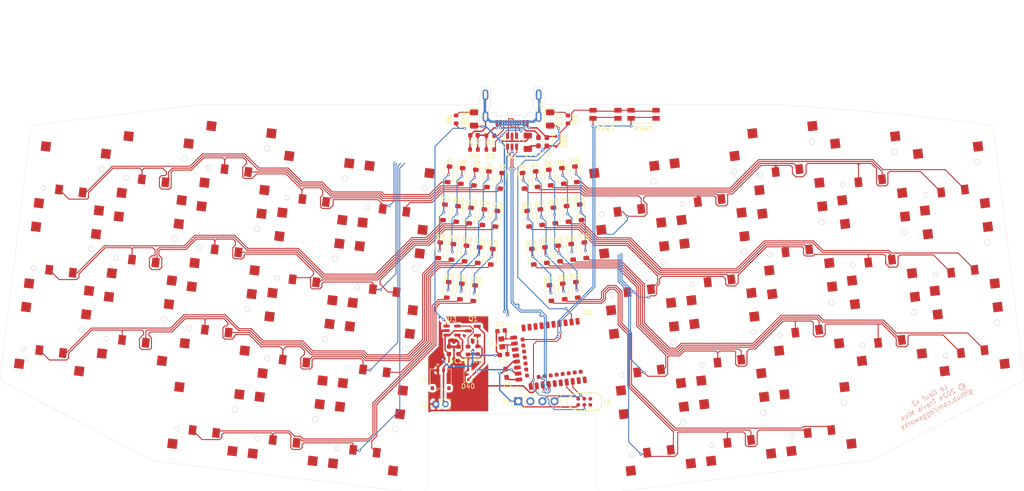
<source format=kicad_pcb>
(kicad_pcb (version 20240108) (generator "pcbnew") (generator_version "8.0")
  (layers (0 "F.Cu" signal) (31 "B.Cu" signal) (34 "B.Paste" user) (35 "F.Paste" user) (36 "B.SilkS" user "B.Silkscreen") (37 "F.SilkS" user "F.Silkscreen") (38 "B.Mask" user) (39 "F.Mask" user) (44 "Edge.Cuts" user))
  (net 0 "")
  (net 1 "Net-(D1-A)")
  (net 2 "C1")
  (net 3 "C2")
  (net 4 "Net-(D2-A)")
  (net 5 "C3")
  (net 6 "Net-(D3-A)")
  (net 7 "Net-(D4-A)")
  (net 8 "C4")
  (net 9 "C5")
  (net 10 "Net-(D5-A)")
  (net 11 "Net-(D6-A)")
  (net 12 "Net-(D7-A)")
  (net 13 "Net-(D8-A)")
  (net 14 "Net-(D9-A)")
  (net 15 "Net-(D10-A)")
  (net 16 "Net-(D11-A)")
  (net 17 "Net-(D12-A)")
  (net 18 "Net-(D13-A)")
  (net 19 "Net-(D14-A)")
  (net 20 "Net-(D15-A)")
  (net 21 "Net-(D16-A)")
  (net 22 "Net-(D17-A)")
  (net 23 "Net-(D18-A)")
  (net 24 "Net-(D19-A)")
  (net 25 "Net-(D20-A)")
  (net 26 "Net-(D21-A)")
  (net 27 "Net-(D22-A)")
  (net 28 "Net-(D23-A)")
  (net 29 "Net-(D24-A)")
  (net 30 "Net-(D25-A)")
  (net 31 "Net-(D26-A)")
  (net 32 "Net-(D27-A)")
  (net 33 "Net-(D28-A)")
  (net 34 "Net-(D29-A)")
  (net 35 "Net-(D30-A)")
  (net 36 "Net-(D31-A)")
  (net 37 "Net-(D32-A)")
  (net 38 "Net-(D33-A)")
  (net 39 "Net-(D34-A)")
  (net 40 "XL1")
  (net 41 "VBUS")
  (net 42 "R1")
  (net 43 "R5")
  (net 44 "R2")
  (net 45 "R6")
  (net 46 "R3")
  (net 47 "R7")
  (net 48 "R4")
  (net 49 "R8")
  (net 50 "GNDPWR")
  (net 51 "GNDS")
  (net 52 "XL2")
  (net 53 "VBAT")
  (net 54 "BLUE_LED")
  (net 55 "Net-(D37-K)")
  (net 56 "Net-(D39-K)")
  (net 57 "VDDH")
  (net 58 "Net-(F1-Pad1)")
  (net 59 "GND")
  (net 60 "SWD")
  (net 61 "Net-(D35-A)")
  (net 62 "Net-(D36-A)")
  (net 63 "RESET")
  (net 65 "SWC")
  (net 66 "VDD")
  (net 68 "Net-(J5-VBUS-PadA4)")
  (net 70 "USBN")
  (net 71 "USBP")
  (net 72 "Net-(J5-CC1)")
  (net 73 "Net-(J5-CC2)")
  (net 74 "DCCH")
  (net 75 "Net-(U3-PROG)")
  (net 76 "Net-(U3-STAT)")
  (net 77 "SOFT_OFF")
  (net 87 "DATA-")
  (net 92 "DATA+")
  (footprint "le-oeuf:D_SOD-123" (layer "F.Cu") (at 123.616998 74.857372 -97)
    (property "Reference" "D21")
    (property "Value" "1N4148W")
  )
  (footprint "Diode_SMD:D_SOD-323" (layer "F.Cu") (at 148.206299 51.993128 -90)
    (property "Reference" "D38")
    (property "Value" "BSD3C051V")
  )
  (footprint "PCM_marbastlib-various:USB_C_Receptacle_HRO_TYPE-C-31-M-14" (layer "F.Cu") (at 138.906299 46.873128 180)
    (property "Reference" "J5")
    (property "Value" "USB-C Conn")
    (fp_line (start 4.545001 2.075821) (end 4.545001 6.435) (stroke (width 0.08)) (layer "Edge.Cuts"))
    (fp_line (start 3.395 0.905) (end 4.545001 0.905) (stroke (width 0.08)) (layer "Edge.Cuts"))
    (fp_line (start 3.195001 0.505) (end 3.195001 0.705) (stroke (width 0.08)) (layer "Edge.Cuts"))
    (fp_line (start -0.004999 0.355) (end 2.088783 0.355) (stroke (width 0.08)) (layer "Edge.Cuts"))
    (fp_line (start -0.004999 0.355) (end -2.098781 0.355) (stroke (width 0.08)) (layer "Edge.Cuts"))
    (fp_line (start -3.204999 0.505) (end -3.204999 0.705) (stroke (width 0.08)) (layer "Edge.Cuts"))
    (fp_line (start -3.404998 0.905) (end -4.554999 0.905) (stroke (width 0.08)) (layer "Edge.Cuts"))
    (fp_line (start -4.554999 2.075821) (end -4.554999 6.435) (stroke (width 0.08)) (layer "Edge.Cuts"))
    (fp_arc (start 4.545001 2.075821) (mid 4.584636 1.956288) (end 4.687858 1.884158) (stroke (width 0.08)) (layer "Edge.Cuts"))
    (fp_arc (start 4.545001 0.904999) (mid 5.039763 1.332815) (end 4.687858 1.884158) (stroke (width 0.08)) (layer "Edge.Cuts"))
    (fp_arc (start 3.395 0.904999) (mid 3.253579 0.846421) (end 3.195001 0.705) (stroke (width 0.08)) (layer "Edge.Cuts"))
    (fp_arc (start 2.261988 0.255) (mid 2.82441 0.022038) (end 3.195001 0.505) (stroke (width 0.08)) (layer "Edge.Cuts"))
    (fp_arc (start 2.261988 0.255) (mid 2.188782 0.328199) (end 2.088783 0.355) (stroke (width 0.08)) (layer "Edge.Cuts"))
    (fp_arc (start -2.098781 0.355) (mid -2.198781 0.328205) (end -2.271986 0.255) (stroke (width 0.08)) (layer "Edge.Cuts"))
    (fp_arc (start -3.204998 0.705) (mid -3.263577 0.846421) (end -3.404998 0.905) (stroke (width 0.08)) (layer "Edge.Cuts"))
    (fp_arc (start -3.204999 0.505) (mid -2.834408 0.022037) (end -2.271986 0.255) (stroke (width 0.08)) (layer "Edge.Cuts"))
    (fp_arc (start -4.697856 1.884158) (mid -4.594642 1.956298) (end -4.554999 2.075821) (stroke (width 0.08)) (layer "Edge.Cuts"))
    (fp_arc (start -4.697856 1.884157) (mid -5.04976 1.332815) (end -4.554999 0.905) (stroke (width 0.08)) (layer "Edge.Cuts"))
  )
  (footprint "le-oeuf:D_SOD-123" (layer "F.Cu") (at 128.152404 83.511326 -97)
    (property "Reference" "D32")
    (property "Value" "1N4148W")
  )
  (footprint "le-oeuf:CPG1316S01D02_mikeholscher" (layer "F.Cu") (at 233.310334 76.646591 7)
    (property "Reference" "SW20" (hide yes))
    (property "Value" "PG1425" (hide yes))
    (fp_circle (center -5.8 2.75) (end -5.3 2.75) (stroke (width 0.1)) (fill none) (layer "Edge.Cuts"))
    (fp_circle (center 5.8 -2.75) (end 6.4 -2.75) (stroke (width 0.1)) (fill none) (layer "Edge.Cuts"))
  )
  (footprint "Diode_SMD:D_SOD-323" (layer "F.Cu") (at 129.656299 100.993128 90)
    (property "Reference" "D40")
    (property "Value" "1N5819")
  )
  (footprint "Resistor_SMD:R_0603_1608Metric" (layer "F.Cu") (at 134.331299 50.770628)
    (property "Reference" "R1")
    (property "Value" "5.1K")
  )
  (footprint "le-oeuf:CPG1316S01D02_mikeholscher" (layer "F.Cu") (at 93.516629 95.516891 -7)
    (property "Reference" "SW24" (hide yes))
    (property "Value" "PG1425" (hide yes))
    (fp_circle (center -5.8 2.75) (end -5.3 2.75) (stroke (width 0.1)) (fill none) (layer "Edge.Cuts"))
    (fp_circle (center 5.8 -2.75) (end 6.4 -2.75) (stroke (width 0.1)) (fill none) (layer "Edge.Cuts"))
  )
  (footprint "LED_SMD:LED_1206_3216Metric" (layer "F.Cu") (at 146.906299 47.270628 -90)
    (property "Reference" "D37")
    (property "Value" "BLUE")
  )
  (footprint "le-oeuf:CPG1316S01D02_mikeholscher" (layer "F.Cu") (at 196.456096 55.480222 7)
    (property "Reference" "SW8" (hide yes))
    (property "Value" "PG1425" (hide yes))
    (fp_circle (center -5.8 2.75) (end -5.3 2.75) (stroke (width 0.1)) (fill none) (layer "Edge.Cuts"))
    (fp_circle (center 5.8 -2.75) (end 6.4 -2.75) (stroke (width 0.1)) (fill none) (layer "Edge.Cuts"))
  )
  (footprint "le-oeuf:CPG1316S01D02_mikeholscher" (layer "F.Cu") (at 215.919104 74.500049 7)
    (property "Reference" "SW19" (hide yes))
    (property "Value" "PG1425" (hide yes))
    (fp_circle (center -5.8 2.75) (end -5.3 2.75) (stroke (width 0.1)) (fill none) (layer "Edge.Cuts"))
    (fp_circle (center 5.8 -2.75) (end 6.4 -2.75) (stroke (width 0.1)) (fill none) (layer "Edge.Cuts"))
  )
  (footprint "le-oeuf:D_SOD-123" (layer "F.Cu") (at 129.131834 75.534509 -97)
    (property "Reference" "D23")
    (property "Value" "1N4148W")
  )
  (footprint "le-oeuf:D_SOD-123" (layer "F.Cu") (at 136.605531 60.258013 -97)
    (property "Reference" "D5")
    (property "Value" "1N4148W")
  )
  (footprint "le-oeuf:CPG1316S01D02_mikeholscher" (layer "F.Cu") (at 235.382112 93.519875 7)
    (property "Reference" "SW30" (hide yes))
    (property "Value" "PG1425" (hide yes))
    (fp_circle (center -5.8 2.75) (end -5.3 2.75) (stroke (width 0.1)) (fill none) (layer "Edge.Cuts"))
    (fp_circle (center 5.8 -2.75) (end 6.4 -2.75) (stroke (width 0.1)) (fill none) (layer "Edge.Cuts"))
  )
  (footprint "Package_TO_SOT_SMD:TSOT-23-6" (layer "F.Cu") (at 138.906299 51.943128 90)
    (property "Reference" "U2")
    (property "Value" "USBLC6-2SC6")
  )
  (footprint "le-oeuf:CPG1316S01D02_mikeholscher" (layer "F.Cu") (at 91.44485 112.390175 -7)
    (property "Reference" "SW32" (hide yes))
    (property "Value" "PG1425" (hide yes))
    (fp_circle (center -5.8 2.75) (end -5.3 2.75) (stroke (width 0.1)) (fill none) (layer "Edge.Cuts"))
    (fp_circle (center 5.8 -2.75) (end 6.4 -2.75) (stroke (width 0.1)) (fill none) (layer "Edge.Cuts"))
  )
  (footprint "Capacitor_SMD:C_0603_1608Metric" (layer "F.Cu") (at 127.656299 95.893128 90)
    (property "Reference" "C2")
    (property "Value" "4.7uF")
  )
  (footprint "le-oeuf:D_SOD-123" (layer "F.Cu") (at 146.022602 75.860891 -83)
    (property "Reference" "D27")
    (property "Value" "1N4148W")
  )
  (footprint "MountingHole:MountingHole_2.2mm_M2" (layer "F.Cu") (at 178.906299 49.020628)
    (property "Reference" "REF**" (hide yes))
    (property "Value" "MountingHole_2.2mm_M2" (hide yes))
  )
  (footprint "Resistor_SMD:R_0603_1608Metric" (layer "F.Cu") (at 131.656299 95.868128 -90)
    (property "Reference" "R7")
    (property "Value" "100K")
  )
  (footprint "MountingHole:MountingHole_2.2mm_M2" (layer "F.Cu") (at 58.906299 107.020628)
    (property "Reference" "REF**" (hide yes))
    (property "Value" "MountingHole_2.2mm_M2" (hide yes))
  )
  (footprint "le-oeuf:CPG1316S01D02_mikeholscher" (layer "F.Cu") (at 112.461693 80.715385 -7)
    (property "Reference" "SW15" (hide yes))
    (property "Value" "PG1425" (hide yes))
    (fp_circle (center -5.8 2.75) (end -5.3 2.75) (stroke (width 0.1)) (fill none) (layer "Edge.Cuts"))
    (fp_circle (center 5.8 -2.75) (end 6.4 -2.75) (stroke (width 0.1)) (fill none) (layer "Edge.Cuts"))
  )
  (footprint "Crystal:Crystal_SMD_MicroCrystal_CM9V-T1A-2Pin_1.6x1.0mm_HandSoldering" (layer "F.Cu") (at 136.731525 94.3068 97)
    (property "Reference" "X1")
    (property "Value" "32.768kHz")
  )
  (footprint "le-oeuf:CPG1316S01D02_mikeholscher" (layer "F.Cu") (at 163.227472 63.8421 7)
    (property "Reference" "SW6" (hide yes))
    (property "Value" "PG1425" (hide yes))
    (fp_circle (center -5.8 2.75) (end -5.3 2.75) (stroke (width 0.1)) (fill none) (layer "Edge.Cuts"))
    (fp_circle (center 5.8 -2.75) (end 6.4 -2.75) (stroke (width 0.1)) (fill none) (layer "Edge.Cuts"))
  )
  (footprint "Package_TO_SOT_SMD:SOT-23" (layer "F.Cu") (at 130.656299 91.793128 180)
    (property "Reference" "Q1")
    (property "Value" "AO3407")
  )
  (footprint "Capacitor_SMD:C_0603_1608Metric" (layer "F.Cu") (at 137.137076 96.787577 7)
    (property "Reference" "C4")
    (property "Value" "12pF")
  )
  (footprint "le-oeuf:D_SOD-123" (layer "F.Cu") (at 152.335997 58.891552 -83)
    (property "Reference" "D10")
    (property "Value" "1N4148W")
  )
  (footprint "Button_Switch_SMD:Panasonic_EVQPUL_EVQPUC" (layer "F.Cu") (at 158.531299 46.293128)
    (property "Reference" "RSW2")
    (property "Value" "SW_PUSH")
  )
  (footprint "le-oeuf:D_SOD-123" (layer "F.Cu") (at 141.306324 60.245826 -83)
    (property "Reference" "D6")
    (property "Value" "1N4148W")
  )
  (footprint "MountingHole:MountingHole_2.2mm_M2" (layer "F.Cu") (at 218.906299 107.020628)
    (property "Reference" "REF**" (hide yes))
    (property "Value" "MountingHole_2.2mm_M2" (hide yes))
  )
  (footprint "le-oeuf:CPG1316S01D02_mikeholscher" (layer "F.Cu") (at 186.316093 112.390175 7)
    (property "Reference" "SW35" (hide yes))
    (property "Value" "PG1425" (hide yes))
    (fp_circle (center -5.8 2.75) (end -5.3 2.75) (stroke (width 0.1)) (fill none) (layer "Edge.Cuts"))
    (fp_circle (center 5.8 -2.75) (end 6.4 -2.75) (stroke (width 0.1)) (fill none) (layer "Edge.Cuts"))
  )
  (footprint "le-oeuf:CPG1316S01D02_mikeholscher" (layer "F.Cu") (at 110.389914 97.58867 -7)
    (property "Reference" "SW25" (hide yes))
    (property "Value" "PG1425" (hide yes))
    (fp_circle (center -5.8 2.75) (end -5.3 2.75) (stroke (width 0.1)) (fill none) (layer "Edge.Cuts"))
    (fp_circle (center 5.8 -2.75) (end 6.4 -2.75) (stroke (width 0.1)) (fill none) (layer "Edge.Cuts"))
  )
  (footprint "Connector_PinHeader_2.54mm:PinHeader_1x04_P2.54mm_Vertical" (layer "F.Cu") (at 140.206299 106.593128 90)
    (property "Reference" "J4")
    (property "Value" "SWD")
  )
  (footprint "le-oeuf:D_SOD-123" (layer "F.Cu") (at 146.821161 59.568689 -83)
    (property "Reference" "D8")
    (property "Value" "1N4148W")
  )
  (footprint "le-oeuf:CPG1316S01D02_mikeholscher" (layer "F.Cu") (at 46.522389 59.773306 -7)
    (property "Reference" "SW1" (hide yes))
    (property "Value" "PG1425" (hide yes))
    (fp_circle (center -5.8 2.75) (end -5.3 2.75) (stroke (width 0.1)) (fill none) (layer "Edge.Cuts"))
    (fp_circle (center 5.8 -2.75) (end 6.4 -2.75) (stroke (width 0.1)) (fill none) (layer "Edge.Cuts"))
  )
  (footprint "le-oeuf:CPG1316S01D02_mikeholscher" (layer "F.Cu") (at 61.841839 74.500049 -7)
    (property "Reference" "SW12" (hide yes))
    (property "Value" "PG1425" (hide yes))
    (fp_circle (center -5.8 2.75) (end -5.3 2.75) (stroke (width 0.1)) (fill none) (layer "Edge.Cuts"))
    (fp_circle (center 5.8 -2.75) (end 6.4 -2.75) (stroke (width 0.1)) (fill none) (layer "Edge.Cuts"))
  )
  (footprint "Resistor_SMD:R_0603_1608Metric" (layer "F.Cu") (at 127.156299 47.368128 -90)
    (property "Reference" "R6")
    (property "Value" "1K")
  )
  (footprint "Capacitor_SMD:C_0603_1608Metric" (layer "F.Cu") (at 125.656299 95.893128 90)
    (property "Reference" "C5")
    (property "Value" "4.7uF")
  )
  (footprint "le-oeuf:CPG1316S01D02_mikeholscher" (layer "F.Cu") (at 231.238555 59.773306 7)
    (property "Reference" "SW10" (hide yes))
    (property "Value" "PG1425" (hide yes))
    (fp_circle (center -5.8 2.75) (end -5.3 2.75) (stroke (width 0.1)) (fill none) (layer "Edge.Cuts"))
    (fp_circle (center 5.8 -2.75) (end 6.4 -2.75) (stroke (width 0.1)) (fill none) (layer "Edge.Cuts"))
  )
  (footprint "PCM_marbastlib-various:nRF52840_E73-2G4M08S1C" (layer "F.Cu") (at 148.429915 96.555143 -83)
    (property "Reference" "U1")
    (property "Value" "E73-2G4M08S1C-52840" (hide yes))
  )
  (footprint "le-oeuf:CPG1316S01D02_mikeholscher" (layer "F.Cu") (at 167.371029 97.58867 7)
    (property "Reference" "SW26" (hide yes))
    (property "Value" "PG1425" (hide yes))
    (fp_circle (center -5.8 2.75) (end -5.3 2.75) (stroke (width 0.1)) (fill none) (layer "Edge.Cuts"))
    (fp_circle (center 5.8 -2.75) (end 6.4 -2.75) (stroke (width 0.1)) (fill none) (layer "Edge.Cuts"))
  )
  (footprint "le-oeuf:D_SOD-123" (layer "F.Cu") (at 127.353846 67.219124 -97)
    (property "Reference" "D12")
    (property "Value" "1N4148W")
  )
  (footprint "le-oeuf:CPG1316S01D02_mikeholscher" (layer "F.Cu") (at 44.45061 76.646591 -7)
    (property "Reference" "SW11" (hide yes))
    (property "Value" "PG1425" (hide yes))
    (fp_circle (center -5.8 2.75) (end -5.3 2.75) (stroke (width 0.1)) (fill none) (layer "Edge.Cuts"))
    (fp_circle (center 5.8 -2.75) (end 6.4 -2.75) (stroke (width 0.1)) (fill none) (layer "Edge.Cuts"))
  )
  (footprint "LED_SMD:LED_1206_3216Metric" (layer "F.Cu") (at 130.906299 47.270628 -90)
    (property "Reference" "D39")
    (property "Value" "RED")
  )
  (footprint "Inductor_SMD:L_0603_1608Metric_Pad1.05x0.95mm_HandSolder" (layer "F.Cu") (at 137.656299 100.693128 97)
    (property "Reference" "L3")
    (property "Value" "10uH")
  )
  (footprint "le-oeuf:D_SOD-123" (layer "F.Cu") (at 124.596428 66.880556 -97)
    (property "Reference" "D11")
    (property "Value" "1N4148W")
  )
  (footprint "le-oeuf:CPG1316S01D02_mikeholscher" (layer "F.Cu") (at 81.304847 55.480222 -7)
    (property "Reference" "SW3" (hide yes))
    (property "Value" "PG1425" (hide yes))
    (fp_circle (center -5.8 2.75) (end -5.3 2.75) (stroke (width 0.1)) (fill none) (layer "Edge.Cuts"))
    (fp_circle (center 5.8 -2.75) (end 6.4 -2.75) (stroke (width 0.1)) (fill none) (layer "Edge.Cuts"))
  )
  (footprint "le-oeuf:D_SOD-123" (layer "F.Cu") (at 133.848112 59.919445 -97)
    (property "Reference" "D4")
    (property "Value" "1N4148W")
  )
  (footprint "le-oeuf:D_SOD-123" (layer "F.Cu") (at 142.285754 68.222643 -83)
    (property "Reference" "D16")
    (property "Value" "1N4148W")
  )
  (footprint "le-oeuf:CPG1316S01D02_mikeholscher" (layer "F.Cu") (at 184.244314 95.516891 7)
    (property "Reference" "SW27" (hide yes))
    (property "Value" "PG1425" (hide yes))
    (fp_circle (center -5.8 2.75) (end -5.3 2.75) (stroke (width 0.1)) (fill none) (layer "Edge.Cuts"))
    (fp_circle (center 5.8 -2.75) (end 6.4 -2.75) (stroke (width 0.1)) (fill none) (layer "Edge.Cuts"))
  )
  (footprint "le-oeuf:D_SOD-123" (layer "F.Cu") (at 153.315427 66.868369 -83)
    (property "Reference" "D20")
    (property "Value" "1N4148W")
  )
  (footprint "le-oeuf:D_SOD-123" (layer "F.Cu") (at 125.575858 58.903739 -97)
    (property "Reference" "D1")
    (property "Value" "1N4148W")
  )
  (footprint "le-oeuf:D_SOD-123" (layer "F.Cu") (at 146.957383 83.832096 -83)
    (property "Reference" "D34")
    (property "Value" "1N4148W")
  )
  (footprint "le-oeuf:CPG1316S01D02_mikeholscher" (layer "F.Cu") (at 200.599654 89.226791 7)
    (property "Reference" "SW28" (hide yes))
    (property "Value" "PG1425" (hide yes))
    (fp_circle (center -5.8 2.75) (end -5.3 2.75) (stroke (width 0.1)) (fill none) (layer "Edge.Cuts"))
    (fp_circle (center 5.8 -2.75) (end 6.4 -2.75) (stroke (width 0.1)) (fill none) (layer "Edge.Cuts"))
  )
  (footprint "le-oeuf:CPG1316S01D02_mikeholscher" (layer "F.Cu") (at 59.77006 91.373333 -7)
    (property "Reference" "SW22" (hide yes))
    (property "Value" "PG1425" (hide yes))
    (fp_circle (center -5.8 2.75) (end -5.3 2.75) (stroke (width 0.1)) (fill none) (layer "Edge.Cuts"))
    (fp_circle (center 5.8 -2.75) (end 6.4 -2.75) (stroke (width 0.1)) (fill none) (layer "Edge.Cuts"))
  )
  (footprint "le-oeuf:D_SOD-123" (layer "F.Cu") (at 147.80059 67.545506 -83)
    (property "Reference" "D18")
    (property "Value" "1N4148W")
  )
  (footprint "Capacitor_SMD:C_0603_1608Metric" (layer "F.Cu") (at 136.606299 91.787577 7)
    (property "Reference" "C1")
    (property "Value" "12pF")
  )
  (footprint "le-oeuf:D_SOD-123" (layer "F.Cu") (at 130.111264 67.557693 -97)
    (property "Reference" "D13")
    (property "Value" "1N4148W")
  )
  (footprint "le-oeuf:CPG1316S01D02_mikeholscher" (layer "F.Cu") (at 114.533472 63.8421 -7)
    (property "Reference" "SW5" (hide yes))
    (property "Value" "PG1425" (hide yes))
    (fp_circle (center -5.8 2.75) (end -5.3 2.75) (stroke (width 0.1)) (fill none) (layer "Edge.Cuts"))
    (fp_circle (center 5.8 -2.75) (end 6.4 -2.75) (stroke (width 0.1)) (fill none) (layer "Edge.Cuts"))
  )
  (footprint "le-oeuf:CPG1316S01D02_mikeholscher" (layer "F.Cu") (at 217.990883 91.373333 7)
    (property "Reference" "SW29" (hide yes))
    (property "Value" "PG1425" (hide yes))
    (fp_circle (center -5.8 2.75) (end -5.3 2.75) (stroke (width 0.1)) (fill none) (layer "Edge.Cuts"))
    (fp_circle (center 5.8 -2.75) (end 6.4 -2.75) (stroke (width 0.1)) (fill none) (layer "Edge.Cuts"))
  )
  (footprint "le-oeuf:D_SOD-123" (layer "F.Cu") (at 128.333276 59.242308 -97)
    (property "Reference" "D2")
    (property "Value" "1N4148W")
  )
  (footprint "le-oeuf:CPG1316S01D02_mikeholscher" (layer "F.Cu") (at 169.442808 114.461954 7)
    (property "Reference" "SW34" (hide yes))
    (property "Value" "PG1425" (hide yes))
    (fp_circle (center -5.8 2.75) (end -5.3 2.75) (stroke (width 0.1)) (fill none) (layer "Edge.Cuts"))
    (fp_circle (center 5.8 -2.75) (end 6.4 -2.75) (stroke (width 0.1)) (fill none) (layer "Edge.Cuts"))
  )
  (footprint "le-oeuf:D_SOD-123" (layer "F.Cu") (at 143.265184 76.199459 -83)
    (property "Reference" "D26")
    (property "Value" "1N4148W")
  )
  (footprint "Resistor_SMD:R_0603_1608Metric" (layer "F.Cu") (at 134.331299 53.693128 180)
    (property "Reference" "R2")
    (property "Value" "5.1K")
  )
  (footprint "le-oeuf:D_SOD-123" (layer "F.Cu") (at 148.78002 75.522322 -83)
    (property "Reference" "D28")
    (property "Value" "1N4148W")
  )
  (footprint "le-oeuf:D_SOD-123" (layer "F.Cu") (at 131.090694 59.580876 -97)
    (property "Reference" "D3")
    (property "Value" "1N4148W")
  )
  (footprint "le-oeuf:D_SOD-123" (layer "F.Cu") (at 152.516869 83.16057 -83)
    (property "Reference" "D36")
    (property "Value" "1N4148W")
  )
  (footprint "le-oeuf:CPG1316S01D02_mikeholscher" (layer "F.Cu") (at 77.161289 89.226791 -7)
    (property "Reference" "SW23" (hide yes))
    (property "Value" "PG1425" (hide yes))
    (fp_circle (center -5.8 2.75) (end -5.3 2.75) (stroke (width 0.1)) (fill none) (layer "Edge.Cuts"))
    (fp_circle (center 5.8 -2.75) (end 6.4 -2.75) (stroke (width 0.1)) (fill none) (layer "Edge.Cuts"))
  )
  (footprint "le-oeuf:CPG1316S01D02_mikeholscher" (layer "F.Cu") (at 203.189377 110.318397 7)
    (property "Reference" "SW36" (hide yes))
    (property "Value" "PG1425" (hide yes))
    (fp_circle (center -5.8 2.75) (end -5.3 2.75) (stroke (width 0.1)) (fill none) (layer "Edge.Cuts"))
    (fp_circle (center 5.8 -2.75) (end 6.4 -2.75) (stroke (width 0.1)) (fill none) (layer "Edge.Cuts"))
  )
  (footprint "le-oeuf:CPG1316S01D02_mikeholscher" (layer "F.Cu") (at 180.100756 61.770322 7)
    (property "Reference" "SW7" (hide yes))
    (property "Value" "PG1425" (hide yes))
    (fp_circle (center -5.8 2.75) (end -5.3 2.75) (stroke (width 0.1)) (fill none) (layer "Edge.Cuts"))
    (fp_circle (center 5.8 -2.75) (end 6.4 -2.75) (stroke (width 0.1)) (fill none) (layer "Edge.Cuts"))
  )
  (footprint "Connector_PinHeader_2.00mm:PinHeader_1x02_P2.00mm_Vertical" (layer "F.Cu") (at 122.906299 107.193128 90)
    (property "Reference" "J2")
    (property "Value" "Battery")
  )
  (footprint "le-oeuf:D_SOD-123" (layer "F.Cu") (at 130.955215 83.869797 -97)
    (property "Reference" "D33")
    (property "Value" "1N4148W")
  )
  (footprint "le-oeuf:CPG1316S01D02_mikeholscher" (layer "F.Cu") (at 97.660187 61.770322 -7)
    (property "Reference" "SW4" (hide yes))
    (property "Value" "PG1425" (hide yes))
    (fp_circle (center -5.8 2.75) (end -5.3 2.75) (stroke (width 0.1)) (fill none) (layer "Edge.Cuts"))
    (fp_circle (center 5.8 -2.75) (end 6.4 -2.75) (stroke (width 0.1)) (fill none) (layer "Edge.Cuts"))
  )
  (footprint "Resistor_SMD:R_0603_1608Metric" (layer "F.Cu") (at 150.656299 47.368128 -90)
    (property "Reference" "R3")
    (property "Value" "1K")
  )
  (footprint "Connector_JST:JST_ACH_BM02B-ACHSS-GAN-ETF_1x02-1MP_P1.20mm_Vertical" (layer "F.Cu") (at 123.906299 101.939978)
    (property "Reference" "J1")
    (property "Value" "Battery JST")
  )
  (footprint "le-oeuf:CPG1316S01D02_mikeholscher" (layer "F.Cu") (at 74.571566 110.318397 -7)
    (property "Reference" "SW31" (hide yes))
    (property "Value" "PG1425" (hide yes))
    (fp_circle (center -5.8 2.75) (end -5.3 2.75) (stroke (width 0.1)) (fill none) (layer "Edge.Cuts"))
    (fp_circle (center 5.8 -2.75) (end 6.4 -2.75) (stroke (width 0.1)) (fill none) (layer "Edge.Cuts"))
  )
  (footprint "le-oeuf:D_SOD-123" (layer "F.Cu") (at 125.394986 83.172757 -97)
    (property "Reference" "D31")
    (property "Value" "1N4148W")
  )
  (footprint "Inductor_SMD:L_0603_1608Metric_Pad1.05x0.95mm_HandSolder" (layer "F.Cu") (at 146.206299 52.068128 -90)
    (property "Reference" "L2")
    (property "Value" "HPZ1608U121")
  )
  (footprint "Resistor_SMD:R_0603_1608Metric" (layer "F.Cu") (at 129.656299 95.943128 -90)
    (property "Reference" "R4")
    (property "Value" "10K")
  )
  (footprint "Capacitor_SMD:C_0603_1608Metric" (layer "F.Cu") (at 130.906299 50.693128 180)
    (property "Reference" "C3")
    (property "Value" "100nF")
  )
  (footprint "le-oeuf:CPG1316S01D02_mikeholscher" (layer "F.Cu") (at 42.378831 93.519875 -7)
    (property "Reference" "SW21" (hide yes))
    (property "Value" "PG1425" (hide yes))
    (fp_circle (center -5.8 2.75) (end -5.3 2.75) (stroke (width 0.1)) (fill none) (layer "Edge.Cuts"))
    (fp_circle (center 5.8 -2.75) (end 6.4 -2.75) (stroke (width 0.1)) (fill none) (layer "Edge.Cuts"))
  )
  (footprint "le-oeuf:D_SOD-123" (layer "F.Cu") (at 145.043172 67.884074 -83)
    (property "Reference" "D17")
    (property "Value" "1N4148W")
  )
  (footprint "Inductor_SMD:L_0603_1608Metric_Pad1.05x0.95mm_HandSolder" (layer "F.Cu") (at 144.456299 52.045628 -90)
    (property "Reference" "L1")
    (property "Value" "HPZ1608U121")
  )
  (footprint "le-oeuf:D_SOD-123" (layer "F.Cu") (at 144.063742 59.907258 -83)
    (property "Reference" "D7")
    (property "Value" "1N4148W")
  )
  (footprint "Resistor_SMD:R_0603_1608Metric" (layer "F.Cu") (at 130.906299 53.693128)
    (property "Reference" "R5")
    (property "Value" "1M")
  )
  (footprint "le-oeuf:D_SOD-123" (layer "F.Cu") (at 150.558009 67.206937 -83)
    (property "Reference" "D19")
    (property "Value" "1N4148W")
  )
  (footprint "le-oeuf:CPG1316S01D02_mikeholscher" (layer "F.Cu") (at 182.172535 78.643606 7)
    (property "Reference" "SW17" (hide yes))
    (property "Value" "PG1425" (hide yes))
    (fp_circle (center -5.8 2.75) (end -5.3 2.75) (stroke (width 0.1)) (fill none) (layer "Edge.Cuts"))
    (fp_circle (center 5.8 -2.75) (end 6.4 -2.75) (stroke (width 0.1)) (fill none) (layer "Edge.Cuts"))
  )
  (footprint "le-oeuf:CPG1316S01D02_mikeholscher" (layer "F.Cu") (at 198.527875 72.353506 7)
    (property "Reference" "SW18" (hide yes))
    (property "Value" "PG1425" (hide yes))
    (fp_circle (center -5.8 2.75) (end -5.3 2.75) (stroke (width 0.1)) (fill none) (layer "Edge.Cuts"))
    (fp_circle (center 5.8 -2.75) (end 6.4 -2.75) (stroke (width 0.1)) (fill none) (layer "Edge.Cuts"))
  )
  (footprint "le-oeuf:D_SOD-123" (layer "F.Cu") (at 131.889253 75.873078 -97)
    (property "Reference" "D24")
    (property "Value" "1N4148W")
  )
  (footprint "le-oeuf:CPG1316S01D02_mikeholscher" (layer "F.Cu") (at 79.233068 72.353506 -7)
    (property "Reference" "SW13" (hide yes))
    (property "Value" "PG1425" (hide yes))
    (fp_circle (center -5.8 2.75) (end -5.3 2.75) (stroke (width 0.1)) (fill none) (layer "Edge.Cuts"))
    (fp_circle (center 5.8 -2.75) (end 6.4 -2.75) (stroke (width 0.1)) (fill none) (layer "Edge.Cuts"))
  )
  (footprint "le-oeuf:D_SOD-123" (layer "F.Cu") (at 154.294857 74.845185 -83)
    (property "Reference" "D30")
    (property "Value" "1N4148W")
  )
  (footprint "le-oeuf:CPG1316S01D02_mikeholscher" (layer "F.Cu") (at 213.847325 57.626764 7)
    (property "Reference" "SW9" (hide yes))
    (property "Value" "PG1425" (hide yes))
    (fp_circle (center -5.8 2.75) (end -5.3 2.75) (stroke (width 0.1)) (fill none) (layer "Edge.Cuts"))
    (fp_circle (center 5.8 -2.75) (end 6.4 -2.75) (stroke (width 0.1)) (fill none) (layer "Edge.Cuts"))
  )
  (footprint "le-oeuf:D_SOD-123" (layer "F.Cu") (at 149.75945 83.499139 -83)
    (property "Reference" "D35")
    (property "Value" "1N4148W")
  )
  (footprint "le-oeuf:D_SOD-123" (layer "F.Cu") (at 132.868682 67.896261 -97)
    (property "Reference" "D14")
    (property "Value" "1N4148W")
  )
  (footprint "le-oeuf:D_SOD-123" (layer "F.Cu") (at 149.578579 59.230121 -83)
    (property "Reference" "D9")
    (property "Value" "1N4148W")
  )
  (footprint "le-oeuf:D_SOD-123" (layer "F.Cu") (at 134.646671 76.211646 -97)
    (property "Reference" "D25")
    (property "Value" "1N4148W")
  )
  (footprint "Fuse:Fuse_1206_3216Metric" (layer "F.Cu") (at 142.206299 52.170628 90)
    (property "Reference" "F1")
    (property "Value" "500mA")
  )
  (footprint "MountingHole:MountingHole_2.2mm_M2" (layer "F.Cu") (at 98.906299 49.020628)
    (property "Reference" "REF**" (hide yes))
    (property "Value" "MountingHole_2.2mm_M2" (hide yes))
  )
  (footprint "le-oeuf:CPG1316S01D02_mikeholscher" (layer "F.Cu") (at 63.913618 57.626764 -7)
    (property "Reference" "SW2" (hide yes))
    (property "Value" "PG1425" (hide yes))
    (fp_circle (center -5.8 2.75) (end -5.3 2.75) (stroke (width 0.1)) (fill none) (layer "Edge.Cuts"))
    (fp_circle (center 5.8 -2.75) (end 6.4 -2.75) (stroke (width 0.1)) (fill none) (layer "Edge.Cuts"))
  )
  (footprint "Button_Switch_SMD:Panasonic_EVQPUL_EVQPUC" (layer "F.Cu") (at 166.531299 46.293128)
    (property "Reference" "RSW1")
    (property "Value" "SW_PUSH")
  )
  (footprint "le-oeuf:CPG1316S01D02_mikeholscher" (layer "F.Cu") (at 165.299251 80.715385 7)
    (property "Reference" "SW16" (hide yes))
    (property "Value" "PG1425" (hide yes))
    (fp_circle (center -5.8 2.75) (end -5.3 2.75) (stroke (width 0.1)) (fill none) (layer "Edge.Cuts"))
    (fp_circle (center 5.8 -2.75) (end 6.4 -2.75) (stroke (width 0.1)) (fill none) (layer "Edge.Cuts"))
  )
  (footprint "PCM_marbastlib-various:CON_TC2030_outlined" (layer "F.Cu") (at 154.076299 106.708128)
    (property "Reference" "J3")
    (property "Value" "TC2030_SWD" (hide yes))
  )
  (footprint "le-oeuf:D_SOD-123" (layer "F.Cu") (at 126.374416 75.195941 -97)
    (property "Reference" "D22")
    (property "Value" "1N4148W")
  )
  (footprint "le-oeuf:D_SOD-123" (layer "F.Cu") (at 151.537439 75.183754 -83)
    (property "Reference" "D29")
    (property "Value" "1N4148W")
  )
  (footprint "le-oeuf:CPG1316S01D02_mikeholscher" (layer "F.Cu") (at 95.588408 78.643606 -7)
    (property "Reference" "SW14" (hide yes))
    (property "Value" "PG1425" (hide yes))
    (fp_circle (center -5.8 2.75) (end -5.3 2.75) (stroke (width 0.1)) (fill none) (layer "Edge.Cuts"))
    (fp_circle (center 5.8 -2.75) (end 6.4 -2.75) (stroke (width 0.1)) (fill none) (layer "Edge.Cuts"))
  )
  (footprint "le-oeuf:CPG1316S01D02_mikeholscher" (layer "F.Cu") (at 108.318135 114.461954 -7)
    (property "Reference" "SW33" (hide yes))
    (property "Value" "PG1425" (hide yes))
    (fp_circle (center -5.8 2.75) (end -5.3 2.75) (stroke (width 0.1)) (fill none) (layer "Edge.Cuts"))
    (fp_circle (center 5.8 -2.75) (end 6.4 -2.75) (stroke (width 0.1)) (fill none) (layer "Edge.Cuts"))
  )
  (footprint "Package_TO_SOT_SMD:SOT-23-5" (layer "F.Cu") (at 126.268799 91.743128)
    (property "Reference" "U3")
    (property "Value" "TP4054")
  )
  (footprint "le-oeuf:D_SOD-123" (layer "F.Cu") (at 135.626101 68.234829 -97)
    (property "Reference" "D15")
    (property "Value" "1N4148W")
  )
  (gr_arc (start 63.744388 119.138713) (mid 63.567789 119.10091) (end 63.40087 119.031961) (stroke (width 0.05)) (layer "Edge.Cuts"))
  (gr_line (start 245.937657 102.532105) (end 214.520072 118.926146) (stroke (width 0.05)) (layer "Edge.Cuts"))
  (gr_arc (start 121.281299 110.193087) (mid 121.574182 109.486003) (end 122.281258 109.193087) (stroke (width 0.05)) (layer "Edge.Cuts"))
  (gr_line (start 195.822651 44.320936) (end 222.579869 46.467478) (stroke (width 0.05)) (layer "Edge.Cuts"))
  (gr_arc (start 155.531299 109.19174) (mid 156.238419 109.484621) (end 156.53134 110.19174) (stroke (width 0.05)) (layer "Edge.Cuts"))
  (gr_arc (start 146.906299 44.320936) (mid 146.295746 44.112923) (end 145.93922 43.57541) (stroke (width 0.05)) (layer "Edge.Cuts"))
  (gr_arc (start 31.873663 102.532431) (mid 31.451819 102.111086) (end 31.344799 101.524561) (stroke (width 0.05)) (layer "Edge.Cuts"))
  (gr_arc (start 157.531341 125.473212) (mid 156.824203 125.180334) (end 156.5313 124.473212) (stroke (width 0.05)) (layer "Edge.Cuts"))
  (gr_line (start 222.579869 46.467478) (end 239.196203 48.518377) (stroke (width 0.05)) (layer "Edge.Cuts"))
  (gr_arc (start 246.467587 101.523677) (mid 246.360256 102.110728) (end 245.937657 102.532105) (stroke (width 0.05)) (layer "Edge.Cuts"))
  (gr_line (start 131.873378 43.57541) (end 132.677203 40.520628) (stroke (width 0.05)) (layer "Edge.Cuts"))
  (gr_line (start 146.906299 44.320936) (end 170.585371 44.320936) (stroke (width 0.05)) (layer "Edge.Cuts"))
  (gr_line (start 145.135395 40.520628) (end 145.93922 43.57541) (stroke (width 0.05)) (layer "Edge.Cuts"))
  (gr_line (start 170.585371 44.320936) (end 195.822651 44.320936) (stroke (width 0.05)) (layer "Edge.Cuts"))
  (gr_line (start 72.685335 44.320936) (end 130.906299 44.320936) (stroke (width 0.05)) (layer "Edge.Cuts"))
  (gr_line (start 132.677203 40.520628) (end 134.361298 40.438128) (stroke (width 0.05)) (layer "Edge.Cuts"))
  (gr_line (start 214.179325 119.032133) (end 161.722369 125.473037) (stroke (width 0.05)) (layer "Edge.Cuts"))
  (gr_arc (start 37.746244 49.388977) (mid 38.03146 48.803963) (end 38.616293 48.518377) (stroke (width 0.05)) (layer "Edge.Cuts"))
  (gr_arc (start 214.520072 118.926146) (mid 214.354463 118.994456) (end 214.179325 119.032133) (stroke (width 0.05)) (layer "Edge.Cuts"))
  (gr_line (start 156.53134 110.19174) (end 156.5313 124.473212) (stroke (width 0.05)) (layer "Edge.Cuts"))
  (gr_arc (start 72.562838 44.328467) (mid 72.623971 44.32282) (end 72.685335 44.320936) (stroke (width 0.05)) (layer "Edge.Cuts"))
  (gr_line (start 121.281299 110.193087) (end 121.2813 124.474722) (stroke (width 0.05)) (layer "Edge.Cuts"))
  (gr_line (start 116.091578 125.474887) (end 63.744388 119.138713) (stroke (width 0.05)) (layer "Edge.Cuts"))
  (gr_line (start 143.461298 40.438128) (end 145.135395 40.520628) (stroke (width 0.05)) (layer "Edge.Cuts"))
  (gr_line (start 161.722369 125.473037) (end 157.531341 125.473212) (stroke (width 0.05)) (layer "Edge.Cuts"))
  (gr_line (start 155.531258 109.193087) (end 122.281258 109.193087) (stroke (width 0.05)) (layer "Edge.Cuts"))
  (gr_line (start 120.28134 125.474722) (end 116.091578 125.474887) (stroke (width 0.05)) (layer "Edge.Cuts"))
  (gr_line (start 240.066252 49.388977) (end 246.467587 101.523677) (stroke (width 0.05)) (layer "Edge.Cuts"))
  (gr_line (start 38.616293 48.518377) (end 72.562838 44.328467) (stroke (width 0.05)) (layer "Edge.Cuts"))
  (gr_line (start 63.40087 119.031961) (end 31.873663 102.532431) (stroke (width 0.05)) (layer "Edge.Cuts"))
  (gr_line (start 31.344799 101.524561) (end 37.746244 49.388977) (stroke (width 0.05)) (layer "Edge.Cuts"))
  (gr_arc (start 239.196203 48.518377) (mid 239.781037 48.803963) (end 240.066252 49.388977) (stroke (width 0.05)) (layer "Edge.Cuts"))
  (gr_arc (start 121.2813 124.474722) (mid 120.988413 125.1818) (end 120.28134 125.474722) (stroke (width 0.05)) (layer "Edge.Cuts"))
  (gr_arc (start 131.873378 43.57541) (mid 131.516833 44.112898) (end 130.906299 44.320936) (stroke (width 0.05)) (layer "Edge.Cuts"))
  (gr_text "Le Oeuf v2\n© 2024 Travis Mick\ngithub.com/eggsworks" (at 228.406299 108.720628 28) (layer "B.SilkS") (effects (font (size 1 1)) (justify bottom mirror)))
  (segment (start 71.206299 57.220628) (end 54.870067 57.220628) (width 0.2) (layer "F.Cu") (net 1))
  (segment (start 54.870067 57.220628) (end 49.397599 62.693096) (width 0.2) (layer "F.Cu") (net 1))
  (segment (start 94.806299 60.520628) (end 91.885683 57.600012) (width 0.2) (layer "F.Cu") (net 1))
  (segment (start 73.806299 54.620628) (end 71.206299 57.220628) (width 0.2) (layer "F.Cu") (net 1))
  (segment (start 125.374774 60.54144) (end 124.091381 60.54144) (width 0.2) (layer "F.Cu") (net 1))
  (segment (start 99.019717 60.520628) (end 94.806299 60.520628) (width 0.2) (layer "F.Cu") (net 1))
  (segment (start 121.489693 63.143128) (end 112.053357 63.143128) (width 0.2) (layer "F.Cu") (net 1))
  (segment (start 124.091381 60.54144) (end 121.489693 63.143128) (width 0.2) (layer "F.Cu") (net 1))
  (segment (start 85.751369 57.600012) (end 82.771985 54.620628) (width 0.2) (layer "F.Cu") (net 1))
  (segment (start 111.530857 62.620628) (end 101.119717 62.620628) (width 0.2) (layer "F.Cu") (net 1))
  (segment (start 82.771985 54.620628) (end 73.806299 54.620628) (width 0.2) (layer "F.Cu") (net 1))
  (segment (start 49.397599 62.693096) (end 48.706577 62.693096) (width 0.2) (layer "F.Cu") (net 1))
  (segment (start 112.053357 63.143128) (end 111.530857 62.620628) (width 0.2) (layer "F.Cu") (net 1))
  (segment (start 101.119717 62.620628) (end 99.019717 60.520628) (width 0.2) (layer "F.Cu") (net 1))
  (segment (start 91.885683 57.600012) (end 85.751369 57.600012) (width 0.2) (layer "F.Cu") (net 1))
  (segment (start 131.156299 83.632096) (end 131.156299 82.295479) (width 0.2) (layer "F.Cu") (net 2))
  (segment (start 153.356299 66.888356) (end 153.406299 66.838356) (width 0.2) (layer "F.Cu") (net 2))
  (segment (start 152.356299 58.888356) (end 152.356299 57.475237) (width 0.2) (layer "F.Cu") (net 2))
  (segment (start 153.406299 65.522624) (end 153.114343 65.230668) (width 0.2) (layer "F.Cu") (net 2))
  (segment (start 130.956299 83.832096) (end 131.156299 83.632096) (width 0.2) (layer "F.Cu") (net 2))
  (segment (start 134.847755 74.573945) (end 134.847755 75.9969) (width 0.2) (layer "F.Cu") (net 2))
  (segment (start 153.406299 66.838356) (end 153.406299 65.522624) (width 0.2) (layer "F.Cu") (net 2))
  (segment (start 136.656299 60.288356) (end 136.656299 58.770628) (width 0.2) (layer "F.Cu") (net 2))
  (segment (start 134.847755 75.9969) (end 134.656299 76.188356) (width 0.2) (layer "F.Cu") (net 2))
  (segment (start 135.556299 68.188356) (end 135.556299 66.868014) (width 0.2) (layer "F.Cu") (net 2))
  (segment (start 154.306299 73.643128) (end 154.306299 74.943128) (width 0.2) (layer "F.Cu") (net 2))
  (via (at 136.656299 60.288356) (size 0.6) (drill 0.3) (layers "F.Cu" "B.Cu") (net 2))
  (via (at 152.356299 58.888356) (size 0.6) (drill 0.3) (layers "F.Cu" "B.Cu") (net 2))
  (via (at 134.656299 76.188356) (size 0.6) (drill 0.3) (layers "F.Cu" "B.Cu") (net 2))
  (via (at 130.956299 83.832096) (size 0.6) (drill 0.3) (layers "F.Cu" "B.Cu") (net 2))
  (via (at 135.556299 68.188356) (size 0.6) (drill 0.3) (layers "F.Cu" "B.Cu") (net 2))
  (via (at 153.356299 66.888356) (size 0.6) (drill 0.3) (layers "F.Cu" "B.Cu") (net 2))
  (via (at 154.306299 74.943128) (size 0.6) (drill 0.3) (layers "F.Cu" "B.Cu") (net 2))
  (segment (start 130.956299 83.832096) (end 130.956299 79.888356) (width 0.2) (layer "B.Cu") (net 2))
  (segment (start 153.356299 66.888356) (end 154.256299 67.788356) (width 0.2) (layer "B.Cu") (net 2))
  (segment (start 153.356299 59.888356) (end 152.356299 58.888356) (width 0.2) (layer "B.Cu") (net 2))
  (segment (start 153.356299 66.888356) (end 153.356299 59.888356) (width 0.2) (layer "B.Cu") (net 2))
  (segment (start 130.956299 79.888356) (end 134.656299 76.188356) (width 0.2) (layer "B.Cu") (net 2))
  (segment (start 135.556299 61.388356) (end 136.656299 60.288356) (width 0.2) (layer "B.Cu") (net 2))
  (segment (start 134.656299 69.088356) (end 135.556299 68.188356) (width 0.2) (layer "B.Cu") (net 2))
  (segment (start 154.306299 74.943128) (end 154.306299 67.838356) (width 0.2) (layer "B.Cu") (net 2))
  (segment (start 154.306299 67.838356) (end 153.356299 66.888356) (width 0.2) (layer "B.Cu") (net 2))
  (segment (start 135.556299 68.188356) (end 135.556299 61.388356) (width 0.2) (layer "B.Cu") (net 2))
  (segment (start 134.656299 76.188356) (end 134.656299 69.088356) (width 0.2) (layer "B.Cu") (net 2))
  (segment (start 150.556299 67.188356) (end 150.556299 65.76861) (width 0.2) (layer "F.Cu") (net 3))
  (segment (start 151.456299 75.188356) (end 151.456299 73.665997) (width 0.2) (layer "F.Cu") (net 3))
  (segment (start 149.556299 59.188356) (end 149.556299 57.771224) (width 0.2) (layer "F.Cu") (net 3))
  (segment (start 128.353488 81.873625) (end 128.353488 83.291167) (width 0.2) (layer "F.Cu") (net 3))
  (segment (start 133.856299 59.888356) (end 133.856299 58.474641) (width 0.2) (layer "F.Cu") (net 3))
  (segment (start 128.353488 83.291167) (end 128.156299 83.488356) (width 0.2) (layer "F.Cu") (net 3))
  (segment (start 132.856299 67.888356) (end 132.856299 66.472027) (width 0.2) (layer "F.Cu") (net 3))
  (segment (start 132.090337 74.235377) (end 132.090337 75.554318) (width 0.2) (layer "F.Cu") (net 3))
  (segment (start 132.090337 75.554318) (end 131.856299 75.788356) (width 0.2) (layer "F.Cu") (net 3))
  (via (at 151.456299 75.188356) (size 0.6) (drill 0.3) (layers "F.Cu" "B.Cu") (net 3))
  (via (at 131.856299 75.788356) (size 0.6) (drill 0.3) (layers "F.Cu" "B.Cu") (net 3))
  (via (at 132.856299 67.888356) (size 0.6) (drill 0.3) (layers "F.Cu" "B.Cu") (net 3))
  (via (at 149.556299 59.188356) (size 0.6) (drill 0.3) (layers "F.Cu" "B.Cu") (net 3))
  (via (at 150.556299 67.188356) (size 0.6) (drill 0.3) (layers "F.Cu" "B.Cu") (net 3))
  (via (at 133.856299 59.888356) (size 0.6) (drill 0.3) (layers "F.Cu" "B.Cu") (net 3))
  (via (at 128.156299 83.488356) (size 0.6) (drill 0.3) (layers "F.Cu" "B.Cu") (net 3))
  (segment (start 150.556299 67.188356) (end 150.556299 60.188356) (width 0.2) (layer "B.Cu") (net 3))
  (segment (start 151.456299 68.088356) (end 150.556299 67.188356) (width 0.2) (layer "B.Cu") (net 3))
  (segment (start 131.856299 68.888356) (end 132.856299 67.888356) (width 0.2) (layer "B.Cu") (net 3))
  (segment (start 132.856299 60.888356) (end 133.856299 59.888356) (width 0.2) (layer "B.Cu") (net 3))
  (segment (start 151.456299 75.188356) (end 151.456299 68.088356) (width 0.2) (layer "B.Cu") (net 3))
  (segment (start 131.856299 75.788356) (end 131.856299 68.888356) (width 0.2) (layer "B.Cu") (net 3))
  (segment (start 128.156299 83.488356) (end 128.156299 79.488356) (width 0.2) (layer "B.Cu") (net 3))
  (segment (start 132.856299 67.888356) (end 132.856299 60.888356) (width 0.2) (layer "B.Cu") (net 3))
  (segment (start 150.556299 60.188356) (end 149.556299 59.188356) (width 0.2) (layer "B.Cu") (net 3))
  (segment (start 128.156299 79.488356) (end 131.856299 75.788356) (width 0.2) (layer "B.Cu") (net 3))
  (segment (start 71.371985 57.620628) (end 67.540613 57.620628) (width 0.2) (layer "F.Cu") (net 4))
  (segment (start 82.606299 55.020628) (end 73.971985 55.020628) (width 0.2) (layer "F.Cu") (net 4))
  (segment (start 94.640613 60.920628) (end 91.719997 58.000012) (width 0.2) (layer "F.Cu") (net 4))
  (segment (start 128.132192 60.880009) (end 127.675714 61.336487) (width 0.2) (layer "F.Cu") (net 4))
  (segment (start 67.540613 57.620628) (end 66.706299 58.454942) (width 0.2) (layer "F.Cu") (net 4))
  (segment (start 85.585683 58.000012) (end 82.606299 55.020628) (width 0.2) (layer "F.Cu") (net 4))
  (segment (start 111.365171 63.020628) (end 100.954031 63.020628) (width 0.2) (layer "F.Cu") (net 4))
  (segment (start 111.887671 63.543128) (end 111.365171 63.020628) (width 0.2) (layer "F.Cu") (net 4))
  (segment (start 66.706299 58.454942) (end 66.706299 59.938061) (width 0.2) (layer "F.Cu") (net 4))
  (segment (start 91.719997 58.000012) (end 85.585683 58.000012) (width 0.2) (layer "F.Cu") (net 4))
  (segment (start 121.655379 63.543128) (end 111.887671 63.543128) (width 0.2) (layer "F.Cu") (net 4))
  (segment (start 73.971985 55.020628) (end 71.371985 57.620628) (width 0.2) (layer "F.Cu") (net 4))
  (segment (start 100.954031 63.020628) (end 98.854031 60.920628) (width 0.2) (layer "F.Cu") (net 4))
  (segment (start 98.854031 60.920628) (end 94.640613 60.920628) (width 0.2) (layer "F.Cu") (net 4))
  (segment (start 127.675714 61.336487) (end 123.86202 61.336487) (width 0.2) (layer "F.Cu") (net 4))
  (segment (start 123.86202 61.336487) (end 121.655379 63.543128) (width 0.2) (layer "F.Cu") (net 4))
  (segment (start 152.315785 81.522869) (end 152.315785 82.947842) (width 0.2) (layer "F.Cu") (net 5))
  (segment (start 146.856299 59.588356) (end 146.856299 58.16721) (width 0.2) (layer "F.Cu") (net 5))
  (segment (start 152.315785 82.947842) (end 152.556299 83.188356) (width 0.2) (layer "F.Cu") (net 5))
  (segment (start 131.056299 59.588356) (end 131.056299 58.178654) (width 0.2) (layer "F.Cu") (net 5))
  (segment (start 125.59607 81.535056) (end 125.59607 83.048585) (width 0.2) (layer "F.Cu") (net 5))
  (segment (start 147.856299 67.388356) (end 147.856299 66.164598) (width 0.2) (layer "F.Cu") (net 5))
  (segment (start 125.59607 83.048585) (end 125.456299 83.188356) (width 0.2) (layer "F.Cu") (net 5))
  (segment (start 129.156299 75.488356) (end 129.156299 74.073427) (width 0.2) (layer "F.Cu") (net 5))
  (segment (start 148.756299 75.488356) (end 148.756299 74.061984) (width 0.2) (layer "F.Cu") (net 5))
  (segment (start 130.056299 67.488356) (end 130.056299 66.176041) (width 0.2) (layer "F.Cu") (net 5))
  (via (at 147.856299 67.388356) (size 0.6) (drill 0.3) (layers "F.Cu" "B.Cu") (net 5))
  (via (at 146.856299 59.588356) (size 0.6) (drill 0.3) (layers "F.Cu" "B.Cu") (net 5))
  (via (at 129.156299 75.488356) (size 0.6) (drill 0.3) (layers "F.Cu" "B.Cu") (net 5))
  (via (at 125.456299 83.188356) (size 0.6) (drill 0.3) (layers "F.Cu" "B.Cu") (net 5))
  (via (at 130.056299 67.488356) (size 0.6) (drill 0.3) (layers "F.Cu" "B.Cu") (net 5))
  (via (at 131.056299 59.588356) (size 0.6) (drill 0.3) (layers "F.Cu" "B.Cu") (net 5))
  (via (at 152.556299 83.188356) (size 0.6) (drill 0.3) (layers "F.Cu" "B.Cu") (net 5))
  (via (at 148.756299 75.488356) (size 0.6) (drill 0.3) (layers "F.Cu" "B.Cu") (net 5))
  (segment (start 147.856299 60.588356) (end 146.856299 59.588356) (width 0.2) (layer "B.Cu") (net 5))
  (segment (start 129.156299 75.488356) (end 129.156299 68.388356) (width 0.2) (layer "B.Cu") (net 5))
  (segment (start 152.556299 83.188356) (end 152.556299 79.288356) (width 0.2) (layer "B.Cu") (net 5))
  (segment (start 147.856299 74.588356) (end 147.856299 67.388356) (width 0.2) (layer "B.Cu") (net 5))
  (segment (start 147.856299 67.388356) (end 147.856299 60.588356) (width 0.2) (layer "B.Cu") (net 5))
  (segment (start 130.056299 60.588356) (end 131.056299 59.588356) (width 0.2) (layer "B.Cu") (net 5))
  (segment (start 125.456299 83.188356) (end 125.456299 79.188356) (width 0.2) (layer "B.Cu") (net 5))
  (segment (start 125.456299 79.188356) (end 129.156299 75.488356) (width 0.2) (layer "B.Cu") (net 5))
  (segment (start 148.756299 75.488356) (end 147.856299 74.588356) (width 0.2) (layer "B.Cu") (net 5))
  (segment (start 129.156299 68.388356) (end 130.056299 67.488356) (width 0.2) (layer "B.Cu") (net 5))
  (segment (start 130.056299 67.488356) (end 130.056299 60.588356) (width 0.2) (layer "B.Cu") (net 5))
  (segment (start 152.556299 79.288356) (end 148.756299 75.488356) (width 0.2) (layer "B.Cu") (net 5))
  (segment (start 130.3717 61.736487) (end 130.88961 61.218577) (width 0.2) (layer "F.Cu") (net 6))
  (segment (start 124.027706 61.736487) (end 130.3717 61.736487) (width 0.2) (layer "F.Cu") (net 6))
  (segment (start 91.554311 58.400012) (end 94.474927 61.320628) (width 0.2) (layer "F.Cu") (net 6))
  (segment (start 94.474927 61.320628) (end 98.688345 61.320628) (width 0.2) (layer "F.Cu") (net 6))
  (segment (start 100.788345 63.420628) (end 111.199485 63.420628) (width 0.2) (layer "F.Cu") (net 6))
  (segment (start 111.199485 63.420628) (end 111.721985 63.943128) (width 0.2) (layer "F.Cu") (net 6))
  (segment (start 98.688345 61.320628) (end 100.788345 63.420628) (width 0.2) (layer "F.Cu") (net 6))
  (segment (start 111.721985 63.943128) (end 121.821065 63.943128) (width 0.2) (layer "F.Cu") (net 6))
  (segment (start 83.489035 58.400012) (end 91.554311 58.400012) (width 0.2) (layer "F.Cu") (net 6))
  (segment (start 121.821065 63.943128) (end 124.027706 61.736487) (width 0.2) (layer "F.Cu") (net 6))
  (segment (start 121.886751 64.443128) (end 124.193392 62.136487) (width 0.2) (layer "F.Cu") (net 7))
  (segment (start 133.067687 62.136487) (end 133.647028 61.557146) (width 0.2) (layer "F.Cu") (net 7))
  (segment (start 124.193392 62.136487) (end 133.067687 62.136487) (width 0.2) (layer "F.Cu") (net 7))
  (segment (start 111.656299 64.443128) (end 121.886751 64.443128) (width 0.2) (layer "F.Cu") (net 7))
  (segment (start 100.713859 63.820628) (end 111.033799 63.820628) (width 0.2) (layer "F.Cu") (net 7))
  (segment (start 111.033799 63.820628) (end 111.656299 64.443128) (width 0.2) (layer "F.Cu") (net 7))
  (segment (start 99.844375 64.690112) (end 100.713859 63.820628) (width 0.2) (layer "F.Cu") (net 7))
  (segment (start 126.356299 75.188356) (end 126.356299 73.777441) (width 0.2) (layer "F.Cu") (net 8))
  (segment (start 127.356299 67.188356) (end 127.356299 65.780054) (width 0.2) (layer "F.Cu") (net 8))
  (segment (start 149.558366 83.290423) (end 149.756299 83.488356) (width 0.2) (layer "F.Cu") (net 8))
  (segment (start 149.558366 81.861438) (end 149.558366 83.290423) (width 0.2) (layer "F.Cu") (net 8))
  (segment (start 128.356299 59.288356) (end 128.356299 57.782668) (width 0.2) (layer "F.Cu") (net 8))
  (segment (start 145.056299 67.888356) (end 145.056299 66.460584) (width 0.2) (layer "F.Cu") (net 8))
  (segment (start 145.821518 74.22319) (end 145.821518 75.653575) (width 0.2) (layer "F.Cu") (net 8))
  (segment (start 144.056299 59.888356) (end 144.056299 58.463198) (width 0.2) (layer "F.Cu") (net 8))
  (segment (start 145.821518 75.653575) (end 146.056299 75.888356) (width 0.2) (layer "F.Cu") (net 8))
  (via (at 127.356299 67.188356) (size 0.6) (drill 0.3) (layers "F.Cu" "B.Cu") (net 8))
  (via (at 149.756299 83.488356) (size 0.6) (drill 0.3) (layers "F.Cu" "B.Cu") (net 8))
  (via (at 144.056299 59.888356) (size 0.6) (drill 0.3) (layers "F.Cu" "B.Cu") (net 8))
  (via (at 146.056299 75.888356) (size 0.6) (drill 0.3) (layers "F.Cu" "B.Cu") (net 8))
  (via (at 126.356299 75.188356) (size 0.6) (drill 0.3) (layers "F.Cu" "B.Cu") (net 8))
  (via (at 145.056299 67.888356) (size 0.6) (drill 0.3) (layers "F.Cu" "B.Cu") (net 8))
  (via (at 128.356299 59.288356) (size 0.6) (drill 0.3) (layers "F.Cu" "B.Cu") (net 8))
  (segment (start 126.356299 75.188356) (end 126.256299 75.088356) (width 0.2) (layer "B.Cu") (net 8))
  (segment (start 145.056299 67.888356) (end 145.056299 60.888356) (width 0.2) (layer "B.Cu") (net 8))
  (segment (start 149.756299 79.588356) (end 146.056299 75.888356) (width 0.2) (layer "B.Cu") (net 8))
  (segment (start 149.756299 83.488356) (end 149.756299 79.588356) (width 0.2) (layer "B.Cu") (net 8))
  (segment (start 127.356299 67.188356) (end 127.356299 60.288356) (width 0.2) (layer "B.Cu") (net 8))
  (segment (start 128.456299 59.188356) (end 128.356299 59.288356) (width 0.2) (layer "B.Cu") (net 8))
  (segment (start 126.256299 75.088356) (end 126.256299 68.288356) (width 0.2) (layer "B.Cu") (net 8))
  (segment (start 126.256299 68.288356) (end 127.356299 67.188356) (width 0.2) (layer "B.Cu") (net 8))
  (segment (start 127.356299 60.288356) (end 128.356299 59.288356) (width 0.2) (layer "B.Cu") (net 8))
  (segment (start 146.056299 75.888356) (end 146.056299 68.888356) (width 0.2) (layer "B.Cu") (net 8))
  (segment (start 146.056299 68.888356) (end 145.056299 67.888356) (width 0.2) (layer "B.Cu") (net 8))
  (segment (start 145.056299 60.888356) (end 144.056299 59.888356) (width 0.2) (layer "B.Cu") (net 8))
  (segment (start 123.818082 73.219671) (end 123.818082 74.781345) (width 0.2) (layer "F.Cu") (net 9))
  (segment (start 123.818082 74.781345) (end 123.656299 74.943128) (width 0.2) (layer "F.Cu") (net 9))
  (segment (start 143.0641 74.561758) (end 143.0641 75.996157) (width 0.2) (layer "F.Cu") (net 9))
  (segment (start 142.256299 68.188356) (end 142.256299 66.756571) (width 0.2) (layer "F.Cu") (net 9))
  (segment (start 146.855215 83.631012) (end 147.056299 83.832096) (width 0.2) (layer "F.Cu") (net 9))
  (segment (start 125.556299 58.988356) (end 125.556299 57.486681) (width 0.2) (layer "F.Cu") (net 9))
  (segment (start 141.256299 60.188356) (end 141.256299 58.759184) (width 0.2) (layer "F.Cu") (net 9))
  (segment (start 146.855215 82.194395) (end 146.855215 83.631012) (width 0.2) (layer "F.Cu") (net 9))
  (segment (start 124.556299 65.484068) (end 124.797512 65.242855) (width 0.2) (layer "F.Cu") (net 9))
  (segment (start 143.0641 75.996157) (end 143.256299 76.188356) (width 0.2) (layer "F.Cu") (net 9))
  (segment (start 124.556299 66.888356) (end 124.556299 65.484068) (width 0.2) (layer "F.Cu") (net 9))
  (via (at 143.256299 76.188356) (size 0.6) (drill 0.3) (layers "F.Cu" "B.Cu") (net 9))
  (via (at 125.556299 58.988356) (size 0.6) (drill 0.3) (layers "F.Cu" "B.Cu") (net 9))
  (via (at 123.656299 74.943128) (size 0.6) (drill 0.3) (layers "F.Cu" "B.Cu") (net 9))
  (via (at 147.056299 83.832096) (size 0.6) (drill 0.3) (layers "F.Cu" "B.Cu") (net 9))
  (via (at 124.556299 66.888356) (size 0.6) (drill 0.3) (layers "F.Cu" "B.Cu") (net 9))
  (via (at 141.256299 60.188356) (size 0.6) (drill 0.3) (layers "F.Cu" "B.Cu") (net 9))
  (via (at 142.256299 68.188356) (size 0.6) (drill 0.3) (layers "F.Cu" "B.Cu") (net 9))
  (segment (start 123.656299 74.943128) (end 123.656299 67.788356) (width 0.2) (layer "B.Cu") (net 9))
  (segment (start 123.656299 67.788356) (end 124.556299 66.888356) (width 0.2) (layer "B.Cu") (net 9))
  (segment (start 147.056299 79.988356) (end 143.256299 76.188356) (width 0.2) (layer "B.Cu") (net 9))
  (segment (start 142.256299 61.188356) (end 141.256299 60.188356) (width 0.2) (layer "B.Cu") (net 9))
  (segment (start 143.256299 76.188356) (end 143.256299 69.188356) (width 0.2) (layer "B.Cu") (net 9))
  (segment (start 142.256299 68.188356) (end 142.256299 61.188356) (width 0.2) (layer "B.Cu") (net 9))
  (segment (start 143.256299 69.188356) (end 142.256299 68.188356) (width 0.2) (layer "B.Cu") (net 9))
  (segment (start 125.556299 58.988356) (end 124.556299 59.988356) (width 0.2) (layer "B.Cu") (net 9))
  (segment (start 124.556299 59.988356) (end 124.556299 66.888356) (width 0.2) (layer "B.Cu") (net 9))
  (segment (start 147.056299 83.832096) (end 147.056299 79.988356) (width 0.2) (layer "B.Cu") (net 9))
  (segment (start 116.71766 65.631767) (end 117.506299 64.843128) (width 0.2) (layer "F.Cu") (net 10))
  (segment (start 116.71766 66.76189) (end 116.71766 65.631767) (width 0.2) (layer "F.Cu") (net 10))
  (segment (start 117.506299 64.843128) (end 122.052437 64.843128) (width 0.2) (layer "F.Cu") (net 10))
  (segment (start 122.052437 64.843128) (end 124.359078 62.536487) (width 0.2) (layer "F.Cu") (net 10))
  (segment (start 124.359078 62.536487) (end 135.763674 62.536487) (width 0.2) (layer "F.Cu") (net 10))
  (segment (start 135.763674 62.536487) (end 136.404447 61.895714) (width 0.2) (layer "F.Cu") (net 10))
  (segment (start 153.983799 63.420628) (end 153.306299 62.743128) (width 0.2) (layer "F.Cu") (net 11))
  (segment (start 142.367009 62.743128) (end 141.507408 61.883527) (width 0.2) (layer "F.Cu") (net 11))
  (segment (start 153.306299 62.743128) (end 142.367009 62.743128) (width 0.2) (layer "F.Cu") (net 11))
  (segment (start 165.483799 63.420628) (end 153.983799 63.420628) (width 0.2) (layer "F.Cu") (net 11))
  (segment (start 166.057567 63.994396) (end 165.483799 63.420628) (width 0.2) (layer "F.Cu") (net 11))
  (segment (start 166.057567 66.152543) (end 166.057567 63.994396) (width 0.2) (layer "F.Cu") (net 11))
  (segment (start 182.930851 64.080765) (end 181.870714 63.020628) (width 0.2) (layer "F.Cu") (net 12))
  (segment (start 144.844167 62.1243) (end 144.264826 61.544959) (width 0.2) (layer "F.Cu") (net 12))
  (segment (start 153.287471 62.1243) (end 144.844167 62.1243) (width 0.2) (layer "F.Cu") (net 12))
  (segment (start 154.183799 63.020628) (end 153.287471 62.1243) (width 0.2) (layer "F.Cu") (net 12))
  (segment (start 181.870714 63.020628) (end 154.183799 63.020628) (width 0.2) (layer "F.Cu") (net 12))
  (segment (start 191.037671 56.620628) (end 185.037671 62.620628) (width 0.2) (layer "F.Cu") (net 13))
  (segment (start 154.383799 62.620628) (end 153.487471 61.7243) (width 0.2) (layer "F.Cu") (net 13))
  (segment (start 147.540155 61.7243) (end 147.022245 61.20639) (width 0.2) (layer "F.Cu") (net 13))
  (segment (start 185.037671 62.620628) (end 154.383799 62.620628) (width 0.2) (layer "F.Cu") (net 13))
  (segment (start 153.487471 61.7243) (end 147.540155 61.7243) (width 0.2) (layer "F.Cu") (net 13))
  (segment (start 198.116154 56.620628) (end 191.037671 56.620628) (width 0.2) (layer "F.Cu") (net 13))
  (segment (start 199.286191 57.790665) (end 198.116154 56.620628) (width 0.2) (layer "F.Cu") (net 13))
  (segment (start 216.67742 58.357435) (end 214.540613 56.220628) (width 0.2) (layer "F.Cu") (net 14))
  (segment (start 190.871985 56.220628) (end 184.871985 62.220628) (width 0.2) (layer "F.Cu") (net 14))
  (segment (start 150.236141 61.3243) (end 149.779663 60.867822) (width 0.2) (layer "F.Cu") (net 14))
  (segment (start 154.632079 62.220628) (end 153.735751 61.3243) (width 0.2) (layer "F.Cu") (net 14))
  (segment (start 214.540613 56.220628) (end 190.871985 56.220628) (width 0.2) (layer "F.Cu") (net 14))
  (segment (start 153.735751 61.3243) (end 150.236141 61.3243) (width 0.2) (layer "F.Cu") (net 14))
  (segment (start 184.871985 62.220628) (end 154.632079 62.220628) (width 0.2) (layer "F.Cu") (net 14))
  (segment (start 216.67742 59.937207) (end 216.67742 58.357435) (width 0.2) (layer "F.Cu") (net 14))
  (segment (start 214.706299 55.820628) (end 216.806299 57.920628) (width 0.2) (layer "F.Cu") (net 15))
  (segment (start 152.537081 60.529253) (end 153.50639 60.529253) (width 0.2) (layer "F.Cu") (net 15))
  (segment (start 154.797765 61.820628) (end 184.706299 61.820628) (width 0.2) (layer "F.Cu") (net 15))
  (segment (start 153.50639 60.529253) (end 154.797765 61.820628) (width 0.2) (layer "F.Cu") (net 15))
  (segment (start 216.806299 57.920628) (end 229.905529 57.920628) (width 0.2) (layer "F.Cu") (net 15))
  (segment (start 184.706299 61.820628) (end 190.706299 55.820628) (width 0.2) (layer "F.Cu") (net 15))
  (segment (start 229.905529 57.920628) (end 234.06865 62.083749) (width 0.2) (layer "F.Cu") (net 15))
  (segment (start 190.706299 55.820628) (end 214.706299 55.820628) (width 0.2) (layer "F.Cu") (net 15))
  (segment (start 47.593183 79.566381) (end 53.238936 73.920628) (width 0.2) (layer "F.Cu") (net 16))
  (segment (start 53.238936 73.920628) (end 70.040613 73.920628) (width 0.2) (layer "F.Cu") (net 16))
  (segment (start 72.240613 71.720628) (end 80.643728 71.720628) (width 0.2) (layer "F.Cu") (net 16))
  (segment (start 110.196326 79.890357) (end 117.893555 72.193128) (width 0.2) (layer "F.Cu") (net 16))
  (segment (start 46.634798 79.566381) (end 47.593183 79.566381) (width 0.2) (layer "F.Cu") (net 16))
  (segment (start 124.395344 68.690185) (end 124.395344 68.518257) (width 0.2) (layer "F.Cu") (net 16))
  (segment (start 120.892401 72.193128) (end 124.395344 68.690185) (width 0.2) (layer "F.Cu") (net 16))
  (segment (start 94.027322 74.473296) (end 99.444383 79.890357) (width 0.2) (layer "F.Cu") (net 16))
  (segment (start 70.040613 73.920628) (end 72.240613 71.720628) (width 0.2) (layer "F.Cu") (net 16))
  (segment (start 83.396396 74.473296) (end 94.027322 74.473296) (width 0.2) (layer "F.Cu") (net 16))
  (segment (start 99.444383 79.890357) (end 110.196326 79.890357) (width 0.2) (layer "F.Cu") (net 16))
  (segment (start 80.643728 71.720628) (end 83.396396 74.473296) (width 0.2) (layer "F.Cu") (net 16))
  (segment (start 117.893555 72.193128) (end 120.892401 72.193128) (width 0.2) (layer "F.Cu") (net 16))
  (segment (start 124.337911 69.313304) (end 126.696283 69.313304) (width 0.2) (layer "F.Cu") (net 17))
  (segment (start 118.059241 72.593128) (end 121.058087 72.593128) (width 0.2) (layer "F.Cu") (net 17))
  (segment (start 116.306299 74.34607) (end 118.059241 72.593128) (width 0.2) (layer "F.Cu") (net 17))
  (segment (start 64.306299 77.139567) (end 64.306299 74.804942) (width 0.2) (layer "F.Cu") (net 17))
  (segment (start 83.23071 74.873296) (end 93.861636 74.873296) (width 0.2) (layer "F.Cu") (net 17))
  (segment (start 99.278697 80.290357) (end 110.362012 80.290357) (width 0.2) (layer "F.Cu") (net 17))
  (segment (start 80.478042 72.120628) (end 83.23071 74.873296) (width 0.2) (layer "F.Cu") (net 17))
  (segment (start 126.696283 69.313304) (end 127.152762 68.856825) (width 0.2) (layer "F.Cu") (net 17))
  (segment (start 70.206299 74.320628) (end 72.406299 72.120628) (width 0.2) (layer "F.Cu") (net 17))
  (segment (start 64.306299 74.804942) (end 64.790613 74.320628) (width 0.2) (layer "F.Cu") (net 17))
  (segment (start 72.406299 72.120628) (end 80.478042 72.120628) (width 0.2) (layer "F.Cu") (net 17))
  (segment (start 110.362012 80.290357) (end 110.596326 80.056042) (width 0.2) (layer "F.Cu") (net 17))
  (segment (start 121.058087 72.593128) (end 124.337911 69.313304) (width 0.2) (layer "F.Cu") (net 17))
  (segment (start 110.596326 80.056042) (end 116.306299 74.34607) (width 0.2) (layer "F.Cu") (net 17))
  (segment (start 93.861636 74.873296) (end 99.278697 80.290357) (width 0.2) (layer "F.Cu") (net 17))
  (segment (start 64.790613 74.320628) (end 70.206299 74.320628) (width 0.2) (layer "F.Cu") (net 17))
  (segment (start 93.69595 75.273296) (end 99.113011 80.690357) (width 0.2) (layer "F.Cu") (net 18))
  (segment (start 99.113011 80.690357) (end 110.527697 80.690357) (width 0.2) (layer "F.Cu") (net 18))
  (segment (start 81.417256 75.273296) (end 93.69595 75.273296) (width 0.2) (layer "F.Cu") (net 18))
  (segment (start 110.527697 80.690357) (end 118.224926 72.993128) (width 0.2) (layer "F.Cu") (net 18))
  (segment (start 121.223773 72.993128) (end 124.503597 69.713304) (width 0.2) (layer "F.Cu") (net 18))
  (segment (start 124.503597 69.713304) (end 129.39227 69.713304) (width 0.2) (layer "F.Cu") (net 18))
  (segment (start 129.39227 69.713304) (end 129.91018 69.195394) (width 0.2) (layer "F.Cu") (net 18))
  (segment (start 118.224926 72.993128) (end 121.223773 72.993128) (width 0.2) (layer "F.Cu") (net 18))
  (segment (start 124.669282 70.113304) (end 132.088256 70.113304) (width 0.2) (layer "F.Cu") (net 19))
  (segment (start 98.937788 81.090357) (end 110.693383 81.090357) (width 0.2) (layer "F.Cu") (net 19))
  (segment (start 110.693383 81.090357) (end 118.390612 73.393128) (width 0.2) (layer "F.Cu") (net 19))
  (segment (start 121.389458 73.393128) (end 124.669282 70.113304) (width 0.2) (layer "F.Cu") (net 19))
  (segment (start 97.772596 82.255549) (end 98.937788 81.090357) (width 0.2) (layer "F.Cu") (net 19))
  (segment (start 132.088256 70.113304) (end 132.667598 69.533962) (width 0.2) (layer "F.Cu") (net 19))
  (segment (start 118.390612 73.393128) (end 121.389458 73.393128) (width 0.2) (layer "F.Cu") (net 19))
  (segment (start 117.656298 74.693128) (end 117.656299 74.693128) (width 0.2) (layer "F.Cu") (net 20))
  (segment (start 124.834968 70.513304) (end 134.784243 70.513304) (width 0.2) (layer "F.Cu") (net 20))
  (segment (start 112.848346 83.635175) (end 111.156299 81.943128) (width 0.2) (layer "F.Cu") (net 20))
  (segment (start 117.656299 74.693128) (end 118.556299 73.793128) (width 0.2) (layer "F.Cu") (net 20))
  (segment (start 134.784243 70.513304) (end 135.425017 69.87253) (width 0.2) (layer "F.Cu") (net 20))
  (segment (start 114.645881 83.635175) (end 112.848346 83.635175) (width 0.2) (layer "F.Cu") (net 20))
  (segment (start 111.156299 81.193127) (end 117.656298 74.693128) (width 0.2) (layer "F.Cu") (net 20))
  (segment (start 121.555144 73.793128) (end 124.834968 70.513304) (width 0.2) (layer "F.Cu") (net 20))
  (segment (start 111.156299 81.943128) (end 111.156299 81.193127) (width 0.2) (layer "F.Cu") (net 20))
  (segment (start 118.556299 73.793128) (end 121.555144 73.793128) (width 0.2) (layer "F.Cu") (net 20))
  (segment (start 169.506299 80.2745) (end 163.074927 73.843128) (width 0.2) (layer "F.Cu") (net 21))
  (segment (start 163.074927 73.843128) (end 156.2558 73.843128) (width 0.2) (layer "F.Cu") (net 21))
  (segment (start 156.2558 73.843128) (end 152.913789 70.501117) (width 0.2) (layer "F.Cu") (net 21))
  (segment (start 143.127611 70.501117) (end 142.486838 69.860344) (width 0.2) (layer "F.Cu") (net 21))
  (segment (start 152.913789 70.501117) (end 143.127611 70.501117) (width 0.2) (layer "F.Cu") (net 21))
  (segment (start 169.506299 81.648875) (end 169.506299 80.2745) (width 0.2) (layer "F.Cu") (net 21))
  (segment (start 168.129346 83.025828) (end 169.506299 81.648875) (width 0.2) (layer "F.Cu") (net 21))
  (segment (start 184.015635 79.967054) (end 169.764539 79.967054) (width 0.2) (layer "F.Cu") (net 22))
  (segment (start 145.823598 70.101117) (end 145.244256 69.521775) (width 0.2) (layer "F.Cu") (net 22))
  (segment (start 153.079474 70.101117) (end 145.823598 70.101117) (width 0.2) (layer "F.Cu") (net 22))
  (segment (start 163.240613 73.443128) (end 156.421485 73.443128) (width 0.2) (layer "F.Cu") (net 22))
  (segment (start 185.00263 80.954049) (end 184.015635 79.967054) (width 0.2) (layer "F.Cu") (net 22))
  (segment (start 156.421485 73.443128) (end 153.079474 70.101117) (width 0.2) (layer "F.Cu") (net 22))
  (segment (start 169.764539 79.967054) (end 163.240613 73.443128) (width 0.2) (layer "F.Cu") (net 22))
  (segment (start 156.587171 73.043128) (end 153.24516 69.701117) (width 0.2) (layer "F.Cu") (net 23))
  (segment (start 200.414649 73.720628) (end 192.206299 73.720628) (width 0.2) (layer "F.Cu") (net 23))
  (segment (start 148.519584 69.701117) (end 148.001674 69.183207) (width 0.2) (layer "F.Cu") (net 23))
  (segment (start 153.24516 69.701117) (end 148.519584 69.701117) (width 0.2) (layer "F.Cu") (net 23))
  (segment (start 163.451001 73.043128) (end 156.587171 73.043128) (width 0.2) (layer "F.Cu") (net 23))
  (segment (start 169.974927 79.567054) (end 163.451001 73.043128) (width 0.2) (layer "F.Cu") (net 23))
  (segment (start 201.35797 74.663949) (end 200.414649 73.720628) (width 0.2) (layer "F.Cu") (net 23))
  (segment (start 192.206299 73.720628) (end 186.359873 79.567054) (width 0.2) (layer "F.Cu") (net 23))
  (segment (start 186.359873 79.567054) (end 169.974927 79.567054) (width 0.2) (layer "F.Cu") (net 23))
  (segment (start 156.752858 72.643128) (end 153.706299 69.596569) (width 0.2) (layer "F.Cu") (net 24))
  (segment (start 218.734068 76.825623) (end 218.723423 76.825623) (width 0.2) (layer "F.Cu") (net 24))
  (segment (start 217.931926 75.301441) (end 204.113169 75.301441) (width 0.2) (layer "F.Cu") (net 24))
  (segment (start 170.140613 79.167054) (end 163.616687 72.643128) (width 0.2) (layer "F.Cu") (net 24))
  (segment (start 204.113169 75.301441) (end 202.103813 73.292085) (width 0.2) (layer "F.Cu") (net 24))
  (segment (start 153.706299 69.596569) (end 153.410846 69.301117) (width 0.2) (layer "F.Cu") (net 24))
  (segment (start 218.723423 76.825623) (end 218.723423 76.092938) (width 0.2) (layer "F.Cu") (net 24))
  (segment (start 153.410846 69.301117) (end 151.215572 69.301117) (width 0.2) (layer "F.Cu") (net 24))
  (segment (start 218.723423 76.092938) (end 217.931926 75.301441) (width 0.2) (layer "F.Cu") (net 24))
  (segment (start 202.103813 73.292085) (end 192.069156 73.292085) (width 0.2) (layer "F.Cu") (net 24))
  (segment (start 163.616687 72.643128) (end 156.752858 72.643128) (width 0.2) (layer "F.Cu") (net 24))
  (segment (start 186.194187 79.167054) (end 170.140613 79.167054) (width 0.2) (layer "F.Cu") (net 24))
  (segment (start 192.069156 73.292085) (end 186.194187 79.167054) (width 0.2) (layer "F.Cu") (net 24))
  (segment (start 151.215572 69.301117) (end 150.759093 68.844638) (width 0.2) (layer "F.Cu") (net 24))
  (segment (start 219.306299 76.253392) (end 218.734068 76.825623) (width 0.2) (layer "F.Cu") (net 24))
  (segment (start 218.634799 75.438628) (end 232.622023 75.438628) (width 0.2) (layer "F.Cu") (net 25))
  (segment (start 153.516511 68.50607) (end 153.516511 68.841096) (width 0.2) (layer "F.Cu") (net 25))
  (segment (start 232.622023 75.438628) (end 236.140429 78.957034) (width 0.2) (layer "F.Cu") (net 25))
  (segment (start 204.278855 74.901441) (end 218.097612 74.901441) (width 0.2) (layer "F.Cu") (net 25))
  (segment (start 163.782373 72.243128) (end 170.306299 78.767054) (width 0.2) (layer "F.Cu") (net 25))
  (segment (start 186.028501 78.767054) (end 191.90347 72.892085) (width 0.2) (layer "F.Cu") (net 25))
  (segment (start 191.90347 72.892085) (end 202.269499 72.892085) (width 0.2) (layer "F.Cu") (net 25))
  (segment (start 170.306299 78.767054) (end 186.028501 78.767054) (width 0.2) (layer "F.Cu") (net 25))
  (segment (start 202.269499 72.892085) (end 204.278855 74.901441) (width 0.2) (layer "F.Cu") (net 25))
  (segment (start 153.516511 68.841096) (end 156.918543 72.243128) (width 0.2) (layer "F.Cu") (net 25))
  (segment (start 156.918543 72.243128) (end 163.782373 72.243128) (width 0.2) (layer "F.Cu") (net 25))
  (segment (start 218.097612 74.901441) (end 218.634799 75.438628) (width 0.2) (layer "F.Cu") (net 25))
  (segment (start 120.106299 93.643128) (end 120.106299 79.804688) (width 0.2) (layer "F.Cu") (net 26))
  (segment (start 78.671985 88.420628) (end 81.597938 91.346581) (width 0.2) (layer "F.Cu") (net 26))
  (segment (start 69.940613 88.420628) (end 78.671985 88.420628) (width 0.2) (layer "F.Cu") (net 26))
  (segment (start 81.597938 91.346581) (end 84.097938 91.346581) (width 0.2) (layer "F.Cu") (net 26))
  (segment (start 45.254041 96.439665) (end 50.473078 91.220628) (width 0.2) (layer "F.Cu") (net 26))
  (segment (start 67.140613 91.220628) (end 69.940613 88.420628) (width 0.2) (layer "F.Cu") (net 26))
  (segment (start 86.671985 93.920628) (end 94.937671 93.920628) (width 0.2) (layer "F.Cu") (net 26))
  (segment (start 107.769043 96.020628) (end 108.591543 96.843128) (width 0.2) (layer "F.Cu") (net 26))
  (segment (start 84.097938 91.346581) (end 86.671985 93.920628) (width 0.2) (layer "F.Cu") (net 26))
  (segment (start 116.906299 96.843128) (end 120.106299 93.643128) (width 0.2) (layer "F.Cu") (net 26))
  (segment (start 108.591543 96.843128) (end 116.906299 96.843128) (width 0.2) (layer "F.Cu") (net 26))
  (segment (start 50.473078 91.220628) (end 67.140613 91.220628) (width 0.2) (layer "F.Cu") (net 26))
  (segment (start 120.106299 79.804688) (end 123.415914 76.495073) (width 0.2) (layer "F.Cu") (net 26))
  (segment (start 44.563019 96.439665) (end 45.254041 96.439665) (width 0.2) (layer "F.Cu") (net 26))
  (segment (start 94.937671 93.920628) (end 97.037671 96.020628) (width 0.2) (layer "F.Cu") (net 26))
  (segment (start 97.037671 96.020628) (end 107.769043 96.020628) (width 0.2) (layer "F.Cu") (net 26))
  (segment (start 107.603357 96.420628) (end 108.425857 97.243128) (width 0.2) (layer "F.Cu") (net 27))
  (segment (start 83.932252 91.746581) (end 86.506299 94.320628) (width 0.2) (layer "F.Cu") (net 27))
  (segment (start 61.954248 91.872679) (end 62.206299 91.620628) (width 0.2) (layer "F.Cu") (net 27))
  (segment (start 67.306299 91.620628) (end 70.106299 88.820628) (width 0.2) (layer "F.Cu") (net 27))
  (segment (start 108.425857 97.243128) (end 117.071985 97.243128) (width 0.2) (layer "F.Cu") (net 27))
  (segment (start 94.771985 94.320628) (end 96.871985 96.420628) (width 0.2) (layer "F.Cu") (net 27))
  (segment (start 61.954248 94.293123) (end 61.954248 91.872679) (width 0.2) (layer "F.Cu") (net 27))
  (segment (start 120.506299 79.970374) (end 123.186553 77.29012) (width 0.2) (layer "F.Cu") (net 27))
  (segment (start 78.506299 88.820628) (end 81.432252 91.746581) (width 0.2) (layer "F.Cu") (net 27))
  (segment (start 123.186553 77.29012) (end 125.716854 77.29012) (width 0.2) (layer "F.Cu") (net 27))
  (segment (start 70.106299 88.820628) (end 78.506299 88.820628) (width 0.2) (layer "F.Cu") (net 27))
  (segment (start 120.506299 93.808814) (end 120.506299 79.970374) (width 0.2) (layer "F.Cu") (net 27))
  (segment (start 86.506299 94.320628) (end 94.771985 94.320628) (width 0.2) (layer "F.Cu") (net 27))
  (segment (start 96.871985 96.420628) (end 107.603357 96.420628) (width 0.2) (layer "F.Cu") (net 27))
  (segment (start 117.071985 97.243128) (end 120.506299 93.808814) (width 0.2) (layer "F.Cu") (net 27))
  (segment (start 81.432252 91.746581) (end 83.932252 91.746581) (width 0.2) (layer "F.Cu") (net 27))
  (segment (start 125.716854 77.29012) (end 126.173332 76.833642) (width 0.2) (layer "F.Cu") (net 27))
  (segment (start 62.206299 91.620628) (end 67.306299 91.620628) (width 0.2) (layer "F.Cu") (net 27))
  (segment (start 120.906299 93.9745) (end 120.906299 80.13606) (width 0.2) (layer "F.Cu") (net 28))
  (segment (start 83.766566 92.146581) (end 86.340613 94.720628) (width 0.2) (layer "F.Cu") (net 28))
  (segment (start 94.606299 94.720628) (end 96.728742 96.843071) (width 0.2) (layer "F.Cu") (net 28))
  (segment (start 96.751185 96.820628) (end 107.437671 96.820628) (width 0.2) (layer "F.Cu") (net 28))
  (segment (start 117.237671 97.643128) (end 120.906299 93.9745) (width 0.2) (layer "F.Cu") (net 28))
  (segment (start 120.906299 80.13606) (end 123.352239 77.69012) (width 0.2) (layer "F.Cu") (net 28))
  (segment (start 79.345477 92.146581) (end 83.766566 92.146581) (width 0.2) (layer "F.Cu") (net 28))
  (segment (start 123.352239 77.69012) (end 128.41284 77.69012) (width 0.2) (layer "F.Cu") (net 28))
  (segment (start 128.41284 77.69012) (end 128.93075 77.17221) (width 0.2) (layer "F.Cu") (net 28))
  (segment (start 107.437671 96.820628) (end 108.260171 97.643128) (width 0.2) (layer "F.Cu") (net 28))
  (segment (start 86.340613 94.720628) (end 94.606299 94.720628) (width 0.2) (layer "F.Cu") (net 28))
  (segment (start 96.728742 96.843071) (end 96.751185 96.820628) (width 0.2) (layer "F.Cu") (net 28))
  (segment (start 108.260171 97.643128) (end 117.237671 97.643128) (width 0.2) (layer "F.Cu") (net 28))
  (segment (start 123.517925 78.09012) (end 131.108828 78.09012) (width 0.2) (layer "F.Cu") (net 29))
  (segment (start 107.271985 97.220628) (end 108.094485 98.043128) (width 0.2) (layer "F.Cu") (net 29))
  (segment (start 121.306299 94.140186) (end 121.306299 80.301746) (width 0.2) (layer "F.Cu") (net 29))
  (segment (start 96.91687 97.220628) (end 107.271985 97.220628) (width 0.2) (layer "F.Cu") (net 29))
  (segment (start 95.700817 98.436681) (end 96.91687 97.220628) (width 0.2) (layer "F.Cu") (net 29))
  (segment (start 131.108828 78.09012) (end 131.688169 77.510779) (width 0.2) (layer "F.Cu") (net 29))
  (segment (start 117.403357 98.043128) (end 121.306299 94.140186) (width 0.2) (layer "F.Cu") (net 29))
  (segment (start 121.306299 80.301746) (end 123.517925 78.09012) (width 0.2) (layer "F.Cu") (net 29))
  (segment (start 108.094485 98.043128) (end 117.403357 98.043128) (width 0.2) (layer "F.Cu") (net 29))
  (segment (start 115.503711 100.50846) (end 121.706299 94.305872) (width 0.2) (layer "F.Cu") (net 30))
  (segment (start 133.804814 78.49012) (end 134.445587 77.849347) (width 0.2) (layer "F.Cu") (net 30))
  (segment (start 112.574102 100.50846) (end 115.503711 100.50846) (width 0.2) (layer "F.Cu") (net 30))
  (segment (start 123.683611 78.49012) (end 133.804814 78.49012) (width 0.2) (layer "F.Cu") (net 30))
  (segment (start 121.706299 80.467432) (end 123.683611 78.49012) (width 0.2) (layer "F.Cu") (net 30))
  (segment (start 121.706299 94.305872) (end 121.706299 80.467432) (width 0.2) (layer "F.Cu") (net 30))
  (segment (start 156.607684 78.548393) (end 156.602419 78.543128) (width 0.2) (layer "F.Cu") (net 31))
  (segment (start 165.106299 90.793128) (end 165.106299 82.605872) (width 0.2) (layer "F.Cu") (net 31))
  (segment (start 156.602419 78.543128) (end 144.172236 78.543128) (width 0.2) (layer "F.Cu") (net 31))
  (segment (start 171.206299 96.893128) (end 165.106299 90.793128) (width 0.2) (layer "F.Cu") (net 31))
  (segment (start 170.803225 99.846202) (end 171.206299 99.443128) (width 0.2) (layer "F.Cu") (net 31))
  (segment (start 165.106299 82.605872) (end 161.04882 78.548393) (width 0.2) (layer "F.Cu") (net 31))
  (segment (start 161.04882 78.548393) (end 156.607684 78.548393) (width 0.2) (layer "F.Cu") (net 31))
  (segment (start 171.206299 99.443128) (end 171.206299 96.893128) (width 0.2) (layer "F.Cu") (net 31))
  (segment (start 144.172236 78.543128) (end 143.466268 77.83716) (width 0.2) (layer "F.Cu") (net 31))
  (segment (start 170.201124 99.846202) (end 170.803225 99.846202) (width 0.2) (layer "F.Cu") (net 31))
  (segment (start 187.074409 97.827334) (end 187.074409 96.088738) (width 0.2) (layer "F.Cu") (net 32))
  (segment (start 156.768104 78.143128) (end 146.868222 78.143128) (width 0.2) (layer "F.Cu") (net 32))
  (segment (start 161.214506 78.148393) (end 156.773369 78.148393) (width 0.2) (layer "F.Cu") (net 32))
  (segment (start 165.506299 82.440186) (end 161.214506 78.148393) (width 0.2) (layer "F.Cu") (net 32))
  (segment (start 187.074409 96.088738) (end 186.606299 95.620628) (width 0.2) (layer "F.Cu") (net 32))
  (segment (start 165.506299 90.627442) (end 165.506299 82.440186) (width 0.2) (layer "F.Cu") (net 32))
  (segment (start 173.903357 96.643128) (end 171.521985 96.643128) (width 0.2) (layer "F.Cu") (net 32))
  (segment (start 156.773369 78.148393) (end 156.768104 78.143128) (width 0.2) (layer "F.Cu") (net 32))
  (segment (start 171.521985 96.643128) (end 165.506299 90.627442) (width 0.2) (layer "F.Cu") (net 32))
  (segment (start 174.925857 95.620628) (end 173.903357 96.643128) (width 0.2) (layer "F.Cu") (net 32))
  (segment (start 146.868222 78.143128) (end 146.223686 77.498592) (width 0.2) (layer "F.Cu") (net 32))
  (segment (start 186.606299 95.620628) (end 174.925857 95.620628) (width 0.2) (layer "F.Cu") (net 32))
  (segment (start 156.939054 77.748393) (end 156.933789 77.743128) (width 0.2) (layer "F.Cu") (net 33))
  (segment (start 174.760171 95.220628) (end 173.737671 96.243128) (width 0.2) (layer "F.Cu") (net 33))
  (segment (start 156.933789 77.743128) (end 149.564209 77.743128) (width 0.2) (layer "F.Cu") (net 33))
  (segment (start 195.737671 89.320628) (end 189.837671 95.220628) (width 0.2) (layer "F.Cu") (net 33))
  (segment (start 165.906299 82.2745) (end 161.380192 77.748393) (width 0.2) (layer "F.Cu") (net 33))
  (segment (start 203.429749 89.766578) (end 202.983799 89.320628) (width 0.2) (layer "F.Cu") (net 33))
  (segment (start 202.983799 89.320628) (end 195.737671 89.320628) (width 0.2) (layer "F.Cu") (net 33))
  (segment (start 203.429749 91.537234) (end 203.429749 89.766578) (width 0.2) (layer "F.Cu") (net 33))
  (segment (start 161.380192 77.748393) (end 156.939054 77.748393) (width 0.2) (layer "F.Cu") (net 33))
  (segment (start 171.687671 96.243128) (end 165.906299 90.461756) (width 0.2) (layer "F.Cu") (net 33))
  (segment (start 165.906299 90.461756) (end 165.906299 82.2745) (width 0.2) (layer "F.Cu") (net 33))
  (segment (start 149.564209 77.743128) (end 148.981104 77.160023) (width 0.2) (layer "F.Cu") (net 33))
  (segment (start 173.737671 96.243128) (end 171.687671 96.243128) (width 0.2) (layer "F.Cu") (net 33))
  (segment (start 189.837671 95.220628) (end 174.760171 95.220628) (width 0.2) (layer "F.Cu") (net 33))
  (segment (start 189.671985 94.820628) (end 195.571985 88.920628) (width 0.2) (layer "F.Cu") (net 34))
  (segment (start 195.571985 88.920628) (end 203.149485 88.920628) (width 0.2) (layer "F.Cu") (net 34))
  (segment (start 171.853357 95.843128) (end 173.571985 95.843128) (width 0.2) (layer "F.Cu") (net 34))
  (segment (start 166.306299 90.29607) (end 171.853357 95.843128) (width 0.2) (layer "F.Cu") (net 34))
  (segment (start 203.149485 88.920628) (end 204.171985 89.943128) (width 0.2) (layer "F.Cu") (net 34))
  (segment (start 204.171985 89.943128) (end 216.794484 89.943128) (width 0.2) (layer "F.Cu") (net 34))
  (segment (start 216.794484 89.943128) (end 220.550263 93.698907) (width 0.2) (layer "F.Cu") (net 34))
  (segment (start 157.104739 77.348393) (end 161.545878 77.348393) (width 0.2) (layer "F.Cu") (net 34))
  (segment (start 157.099474 77.343128) (end 157.104739 77.348393) (width 0.2) (layer "F.Cu") (net 34))
  (segment (start 173.571985 95.843128) (end 174.594485 94.820628) (width 0.2) (layer "F.Cu") (net 34))
  (segment (start 152.260196 77.343128) (end 157.099474 77.343128) (width 0.2) (layer "F.Cu") (net 34))
  (segment (start 166.306299 82.108814) (end 166.306299 90.29607) (width 0.2) (layer "F.Cu") (net 34))
  (segment (start 151.738523 76.821455) (end 152.260196 77.343128) (width 0.2) (layer "F.Cu") (net 34))
  (segment (start 161.545878 77.348393) (end 166.306299 82.108814) (width 0.2) (layer "F.Cu") (net 34))
  (segment (start 220.550263 93.698907) (end 220.795202 93.698907) (width 0.2) (layer "F.Cu") (net 34))
  (segment (start 174.594485 94.820628) (end 189.671985 94.820628) (width 0.2) (layer "F.Cu") (net 34))
  (segment (start 166.706299 90.130384) (end 172.019043 95.443128) (width 0.2) (layer "F.Cu") (net 35))
  (segment (start 157.270425 76.948393) (end 161.711564 76.948393) (width 0.2) (layer "F.Cu") (net 35))
  (segment (start 204.337671 89.543128) (end 216.960171 89.543128) (width 0.2) (layer "F.Cu") (net 35))
  (segment (start 161.711564 76.948393) (end 166.706299 81.943128) (width 0.2) (layer "F.Cu") (net 35))
  (segment (start 203.315171 88.520628) (end 204.337671 89.543128) (width 0.2) (layer "F.Cu") (net 35))
  (segment (start 216.960171 89.543128) (end 219.660171 92.243128) (width 0.2) (layer "F.Cu") (net 35))
  (segment (start 157.26516 76.943128) (end 157.270425 76.948393) (width 0.2) (layer "F.Cu") (net 35))
  (segment (start 195.406299 88.520628) (end 203.315171 88.520628) (width 0.2) (layer "F.Cu") (net 35))
  (segment (start 166.706299 81.943128) (end 166.706299 90.130384) (width 0.2) (layer "F.Cu") (net 35))
  (segment (start 219.660171 92.243128) (end 234.625017 92.243128) (width 0.2) (layer "F.Cu") (net 35))
  (segment (start 173.406299 95.443128) (end 174.428799 94.420628) (width 0.2) (layer "F.Cu") (net 35))
  (segment (start 189.506299 94.420628) (end 195.406299 88.520628) (width 0.2) (layer "F.Cu") (net 35))
  (segment (start 234.625017 92.243128) (end 238.212207 95.830318) (width 0.2) (layer "F.Cu") (net 35))
  (segment (start 174.428799 94.420628) (end 189.506299 94.420628) (width 0.2) (layer "F.Cu") (net 35))
  (segment (start 155.069043 76.943128) (end 157.26516 76.943128) (width 0.2) (layer "F.Cu") (net 35))
  (segment (start 154.495941 76.482886) (end 154.608801 76.482886) (width 0.2) (layer "F.Cu") (net 35))
  (segment (start 172.019043 95.443128) (end 173.406299 95.443128) (width 0.2) (layer "F.Cu") (net 35))
  (segment (start 154.608801 76.482886) (end 155.069043 76.943128) (width 0.2) (layer "F.Cu") (net 35))
  (segment (start 93.106299 113.843128) (end 93.201272 113.938101) (width 0.2) (layer "F.Cu") (net 36))
  (segment (start 124.798855 85.205505) (end 125.193902 84.810458) (width 0.2) (layer "F.Cu") (net 36))
  (segment (start 93.094485 113.843128) (end 93.106299 113.843128) (width 0.2) (layer "F.Cu") (net 36))
  (segment (start 94.429722 113.938101) (end 95.012249 114.520628) (width 0.2) (layer "F.Cu") (net 36))
  (segment (start 92.071985 112.820628) (end 93.094485 113.843128) (width 0.2) (layer "F.Cu") (net 36))
  (segment (start 123.443922 85.205505) (end 124.798855 85.205505) (width 0.2) (layer "F.Cu") (net 36))
  (segment (start 122.106299 86.543128) (end 123.443922 85.205505) (width 0.2) (layer "F.Cu") (net 36))
  (segment (start 109.676547 106.90131) (end 122.106299 94.471558) (width 0.2) (layer "F.Cu") (net 36))
  (segment (start 93.201272 113.938101) (end 94.429722 113.938101) (width 0.2) (layer "F.Cu") (net 36))
  (segment (start 122.106299 94.471558) (end 122.106299 86.543128) (width 0.2) (layer "F.Cu") (net 36))
  (segment (start 95.012249 114.520628) (end 108.740613 114.520628) (width 0.2) (layer "F.Cu") (net 36))
  (segment (start 108.740613 114.520628) (end 109.676547 113.584694) (width 0.2) (layer "F.Cu") (net 36))
  (segment (start 109.676547 113.584694) (end 109.676547 106.90131) (width 0.2) (layer "F.Cu") (net 36))
  (segment (start 77.162668 112.820628) (end 92.071985 112.820628) (width 0.2) (layer "F.Cu") (net 36))
  (segment (start 122.506299 86.708814) (end 123.609608 85.605505) (width 0.2) (layer "F.Cu") (net 37))
  (segment (start 110.076547 113.75038) (end 110.076547 107.066996) (width 0.2) (layer "F.Cu") (net 37))
  (segment (start 94.846563 114.920628) (end 108.906299 114.920628) (width 0.2) (layer "F.Cu") (net 37))
  (segment (start 94.646563 114.720628) (end 94.846563 114.920628) (width 0.2) (layer "F.Cu") (net 37))
  (segment (start 127.494842 85.605505) (end 127.95132 85.149027) (width 0.2) (layer "F.Cu") (net 37))
  (segment (start 108.906299 114.920628) (end 110.076547 113.75038) (width 0.2) (layer "F.Cu") (net 37))
  (segment (start 94.20773 114.720628) (end 94.646563 114.720628) (width 0.2) (layer "F.Cu") (net 37))
  (segment (start 122.506299 94.637244) (end 122.506299 86.708814) (width 0.2) (layer "F.Cu") (net 37))
  (segment (start 110.076547 107.066996) (end 122.506299 94.637244) (width 0.2) (layer "F.Cu") (net 37))
  (segment (start 123.609608 85.605505) (end 127.494842 85.605505) (width 0.2) (layer "F.Cu") (net 37))
  (segment (start 110.476547 117.396875) (end 109.406299 116.326627) (width 0.2) (layer "F.Cu") (net 38))
  (segment (start 123.775294 86.005505) (end 130.256124 86.005505) (width 0.2) (layer "F.Cu") (net 38))
  (segment (start 110.476547 113.916066) (end 110.476547 107.232682) (width 0.2) (layer "F.Cu") (net 38))
  (segment (start 122.906299 86.8745) (end 123.775294 86.005505) (width 0.2) (layer "F.Cu") (net 38))
  (segment (start 130.256124 86.005505) (end 130.754131 85.507498) (width 0.2) (layer "F.Cu") (net 38))
  (segment (start 109.406299 116.326627) (end 109.406299 114.986314) (width 0.2) (layer "F.Cu") (net 38))
  (segment (start 122.906299 94.80293) (end 122.906299 86.8745) (width 0.2) (layer "F.Cu") (net 38))
  (segment (start 109.406299 114.986314) (end 110.476547 113.916066) (width 0.2) (layer "F.Cu") (net 38))
  (segment (start 110.476547 107.232682) (end 122.906299 94.80293) (width 0.2) (layer "F.Cu") (net 38))
  (segment (start 157.756109 85.993318) (end 147.681988 85.993318) (width 0.2) (layer "F.Cu") (net 39))
  (segment (start 161.206299 90.535515) (end 161.206299 83.843128) (width 0.2) (layer "F.Cu") (net 39))
  (segment (start 159.414639 83.046239) (end 158.506299 83.954579) (width 0.2) (layer "F.Cu") (net 39))
  (segment (start 172.806299 116.228356) (end 172.806299 113.020628) (width 0.2) (layer "F.Cu") (net 39))
  (segment (start 161.206299 83.843128) (end 160.40941 83.046239) (width 0.2) (layer "F.Cu") (net 39))
  (segment (start 147.681988 85.993318) (end 147.158467 85.469797) (width 0.2) (layer "F.Cu") (net 39))
  (segment (start 158.506299 85.243128) (end 157.756109 85.993318) (width 0.2) (layer "F.Cu") (net 39))
  (segment (start 172.806299 113.020628) (end 163.221524 103.435853) (width 0.2) (layer "F.Cu") (net 39))
  (segment (start 163.221524 92.55074) (end 161.206299 90.535515) (width 0.2) (layer "F.Cu") (net 39))
  (segment (start 163.221524 103.435853) (end 163.221524 92.55074) (width 0.2) (layer "F.Cu") (net 39))
  (segment (start 158.506299 83.954579) (end 158.506299 85.243128) (width 0.2) (layer "F.Cu") (net 39))
  (segment (start 160.40941 83.046239) (end 159.414639 83.046239) (width 0.2) (layer "F.Cu") (net 39))
  (segment (start 136.630983 93.118444) (end 136.630983 93.487949) (width 0.3) (layer "F.Cu") (net 40))
  (segment (start 137.375522 91.693128) (end 137.606299 91.923905) (width 0.2) (layer "F.Cu") (net 40))
  (segment (start 138.974216 93.487949) (end 139.253664 93.208501) (width 0.2) (layer "F.Cu") (net 40))
  (segment (start 137.606299 93.287949) (end 137.406299 93.487949) (width 0.2) (layer "F.Cu") (net 40))
  (segment (start 137.806299 93.487949) (end 138.974216 93.487949) (width 0.2) (layer "F.Cu") (net 40))
  (segment (start 137.606299 93.287949) (end 137.806299 93.487949) (width 0.2) (layer "F.Cu") (net 40))
  (segment (start 137.406299 93.487949) (end 137.806299 93.487949) (width 0.2) (layer "F.Cu") (net 40))
  (segment (start 136.630983 93.487949) (end 137.406299 93.487949) (width 0.2) (layer "F.Cu") (net 40))
  (segment (start 137.606299 91.923905) (end 137.606299 93.287949) (width 0.2) (layer "F.Cu") (net 40))
  (segment (start 127.656299 96.668128) (end 128.506299 97.518128) (width 0.3) (layer "F.Cu") (net 41))
  (segment (start 139.281299 51.943128) (end 138.706299 51.943128) (width 0.3) (layer "F.Cu") (net 41))
  (segment (start 143.318855 104.743128) (end 142.648014 104.743128) (width 0.3) (layer "F.Cu") (net 41))
  (segment (start 132.606299 97.001486) (end 132.606299 95.443128) (width 0.3) (layer "F.Cu") (net 41))
  (segment (start 129.999107 103.343128) (end 129.006299 102.35032) (width 0.3) (layer "F.Cu") (net 41))
  (segment (start 129.906299 97.518128) (end 132.089657 97.518128) (width 0.3) (layer "F.Cu") (net 41))
  (segment (start 128.506299 97.518128) (end 129.406299 97.518128) (width 0.3) (layer "F.Cu") (net 41))
  (segment (start 131.078799 48.843128) (end 130.906299 48.670628) (width 0.3) (layer "F.Cu") (net 41))
  (segment (start 128.506299 94.911021) (end 128.481299 94.886021) (width 0.3) (layer "F.Cu") (net 41))
  (segment (start 132.606299 95.443128) (end 132.206299 95.043128) (width 0.3) (layer "F.Cu") (net 41))
  (segment (start 136.506299 51.943128) (end 138.706299 51.943128) (width 0.3) (layer "F.Cu") (net 41))
  (segment (start 129.656299 97.768128) (end 129.406299 97.518128) (width 0.3) (layer "F.Cu") (net 41))
  (segment (start 128.481299 94.886021) (end 128.481299 93.768128) (width 0.3) (layer "F.Cu") (net 41))
  (segment (start 128.481299 93.768128) (end 127.406299 92.693128) (width 0.3) (layer "F.Cu") (net 41))
  (segment (start 129.656299 97.843128) (end 129.656299 97.568128) (width 0.3) (layer "F.Cu") (net 41))
  (segment (start 139.106299 51.943128) (end 139.281299 51.943128) (width 0.3) (layer "F.Cu") (net 41))
  (segment (start 144.093743 103.334119) (end 144.093743 103.96824) (width 0.3) (layer "F.Cu") (net 41))
  (segment (start 141.806299 51.943128) (end 142.206299 51.543128) (width 0.3) (layer "F.Cu") (net 41))
  (segment (start 132.206299 95.043128) (end 131.656299 95.043128) (width 0.3) (layer "F.Cu") (net 41))
  (segment (start 128.506299 95.818128) (end 128.506299 94.911021) (width 0.3) (layer "F.Cu") (net 41))
  (segment (start 141.248014 103.343128) (end 129.999107 103.343128) (width 0.3) (layer "F.Cu") (net 41))
  (segment (start 139.281299 51.943128) (end 141.806299 51.943128) (width 0.3) (layer "F.Cu") (net 41))
  (segment (start 144.093743 103.96824) (end 143.318855 104.743128) (width 0.3) (layer "F.Cu") (net 41))
  (segment (start 129.706299 97.518128) (end 129.906299 97.518128) (width 0.3) (layer "F.Cu") (net 41))
  (segment (start 132.089657 97.518128) (end 132.606299 97.001486) (width 0.3) (layer "F.Cu") (net 41))
  (segment (start 142.648014 104.743128) (end 141.248014 103.343128) (width 0.3) (layer "F.Cu") (net 41))
  (segment (start 129.656299 97.568128) (end 129.706299 97.518128) (width 0.3) (layer "F.Cu") (net 41))
  (segment (start 129.406299 97.518128) (end 129.706299 97.518128) (width 0.3) (layer "F.Cu") (net 41))
  (segment (start 129.006299 100.593128) (end 129.656299 99.943128) (width 0.3) (layer "F.Cu") (net 41))
  (segment (start 131.656299 92.805628) (end 131.593799 92.743128) (width 0.3) (layer "F.Cu") (net 41))
  (segment (start 142.206299 51.543128) (end 142.206299 50.770628) (width 0.3) (layer "F.Cu") (net 41))
  (segment (start 129.656299 99.943128) (end 129.656299 97.843128) (width 0.3) (layer "F.Cu") (net 41))
  (segment (start 132.606299 48.843128) (end 131.078799 48.843128) (width 0.3) (layer "F.Cu") (net 41))
  (segment (start 138.906299 50.805628) (end 138.906299 51.743128) (width 0.3) (layer "F.Cu") (net 41))
  (segment (start 129.656299 97.843128) (end 129.656299 97.768128) (width 0.3) (layer "F.Cu") (net 41))
  (segment (start 129.006299 102.35032) (end 129.006299 100.593128) (width 0.3) (layer "F.Cu") (net 41))
  (segment (start 138.906299 51.743128) (end 138.706299 51.943128) (width 0.3) (layer "F.Cu") (net 41))
  (segment (start 127.656299 96.668128) (end 128.506299 95.818128) (width 0.3) (layer "F.Cu") (net 41))
  (segment (start 131.656299 95.043128) (end 131.656299 92.805628) (width 0.3) (layer "F.Cu") (net 41))
  (segment (start 129.656299 97.768128) (end 129.906299 97.518128) (width 0.3) (layer "F.Cu") (net 41))
  (segment (start 138.906299 51.743128) (end 139.106299 51.943128) (width 0.3) (layer "F.Cu") (net 41))
  (via (at 136.506299 51.943128) (size 0.6) (drill 0.3) (layers "F.Cu" "B.Cu") (net 41))
  (via (at 132.606299 48.843128) (size 0.6) (drill 0.3) (layers "F.Cu" "B.Cu") (net 41))
  (via (at 137.306299 87.743128) (size 0.6) (drill 0.3) (layers "F.Cu" "B.Cu") (net 41))
  (segment (start 137.306299 52.743128) (end 137.306299 87.743128) (width 0.3) (layer "B.Cu") (net 41))
  (segment (start 136.506299 51.943128) (end 133.406299 48.843128) (width 0.3) (layer "B.Cu") (net 41))
  (segment (start 133.406299 48.843128) (end 132.606299 48.843128) (width 0.3) (layer "B.Cu") (net 41))
  (segment (start 136.506299 51.943128) (end 137.306299 52.743128) (width 0.3) (layer "B.Cu") (net 41))
  (segment (start 61.135075 58.091852) (end 61.135075 59.937207) (width 0.2) (layer "F.Cu") (net 42))
  (segment (start 98.653282 63.722591) (end 99.106299 63.269574) (width 0.2) (layer "F.Cu") (net 42))
  (segment (start 55.035753 57.620628) (end 49.906299 62.750082) (width 0.2) (layer "F.Cu") (net 42))
  (segment (start 49.906299 62.750082) (end 49.906299 63.820628) (width 0.2) (layer "F.Cu") (net 42))
  (segment (start 91.388625 58.800012) (end 85.247649 58.800012) (width 0.2) (layer "F.Cu") (net 42))
  (segment (start 113.106299 65.520628) (end 112.386844 65.520628) (width 0.2) (layer "F.Cu") (net 42))
  (segment (start 49.606299 64.120628) (end 45.780725 64.120628) (width 0.2) (layer "F.Cu") (net 42))
  (segment (start 82.297942 57.432491) (end 83.106299 56.624134) (width 0.2) (layer "F.Cu") (net 42))
  (segment (start 71.537671 58.020628) (end 67.706299 58.020628) (width 0.2) (layer "F.Cu") (net 42))
  (segment (start 94.733896 62.293031) (end 94.733896 62.145283) (width 0.2) (layer "F.Cu") (net 42))
  (segment (start 98.653282 65.712473) (end 98.653282 63.722591) (width 0.2) (layer "F.Cu") (net 42))
  (segment (start 66.001682 59.159559) (end 66.306299 58.854942) (width 0.2) (layer "F.Cu") (net 42))
  (segment (start 94.733896 62.145283) (end 91.388625 58.800012) (width 0.2) (layer "F.Cu") (net 42))
  (segment (start 101.306299 65.386802) (end 100.615994 66.077107) (width 0.2) (layer "F.Cu") (net 42))
  (segment (start 82.297942 59.422373) (end 82.297942 57.432491) (width 0.2) (layer "F.Cu") (net 42))
  (segment (start 111.754929 65.269258) (end 110.706299 64.220628) (width 0.2) (layer "F.Cu") (net 42))
  (segment (start 84.260654 59.787007) (end 82.662576 59.787007) (width 0.2) (layer "F.Cu") (net 42))
  (segment (start 101.306299 64.220628) (end 101.306299 65.386802) (width 0.2) (layer "F.Cu") (net 42))
  (segment (start 64.806299 59.600037) (end 65.246777 59.159559) (width 0.2) (layer "F.Cu") (net 42))
  (segment (start 78.526304 55.800623) (end 78.526304 57.790665) (width 0.2) (layer "F.Cu") (net 42))
  (segment (start 78.526304 55.840633) (end 78.106299 55.420628) (width 0.2) (layer "F.Cu") (net 42))
  (segment (start 60.663851 57.620628) (end 55.035753 57.620628) (width 0.2) (layer "F.Cu") (net 42))
  (segment (start 78.526304 57.790665) (end 78.526304 55.840633) (width 0.2) (layer "F.Cu") (net 42))
  (segment (start 67.288899 58.438028) (end 67.288899 61.638028) (width 0.2) (layer "F.Cu") (net 42))
  (segment (start 95.181644 61.720628) (end 94.733896 62.168376) (width 0.2) (layer "F.Cu") (net 42))
  (segment (start 66.306299 58.420628) (end 65.506299 57.620628) (width 0.2) (layer "F.Cu") (net 42))
  (segment (start 74.137671 55.420628) (end 71.537671 58.020628) (width 0.2) (layer "F.Cu") (net 42))
  (segment (start 45.780725 64.120628) (end 43.743846 62.083749) (width 0.2) (layer "F.Cu") (net 42))
  (segment (start 94.733896 62.293031) (end 94.733896 63.933017) (width 0.2) (layer "F.Cu") (net 42))
  (segment (start 94.733896 62.168376) (end 94.733896 62.293031) (width 0.2) (layer "F.Cu") (net 42))
  (segment (start 98.522659 61.720628) (end 95.181644 61.720628) (width 0.2) (layer "F.Cu") (net 42))
  (segment (start 82.440613 55.420628) (end 78.906299 55.420628) (width 0.2) (layer "F.Cu") (net 42))
  (segment (start 83.106299 56.086314) (end 82.440613 55.420628) (width 0.2) (layer "F.Cu") (net 42))
  (segment (start 67.706299 58.020628) (end 67.288899 58.438028) (width 0.2) (layer "F.Cu") (net 42))
  (segment (start 78.906299 55.420628) (end 78.526304 55.800623) (width 0.2) (layer "F.Cu") (net 42))
  (segment (start 85.247649 58.800012) (end 84.260654 59.787007) (width 0.2) (layer "F.Cu") (net 42))
  (segment (start 65.306299 62.020628) (end 64.806299 61.520628) (width 0.2) (layer "F.Cu") (net 42))
  (segment (start 99.106299 63.269574) (end 99.106299 62.304268) (width 0.2) (layer "F.Cu") (net 42))
  (segment (start 65.246777 59.159559) (end 66.001682 59.159559) (width 0.2) (layer "F.Cu") (net 42))
  (segment (start 99.017916 66.077107) (end 98.653282 65.712473) (width 0.2) (layer "F.Cu") (net 42))
  (segment (start 110.706299 64.220628) (end 101.306299 64.220628) (width 0.2) (layer "F.Cu") (net 42))
  (segment (start 64.806299 61.520628) (end 64.806299 59.600037) (width 0.2) (layer "F.Cu") (net 42))
  (segment (start 49.906299 63.820628) (end 49.606299 64.120628) (width 0.2) (layer "F.Cu") (net 42))
  (segment (start 65.506299 57.620628) (end 61.606299 57.620628) (width 0.2) (layer "F.Cu") (net 42))
  (segment (start 67.288899 61.638028) (end 66.906299 62.020628) (width 0.2) (layer "F.Cu") (net 42))
  (segment (start 99.106299 62.304268) (end 98.522659 61.720628) (width 0.2) (layer "F.Cu") (net 42))
  (segment (start 66.306299 58.854942) (end 66.306299 58.420628) (width 0.2) (layer "F.Cu") (net 42))
  (segment (start 82.662576 59.787007) (end 82.297942 59.422373) (width 0.2) (layer "F.Cu") (net 42))
  (segment (start 83.106299 56.624134) (end 83.106299 56.086314) (width 0.2) (layer "F.Cu") (net 42))
  (segment (start 61.606299 57.620628) (end 61.135075 58.091852) (width 0.2) (layer "F.Cu") (net 42))
  (segment (start 100.615994 66.077107) (end 99.017916 66.077107) (width 0.2) (layer "F.Cu") (net 42))
  (segment (start 61.135075 58.091852) (end 60.663851 57.620628) (width 0.2) (layer "F.Cu") (net 42))
  (segment (start 78.106299 55.420628) (end 74.137671 55.420628) (width 0.2) (layer "F.Cu") (net 42))
  (segment (start 66.906299 62.020628) (end 65.306299 62.020628) (width 0.2) (layer "F.Cu") (net 42))
  (via (at 113.106299 65.520628) (size 0.6) (drill 0.3) (layers "F.Cu" "B.Cu") (net 42))
  (segment (start 114.106299 56.825432) (end 114.106284 56.825417) (width 0.2) (layer "B.Cu") (net 42))
  (segment (start 113.106299 65.520628) (end 114.106299 64.520628) (width 0.2) (layer "B.Cu") (net 42))
  (segment (start 114.106284 56.825417) (end 114.106284 56.328359) (width 0.2) (layer "B.Cu") (net 42))
  (segment (start 114.106299 64.520628) (end 114.106299 56.825432) (width 0.2) (layer "B.Cu") (net 42))
  (segment (start 224.733451 58.320628) (end 229.105919 62.693096) (width 0.2) (layer "F.Cu") (net 43))
  (segment (start 177.942344 64.705243) (end 177.942344 63.656673) (width 0.2) (layer "F.Cu") (net 43))
  (segment (start 194.32346 57.325967) (end 194.628799 57.020628) (width 0.2) (layer "F.Cu") (net 43))
  (segment (start 211.714689 57.029018) (end 211.714689 56.931878) (width 0.2) (layer "F.Cu") (net 43))
  (segment (start 211.714689 57.029018) (end 211.714689 60.546554) (width 0.2) (layer "F.Cu") (net 43))
  (segment (start 191.203357 57.020628) (end 193.983799 57.020628) (width 0.2) (layer "F.Cu") (net 43))
  (segment (start 166.706299 67.720628) (end 167.24866 67.178267) (width 0.2) (layer "F.Cu") (net 43))
  (segment (start 184.206299 63.120628) (end 184.306299 63.020628) (width 0.2) (layer "F.Cu") (net 43))
  (segment (start 198.506299 59.420628) (end 200.006299 59.420628) (width 0.2) (layer "F.Cu") (net 43))
  (segment (start 197.806299 57.420628) (end 197.806299 58.720628) (width 0.2) (layer "F.Cu") (net 43))
  (segment (start 178.178389 63.420628) (end 178.206299 63.420628) (width 0.2) (layer "F.Cu") (net 43))
  (segment (start 163.206299 67.720628) (end 166.706299 67.720628) (width 0.2) (layer "F.Cu") (net 43))
  (segment (start 193.983799 57.020628) (end 194.32346 57.360289) (width 0.2) (layer "F.Cu") (net 43))
  (segment (start 166.506299 63.920628) (end 167.006299 63.420628) (width 0.2) (layer "F.Cu") (net 43))
  (segment (start 194.32346 57.360289) (end 194.32346 57.737789) (width 0.2) (layer "F.Cu") (net 43))
  (segment (start 200.006299 59.420628) (end 200.706299 58.720628) (width 0.2) (layer "F.Cu") (net 43))
  (segment (start 211.906299 56.740268) (end 211.906299 56.620628) (width 0.2) (layer "F.Cu") (net 43))
  (segment (start 184.306299 63.020628) (end 185.203357 63.020628) (width 0.2) (layer "F.Cu") (net 43))
  (segment (start 211.403439 56.620628) (end 211.714689 56.931878) (width 0.2) (layer "F.Cu") (net 43))
  (segment (start 218.206299 58.320628) (end 224.733451 58.320628) (width 0.2) (layer "F.Cu") (net 43))
  (segment (start 217.503879 61.324202) (end 217.868513 60.959568) (width 0.2) (layer "F.Cu") (net 43))
  (segment (start 177.942344 63.656673) (end 178.178389 63.420628) (width 0.2) (layer "F.Cu") (net 43))
  (segment (start 211.306299 56.620628) (end 212.123079 56.620628) (width 0.2) (layer "F.Cu") (net 43))
  (segment (start 166.506299 64.442661) (end 166.506299 63.920628) (width 0.2) (layer "F.Cu") (net 43))
  (segment (start 215.486327 57.732028) (end 215.486327 60.904728) (width 0.2) (layer "F.Cu") (net 43))
  (segment (start 211.306299 56.620628) (end 211.403439 56.620628) (width 0.2) (layer "F.Cu") (net 43))
  (segment (start 193.983799 57.020628) (end 194.628799 57.020628) (width 0.2) (layer "F.Cu") (net 43))
  (segment (start 181.406299 63.420628) (end 181.739758 63.754087) (width 0.2) (layer "F.Cu") (net 43))
  (segment (start 194.628799 57.020628) (end 197.406299 57.020628) (width 0.2) (layer "F.Cu") (net 43))
  (segment (start 181.739758 63.754087) (end 181.739758 65.112437) (width 0.2) (layer "F.Cu") (net 43))
  (segment (start 163.156299 67.770628) (end 163.206299 67.720628) (width 0.2) (layer "F.Cu") (net 43))
  (segment (start 167.24866 67.178267) (end 167.24866 65.185022) (width 0.2) (layer "F.Cu") (net 43))
  (segment (start 200.706299 58.720628) (end 200.706299 56.920628) (width 0.2) (layer "F.Cu") (net 43))
  (segment (start 200.706299 56.920628) (end 201.006299 56.620628) (width 0.2) (layer "F.Cu") (net 43))
  (segment (start 162.147561 66.76189) (end 161.094836 66.76189) (width 0.2) (layer "F.Cu") (net 43))
  (segment (start 184.206299 65.143128) (end 184.206299 63.120628) (width 0.2) (layer "F.Cu") (net 43))
  (segment (start 215.486327 60.904728) (end 215.905801 61.324202) (width 0.2) (layer "F.Cu") (net 43))
  (segment (start 163.156299 67.770628) (end 162.147561 66.76189) (width 0.2) (layer "F.Cu") (net 43))
  (segment (start 181.739758 65.112437) (end 182.160424 65.533103) (width 0.2) (layer "F.Cu") (net 43))
  (segment (start 178.206299 63.420628) (end 181.406299 63.420628) (width 0.2) (layer "F.Cu") (net 43))
  (segment (start 194.32346 58.003467) (end 194.32346 57.325967) (width 0.2) (layer "F.Cu") (net 43))
  (segment (start 211.714689 56.931878) (end 211.906299 56.740268) (width 0.2) (layer "F.Cu") (net 43))
  (segment (start 177.706299 63.420628) (end 178.206299 63.420628) (width 0.2) (layer "F.Cu") (net 43))
  (segment (start 201.006299 56.620628) (end 211.306299 56.620628) (width 0.2) (layer "F.Cu") (net 43))
  (segment (start 185.203357 63.020628) (end 191.203357 57.020628) (width 0.2) (layer "F.Cu") (net 43))
  (segment (start 183.816324 65.533103) (end 184.206299 65.143128) (width 0.2) (layer "F.Cu") (net 43))
  (segment (start 217.868513 58.658414) (end 218.206299 58.320628) (width 0.2) (layer "F.Cu") (net 43))
  (segment (start 197.406299 57.020628) (end 197.806299 57.420628) (width 0.2) (layer "F.Cu") (net 43))
  (segment (start 167.006299 63.420628) (end 177.706299 63.420628) (width 0.2) (layer "F.Cu") (net 43))
  (segment (start 182.160424 65.533103) (end 183.816324 65.533103) (width 0.2) (layer "F.Cu") (net 43))
  (segment (start 215.905801 61.324202) (end 217.503879 61.324202) (width 0.2) (layer "F.Cu") (net 43))
  (segment (start 212.123079 56.620628) (end 214.374927 56.620628) (width 0.2) (layer "F.Cu") (net 43))
  (segment (start 167.24866 65.185022) (end 166.506299 64.442661) (width 0.2) (layer "F.Cu") (net 43))
  (segment (start 177.942344 63.656673) (end 177.706299 63.420628) (width 0.2) (layer "F.Cu") (net 43))
  (segment (start 217.868513 60.959568) (end 217.868513 58.658414) (width 0.2) (layer "F.Cu") (net 43))
  (segment (start 197.806299 58.720628) (end 198.506299 59.420628) (width 0.2) (layer "F.Cu") (net 43))
  (segment (start 214.374927 56.620628) (end 215.486327 57.732028) (width 0.2) (layer "F.Cu") (net 43))
  (via (at 163.156299 67.770628) (size 0.6) (drill 0.3) (layers "F.Cu" "B.Cu") (net 43))
  (segment (start 163.156299 67.770628) (end 163.156299 68.520628) (width 0.2) (layer "B.Cu") (net 43))
  (segment (start 163.156299 68.520628) (end 160.156299 71.520628) (width 0.2) (layer "B.Cu") (net 43))
  (segment (start 160.156299 71.520628) (end 158.603357 71.520628) (width 0.2) (layer "B.Cu") (net 43))
  (segment (start 64.706299 74.970628) (end 64.706299 75.886657) (width 0.2) (layer "F.Cu") (net 44))
  (segment (start 111.306299 83.120628) (end 109.77795 83.120628) (width 0.2) (layer "F.Cu") (net 44))
  (segment (start 98.518439 82.965522) (end 96.920361 82.965522) (width 0.2) (layer "F.Cu") (net 44))
  (segment (start 97.206299 79.34933) (end 93.591948 75.734979) (width 0.2) (layer "F.Cu") (net 44))
  (segment (start 63.174245 76.032844) (end 63.694083 76.032844) (width 0.2) (layer "F.Cu") (net 44))
  (segment (start 63.694083 76.032844) (end 63.906299 75.820628) (width 0.2) (layer "F.Cu") (net 44))
  (segment (start 64.706299 75.886657) (end 65.306299 76.486657) (width 0.2) (layer "F.Cu") (net 44))
  (segment (start 96.555727 80.611006) (end 97.206299 79.960434) (width 0.2) (layer "F.Cu") (net 44))
  (segment (start 62.706299 78.420628) (end 62.706299 76.50079) (width 0.2) (layer "F.Cu") (net 44))
  (segment (start 82.608349 75.918578) (end 82.608349 76.240817) (width 0.2) (layer "F.Cu") (net 44))
  (segment (start 82.853631 75.673296) (end 82.608349 75.918578) (width 0.2) (layer "F.Cu") (net 44))
  (segment (start 76.454525 72.872402) (end 76.454525 74.663949) (width 0.2) (layer "F.Cu") (net 44))
  (segment (start 59.063296 74.563631) (end 58.820293 74.320628) (width 0.2) (layer "F.Cu") (net 44))
  (segment (start 76.454525 72.868854) (end 76.106299 72.520628) (width 0.2) (layer "F.Cu") (net 44))
  (segment (start 76.806299 72.520628) (end 76.454525 72.872402) (width 0.2) (layer "F.Cu") (net 44))
  (segment (start 59.306299 74.320628) (end 59.063296 74.563631) (width 0.2) (layer "F.Cu") (net 44))
  (segment (start 59.063296 74.563631) (end 59.063296 76.810492) (width 0.2) (layer "F.Cu") (net 44))
  (segment (start 47.906299 79.818951) (end 47.906299 80.520628) (width 0.2) (layer "F.Cu") (net 44))
  (segment (start 63.206299 78.920628) (end 62.706299 78.420628) (width 0.2) (layer "F.Cu") (net 44))
  (segment (start 98.937913 81.889014) (end 98.937913 82.546048) (width 0.2) (layer "F.Cu") (net 44))
  (segment (start 96.555727 82.600888) (end 96.555727 80.611006) (width 0.2) (layer "F.Cu") (net 44))
  (segment (start 82.608349 76.240817) (end 82.188875 76.660291) (width 0.2) (layer "F.Cu") (net 44))
  (segment (start 63.906299 75.820628) (end 63.906299 74.820628) (width 0.2) (layer "F.Cu") (net 44))
  (segment (start 64.956299 74.720628) (end 64.706299 74.970628) (width 0.2) (layer "F.Cu") (net 44))
  (segment (start 63.406299 74.320628) (end 59.306299 74.320628) (width 0.2) (layer "F.Cu") (net 44))
  (segment (start 109.68315 81.797479) (end 109.406299 81.520628) (width 0.2) (layer "F.Cu") (net 44))
  (segment (start 109.68315 83.025828) (end 109.68315 81.797479) (width 0.2) (layer "F.Cu") (net 44))
  (segment (start 99.306299 81.520628) (end 98.937913 81.889014) (width 0.2) (layer "F.Cu") (net 44))
  (segment (start 82.188875 76.660291) (end 80.590797 76.660291) (width 0.2) (layer "F.Cu") (net 44))
  (segment (start 96.920361 82.965522) (end 96.555727 82.600888) (width 0.2) (layer "F.Cu") (net 44))
  (segment (start 80.590797 76.660291) (end 80.226163 76.295657) (width 0.2) (layer "F.Cu") (net 44))
  (segment (start 43.735661 81.020628) (end 41.672067 78.957034) (width 0.2) (layer "F.Cu") (net 44))
  (segment (start 64.806299 78.920628) (end 63.206299 78.920628) (width 0.2) (layer "F.Cu") (net 44))
  (segment (start 65.306299 78.420628) (end 64.806299 78.920628) (width 0.2) (layer "F.Cu") (net 44))
  (segment (start 98.937913 82.546048) (end 98.518439 82.965522) (width 0.2) (layer "F.Cu") (net 44))
  (segment (start 93.591948 75.734979) (end 93.530264 75.673296) (width 0.2) (layer "F.Cu") (net 44))
  (segment (start 47.906299 80.520628) (end 47.406299 81.020628) (width 0.2) (layer "F.Cu") (net 44))
  (segment (start 76.454525 74.663949) (end 76.454525 72.868854) (width 0.2) (layer "F.Cu") (net 44))
  (segment (start 65.306299 76.486657) (end 65.306299 78.420628) (width 0.2) (layer "F.Cu") (net 44))
  (segment (start 96.555727 80.611006) (end 93.142263 80.611006) (width 0.2) (layer "F.Cu") (net 44))
  (segment (start 97.206299 79.960434) (end 97.206299 79.34933) (width 0.2) (layer "F.Cu") (net 44))
  (segment (start 109.406299 81.520628) (end 99.306299 81.520628) (width 0.2) (layer "F.Cu") (net 44))
  (segment (start 47.406299 81.020628) (end 43.735661 81.020628) (width 0.2) (layer "F.Cu") (net 44))
  (segment (start 80.806299 73.014571) (end 80.312356 72.520628) (width 0.2) (layer "F.Cu") (net 44))
  (segment (start 80.806299 73.725639) (end 80.806299 73.014571) (width 0.2) (layer "F.Cu") (net 44))
  (segment (start 53.404622 74.320628) (end 47.906299 79.818951) (width 0.2) (layer "F.Cu") (net 44))
  (segment (start 93.530264 75.673296) (end 82.853631 75.673296) (width 0.2) (layer "F.Cu") (net 44))
  (segment (start 80.226163 74.305775) (end 80.806299 73.725639) (width 0.2) (layer "F.Cu") (net 44))
  (segment (start 63.906299 74.820628) (end 63.406299 74.320628) (width 0.2) (layer "F.Cu") (net 44))
  (segment (start 76.106299 72.520628) (end 72.571985 72.520628) (width 0.2) (layer "F.Cu") (net 44))
  (segment (start 80.312356 72.520628) (end 76.806299 72.520628) (width 0.2) (layer "F.Cu") (net 44))
  (segment (start 70.371985 74.720628) (end 64.956299 74.720628) (width 0.2) (layer "F.Cu") (net 44))
  (segment (start 72.571985 72.520628) (end 70.371985 74.720628) (width 0.2) (layer "F.Cu") (net 44))
  (segment (start 58.820293 74.320628) (end 53.404622 74.320628) (width 0.2) (layer "F.Cu") (net 44))
  (segment (start 62.706299 76.50079) (end 63.174245 76.032844) (width 0.2) (layer "F.Cu") (net 44))
  (segment (start 80.226163 76.295657) (end 80.226163 74.305775) (width 0.2) (layer "F.Cu") (net 44))
  (via (at 111.306299 83.120628) (size 0.6) (drill 0.3) (layers "F.Cu" "B.Cu") (net 44))
  (segment (start 111.206299 83.120628) (end 111.306299 83.120628) (width 0.2) (layer "B.Cu") (net 44))
  (segment (start 114.506299 79.820628) (end 111.206299 83.120628) (width 0.2) (layer "B.Cu") (net 44))
  (segment (start 114.706284 56.576888) (end 114.506299 56.776873) (width 0.2) (layer "B.Cu") (net 44))
  (segment (start 114.506299 56.776873) (end 114.506299 79.820628) (width 0.2) (layer "B.Cu") (net 44))
  (segment (start 169.906299 81.814561) (end 169.906299 80.843128) (width 0.2) (layer "F.Cu") (net 45))
  (segment (start 169.906299 80.843128) (end 170.382373 80.367054) (width 0.2) (layer "F.Cu") (net 45))
  (segment (start 199.883799 74.120628) (end 200.141101 74.37793) (width 0.2) (layer "F.Cu") (net 45))
  (segment (start 186.406299 80.086314) (end 192.371985 74.120628) (width 0.2) (layer "F.Cu") (net 45))
  (segment (start 169.294663 84.06332) (end 169.294663 82.426197) (width 0.2) (layer "F.Cu") (net 45))
  (segment (start 213.760692 75.855834) (end 213.760692 75.847048) (width 0.2) (layer "F.Cu") (net 45))
  (segment (start 227.449945 75.838628) (end 231.177698 79.566381) (width 0.2) (layer "F.Cu") (net 45))
  (segment (start 164.506299 83.620628) (end 163.181162 83.620628) (width 0.2) (layer "F.Cu") (net 45))
  (segment (start 220.410799 75.838628) (end 227.449945 75.838628) (width 0.2) (layer "F.Cu") (net 45))
  (segment (start 192.371985 74.120628) (end 195.906299 74.120628) (width 0.2) (layer "F.Cu") (net 45))
  (segment (start 213.760692 77.43497) (end 214.36885 78.043128) (width 0.2) (layer "F.Cu") (net 45))
  (segment (start 180.014123 81.578527) (end 180.014123 80.574878) (width 0.2) (layer "F.Cu") (net 45))
  (segment (start 220.006299 76.243128) (end 220.410799 75.838628) (width 0.2) (layer "F.Cu") (net 45))
  (segment (start 183.785761 80.92259) (end 183.785761 81.936701) (width 0.2) (layer "F.Cu") (net 45))
  (segment (start 186.406299 81.753189) (end 186.406299 80.086314) (width 0.2) (layer "F.Cu") (net 45))
  (segment (start 184.205235 82.356175) (end 185.803313 82.356175) (width 0.2) (layer "F.Cu") (net 45))
  (segment (start 180.014123 80.574878) (end 179.806299 80.367054) (width 0.2) (layer "F.Cu") (net 45))
  (segment (start 196.369463 74.583792) (end 195.906299 74.120628) (width 0.2) (layer "F.Cu") (net 45))
  (segment (start 218.159814 78.420628) (end 219.606299 78.420628) (width 0.2) (layer "F.Cu") (net 45))
  (segment (start 213.606299 75.701441) (end 213.906299 75.701441) (width 0.2) (layer "F.Cu") (net 45))
  (segment (start 200.141101 74.37793) (end 200.141101 75.646601) (width 0.2) (layer "F.Cu") (net 45))
  (segment (start 217.406299 77.543128) (end 217.406299 77.043128) (width 0.2) (layer "F.Cu") (net 45))
  (segment (start 167.606299 84.743128) (end 167.921473 84.427954) (width 0.2) (layer "F.Cu") (net 45))
  (segment (start 213.760692 75.847048) (end 213.906299 75.701441) (width 0.2) (layer "F.Cu") (net 45))
  (segment (start 170.382373 80.367054) (end 179.806299 80.367054) (width 0.2) (layer "F.Cu") (net 45))
  (segment (start 217.033555 75.701441) (end 217.406299 76.074185) (width 0.2) (layer "F.Cu") (net 45))
  (segment (start 213.906299 75.701441) (end 217.033555 75.701441) (width 0.2) (layer "F.Cu") (net 45))
  (segment (start 200.141101 75.646601) (end 200.560575 76.066075) (width 0.2) (layer "F.Cu") (net 45))
  (segment (start 168.930029 84.427954) (end 169.294663 84.06332) (width 0.2) (layer "F.Cu") (net 45))
  (segment (start 213.760692 77.43497) (end 213.760692 75.855834) (width 0.2) (layer "F.Cu") (net 45))
  (segment (start 185.803313 82.356175) (end 186.406299 81.753189) (width 0.2) (layer "F.Cu") (net 45))
  (segment (start 213.760692 75.855834) (end 213.606299 75.701441) (width 0.2) (layer "F.Cu") (net 45))
  (segment (start 167.921473 84.427954) (end 168.930029 84.427954) (width 0.2) (layer "F.Cu") (net 45))
  (segment (start 200.560575 76.066075) (end 202.158653 76.066075) (width 0.2) (layer "F.Cu") (net 45))
  (segment (start 202.158653 76.066075) (end 202.523287 75.701441) (width 0.2) (layer "F.Cu") (net 45))
  (segment (start 219.606299 78.420628) (end 220.006299 78.020628) (width 0.2) (layer "F.Cu") (net 45))
  (segment (start 195.906299 74.120628) (end 199.883799 74.120628) (width 0.2) (layer "F.Cu") (net 45))
  (segment (start 220.006299 78.020628) (end 220.006299 76.243128) (width 0.2) (layer "F.Cu") (net 45))
  (segment (start 217.406299 76.074185) (end 217.406299 77.667113) (width 0.2) (layer "F.Cu") (net 45))
  (segment (start 196.369463 75.288427) (end 196.369463 74.583792) (width 0.2) (layer "F.Cu") (net 45))
  (segment (start 217.406299 77.667113) (end 218.159814 78.420628) (width 0.2) (layer "F.Cu") (net 45))
  (segment (start 169.294663 82.426197) (end 169.906299 81.814561) (width 0.2) (layer "F.Cu") (net 45))
  (segment (start 179.806299 80.367054) (end 183.230225 80.367054) (width 0.2) (layer "F.Cu") (net 45))
  (segment (start 183.785761 81.936701) (end 184.205235 82.356175) (width 0.2) (layer "F.Cu") (net 45))
  (segment (start 183.230225 80.367054) (end 183.785761 80.92259) (width 0.2) (layer "F.Cu") (net 45))
  (segment (start 202.523287 75.701441) (end 213.606299 75.701441) (width 0.2) (layer "F.Cu") (net 45))
  (via (at 164.506299 83.620628) (size 0.6) (drill 0.3) (layers "F.Cu" "B.Cu") (net 45))
  (via (at 167.606299 84.743128) (size 0.6) (drill 0.3) (layers "F.Cu" "B.Cu") (net 45))
  (segment (start 162.006299 81.120628) (end 164.506299 83.620628) (width 0.2) (layer "B.Cu") (net 45))
  (segment (start 162.006299 75.489256) (end 162.006299 81.120628) (width 0.2) (layer "B.Cu") (net 45))
  (segment (start 165.628799 84.743128) (end 164.506299 83.620628) (width 0.2) (layer "B.Cu") (net 45))
  (segment (start 167.606299 84.743128) (end 165.628799 84.743128) (width 0.2) (layer "B.Cu") (net 45))
  (segment (start 78.154384 91.17906) (end 78.573858 90.759586) (width 0.2) (layer "F.Cu") (net 46))
  (segment (start 96.89191 99.404202) (end 96.472436 99.823676) (width 0.2) (layer "F.Cu") (net 46))
  (segment (start 78.154384 93.168942) (end 78.154384 91.17906) (width 0.2) (layer "F.Cu") (net 46))
  (segment (start 41.690598 97.920628) (end 39.600288 95.830318) (width 0.2) (layer "F.Cu") (net 46))
  (segment (start 80.53657 92.890357) (end 80.53657 93.114102) (width 0.2) (layer "F.Cu") (net 46))
  (segment (start 74.382746 89.444181) (end 74.382746 91.537234) (width 0.2) (layer "F.Cu") (net 46))
  (segment (start 109.106299 100.020628) (end 107.732886 100.020628) (width 0.2) (layer "F.Cu") (net 46))
  (segment (start 61.087299 95.720628) (end 60.606299 95.239628) (width 0.2) (layer "F.Cu") (net 46))
  (segment (start 95.306299 96.672585) (end 95.306299 95.986314) (width 0.2) (layer "F.Cu") (net 46))
  (segment (start 90.738086 95.788841) (end 90.738086 97.827334) (width 0.2) (layer "F.Cu") (net 46))
  (segment (start 94.509724 99.459042) (end 94.509724 97.46916) (width 0.2) (layer "F.Cu") (net 46))
  (segment (start 70.271985 89.220628) (end 67.471985 92.020628) (width 0.2) (layer "F.Cu") (net 46))
  (segment (start 90.738086 95.752415) (end 90.106299 95.120628) (width 0.2) (layer "F.Cu") (net 46))
  (segment (start 67.471985 92.020628) (end 62.906299 92.020628) (width 0.2) (layer "F.Cu") (net 46))
  (segment (start 94.509724 97.46916) (end 95.306299 96.672585) (width 0.2) (layer "F.Cu") (net 46))
  (segment (start 74.206299 89.220628) (end 70.271985 89.220628) (width 0.2) (layer "F.Cu") (net 46))
  (segment (start 80.880346 92.546581) (end 80.53657 92.890357) (width 0.2) (layer "F.Cu") (net 46))
  (segment (start 90.738086 97.827334) (end 90.738086 95.752415) (width 0.2) (layer "F.Cu") (net 46))
  (segment (start 63.145341 93.270762) (end 63.145341 95.381586) (width 0.2) (layer "F.Cu") (net 46))
  (segment (start 60.606299 93.420628) (end 61.506299 92.520628) (width 0.2) (layer "F.Cu") (net 46))
  (segment (start 56.991517 91.805846) (end 56.806299 91.620628) (width 0.2) (layer "F.Cu") (net 46))
  (segment (start 79.206299 90.086314) (end 78.340613 89.220628) (width 0.2) (layer "F.Cu") (net 46))
  (segment (start 97.206299 97.620628) (end 96.89191 97.935017) (width 0.2) (layer "F.Cu") (net 46))
  (segment (start 60.606299 95.239628) (end 60.606299 93.420628) (width 0.2) (layer "F.Cu") (net 46))
  (segment (start 45.754112 97.490001) (end 45.323485 97.920628) (width 0.2) (layer "F.Cu") (net 46))
  (segment (start 78.519018 93.533576) (end 78.154384 93.168942) (width 0.2) (layer "F.Cu") (net 46))
  (segment (start 78.573858 90.759586) (end 78.867341 90.759586) (width 0.2) (layer "F.Cu") (net 46))
  (segment (start 96.89191 97.935017) (end 96.89191 99.404202) (width 0.2) (layer "F.Cu") (net 46))
  (segment (start 45.323485 97.920628) (end 41.690598 97.920628) (width 0.2) (layer "F.Cu") (net 46))
  (segment (start 80.53657 93.114102) (end 80.117096 93.533576) (width 0.2) (layer "F.Cu") (net 46))
  (segment (start 74.606299 89.220628) (end 74.382746 89.444181) (width 0.2) (layer "F.Cu") (net 46))
  (segment (start 74.382746 89.397075) (end 74.206299 89.220628) (width 0.2) (layer "F.Cu") (net 46))
  (segment (start 94.874358 99.823676) (end 94.509724 99.459042) (width 0.2) (layer "F.Cu") (net 46))
  (segment (start 95.306299 95.986314) (end 94.440613 95.120628) (width 0.2) (layer "F.Cu") (net 46))
  (segment (start 62.606299 92.73172) (end 63.145341 93.270762) (width 0.2) (layer "F.Cu") (net 46))
  (segment (start 79.206299 90.420628) (end 79.206299 90.086314) (width 0.2) (layer "F.Cu") (net 46))
  (segment (start 63.145341 95.381586) (end 62.806299 95.720628) (width 0.2) (layer "F.Cu") (net 46))
  (segment (start 61.506299 92.020628) (end 61.106299 91.620628) (width 0.2) (layer "F.Cu") (net 46))
  (segment (start 91.406299 95.120628) (end 90.738086 95.788841) (width 0.2) (layer "F.Cu") (net 46))
  (segment (start 80.117096 93.533576) (end 78.519018 93.533576) (width 0.2) (layer "F.Cu") (net 46))
  (segment (start 107.106299 97.620628) (end 97.206299 97.620628) (width 0.2) (layer "F.Cu") (net 46))
  (segment (start 96.472436 99.823676) (end 94.874358 99.823676) (width 0.2) (layer "F.Cu") (net 46))
  (segment (start 45.754112 96.50528) (end 45.754112 97.490001) (width 0.2) (layer "F.Cu") (net 46))
  (segment (start 61.106299 91.620628) (end 57.176735 91.620628) (width 0.2) (layer "F.Cu") (net 46))
  (segment (start 61.506299 92.520628) (end 61.506299 92.020628) (width 0.2) (layer "F.Cu") (net 46))
  (segment (start 90.106299 95.120628) (end 86.174927 95.120628) (width 0.2) (layer "F.Cu") (net 46))
  (segment (start 94.440613 95.120628) (end 91.406299 95.120628) (width 0.2) (layer "F.Cu") (net 46))
  (segment (start 57.176735 91.620628) (end 56.991517 91.805846) (width 0.2) (layer "F.Cu") (net 46))
  (segment (start 62.806299 95.720628) (end 61.087299 95.720628) (width 0.2) (layer "F.Cu") (net 46))
  (segment (start 62.606299 92.320628) (end 62.606299 92.73172) (width 0.2) (layer "F.Cu") (net 46))
  (segment (start 74.382746 91.537234) (end 74.382746 89.397075) (width 0.2) (layer "F.Cu") (net 46))
  (segment (start 107.611371 99.899113) (end 107.611371 98.1257) (width 0.2) (layer "F.Cu") (net 46))
  (segment (start 78.867341 90.759586) (end 79.206299 90.420628) (width 0.2) (layer "F.Cu") (net 46))
  (segment (start 78.340613 89.220628) (end 74.606299 89.220628) (width 0.2) (layer "F.Cu") (net 46))
  (segment (start 83.60088 92.546581) (end 80.880346 92.546581) (width 0.2) (layer "F.Cu") (net 46))
  (segment (start 107.611371 98.1257) (end 107.106299 97.620628) (width 0.2) (layer "F.Cu") (net 46))
  (segment (start 86.174927 95.120628) (end 83.60088 92.546581) (width 0.2) (layer "F.Cu") (net 46))
  (segment (start 56.991517 93.683776) (end 56.991517 91.805846) (width 0.2) (layer "F.Cu") (net 46))
  (segment (start 62.906299 92.020628) (end 62.606299 92.320628) (width 0.2) (layer "F.Cu") (net 46))
  (segment (start 50.638764 91.620628) (end 45.754112 96.50528) (width 0.2) (layer "F.Cu") (net 46))
  (segment (start 56.806299 91.620628) (end 50.638764 91.620628) (width 0.2) (layer "F.Cu") (net 46))
  (via (at 109.106299 100.020628) (size 0.6) (drill 0.3) (layers "F.Cu" "B.Cu") (net 46))
  (segment (start 114.906299 57.225402) (end 114.906299 94.220628) (width 0.2) (layer "B.Cu") (net 46))
  (segment (start 114.906299 94.220628) (end 109.106299 100.020628) (width 0.2) (layer "B.Cu") (net 46))
  (segment (start 115.506287 56.576888) (end 115.306284 56.776891) (width 0.2) (layer "B.Cu") (net 46))
  (segment (start 115.306284 56.825417) (end 114.906299 57.225402) (width 0.2) (layer "B.Cu") (net 46))
  (segment (start 115.306284 56.776891) (end 115.306284 56.825417) (width 0.2) (layer "B.Cu") (net 46))
  (segment (start 167.423705 101.338034) (end 171.111393 101.338034) (width 0.2) (layer "F.Cu") (net 47))
  (segment (start 198.283799 89.720628) (end 198.206299 89.720628) (width 0.2) (layer "F.Cu") (net 47))
  (segment (start 198.606299 89.720628) (end 201.806299 89.720628) (width 0.2) (layer "F.Cu") (net 47))
  (segment (start 221.64069 95.143128) (end 222.106299 94.677519) (width 0.2) (layer "F.Cu") (net 47))
  (segment (start 190.006299 95.620628) (end 195.906299 89.720628) (width 0.2) (layer "F.Cu") (net 47))
  (segment (start 171.606299 100.843128) (end 171.606299 97.243128) (width 0.2) (layer "F.Cu") (net 47))
  (segment (start 198.206299 89.720628) (end 198.606299 89.720628) (width 0.2) (layer "F.Cu") (net 47))
  (segment (start 198.441242 89.878071) (end 198.283799 89.720628) (width 0.2) (layer "F.Cu") (net 47))
  (segment (start 195.906299 89.720628) (end 198.206299 89.720628) (width 0.2) (layer "F.Cu") (net 47))
  (segment (start 216.628799 90.343128) (end 219.629885 93.344214) (width 0.2) (layer "F.Cu") (net 47))
  (segment (start 202.206299 92.557763) (end 202.691664 93.043128) (width 0.2) (layer "F.Cu") (net 47))
  (segment (start 215.832471 94.308254) (end 215.832471 90.516956) (width 0.2) (layer "F.Cu") (net 47))
  (segment (start 215.706299 90.343128) (end 215.906299 90.343128) (width 0.2) (layer "F.Cu") (net 47))
  (segment (start 215.832471 90.4693) (end 215.706299 90.343128) (width 0.2) (layer "F.Cu") (net 47))
  (segment (start 174.069043 97.043128) (end 175.091543 96.020628) (width 0.2) (layer "F.Cu") (net 47))
  (segment (start 198.441242 89.955571) (end 198.441242 89.885685) (width 0.2) (layer "F.Cu") (net 47))
  (segment (start 215.832471 90.516956) (end 215.832471 90.4693) (width 0.2) (layer "F.Cu") (net 47))
  (segment (start 204.706299 90.543128) (end 204.906299 90.343128) (width 0.2) (layer "F.Cu") (net 47))
  (segment (start 186.30279 99.214329) (end 187.900868 99.214329) (width 0.2) (layer "F.Cu") (net 47))
  (segment (start 220.006299 95.143128) (end 221.64069 95.143128) (width 0.2) (layer "F.Cu") (net 47))
  (segment (start 187.900868 99.214329) (end 188.265502 98.849695) (width 0.2) (layer "F.Cu") (net 47))
  (segment (start 204.171804 93.043128) (end 204.706299 92.508633) (width 0.2) (layer "F.Cu") (net 47))
  (segment (start 171.111393 101.338034) (end 171.606299 100.843128) (width 0.2) (layer "F.Cu") (net 47))
  (segment (start 171.806299 97.043128) (end 174.069043 97.043128) (width 0.2) (layer "F.Cu") (net 47))
  (segment (start 166.606299 100.520628) (end 165.250561 100.520628) (width 0.2) (layer "F.Cu") (net 47))
  (segment (start 188.265502 98.849695) (end 188.265502 96.161425) (width 0.2) (layer "F.Cu") (net 47))
  (segment (start 182.111678 96.415249) (end 182.506299 96.020628) (width 0.2) (layer "F.Cu") (net 47))
  (segment (start 219.629885 94.766714) (end 220.006299 95.143128) (width 0.2) (layer "F.Cu") (net 47))
  (segment (start 188.806299 95.620628) (end 190.006299 95.620628) (width 0.2) (layer "F.Cu") (net 47))
  (segment (start 215.906299 90.343128) (end 216.006299 90.343128) (width 0.2) (layer "F.Cu") (net 47))
  (segment (start 198.606299 89.720628) (end 198.706299 89.720628) (width 0.2) (layer "F.Cu") (net 47))
  (segment (start 201.806299 89.720628) (end 202.206299 90.120628) (width 0.2) (layer "F.Cu") (net 47))
  (segment (start 182.506299 96.020628) (end 185.606299 96.020628) (width 0.2) (layer "F.Cu") (net 47))
  (segment (start 222.106299 94.677519) (end 222.106299 92.943128) (width 0.2) (layer "F.Cu") (net 47))
  (segment (start 219.629885 93.344214) (end 219.629885 94.766714) (width 0.2) (layer "F.Cu") (net 47))
  (segment (start 222.406299 92.643128) (end 229.452939 92.643128) (width 0.2) (layer "F.Cu") (net 47))
  (segment (start 204.706299 92.508633) (end 204.706299 90.543128) (width 0.2) (layer "F.Cu") (net 47))
  (segment (start 202.206299 90.120628) (end 202.206299 92.557763) (width 0.2) (layer "F.Cu") (net 47))
  (segment (start 188.265502 96.161425) (end 188.806299 95.620628) (width 0.2) (layer "F.Cu") (net 47))
  (segment (start 181.717057 96.020628) (end 182.111678 96.415249) (width 0.2) (layer "F.Cu") (net 47))
  (segment (start 204.906299 90.343128) (end 215.706299 90.343128) (width 0.2) (layer "F.Cu") (net 47))
  (segment (start 215.832471 90.516956) (end 216.006299 90.343128) (width 0.2) (layer "F.Cu") (net 47))
  (segment (start 229.452939 92.643128) (end 233.249476 96.439665) (width 0.2) (layer "F.Cu") (net 47))
  (segment (start 171.606299 97.243128) (end 171.806299 97.043128) (width 0.2) (layer "F.Cu") (net 47))
  (segment (start 166.606299 100.520628) (end 167.423705 101.338034) (width 0.2) (layer "F.Cu") (net 47))
  (segment (start 198.441242 92.161712) (end 198.441242 89.955571) (width 0.2) (layer "F.Cu") (net 47))
  (segment (start 182.111678 98.436681) (end 182.111678 96.415249) (width 0.2) (layer "F.Cu") (net 47))
  (segment (start 216.006299 90.343128) (end 216.628799 90.343128) (width 0.2) (layer "F.Cu") (net 47))
  (segment (start 198.441242 89.885685) (end 198.441242 89.878071) (width 0.2) (layer "F.Cu") (net 47))
  (segment (start 202.691664 93.043128) (end 204.171804 93.043128) (width 0.2) (layer "F.Cu") (net 47))
  (segment (start 185.883316 98.794855) (end 186.30279 99.214329) (width 0.2) (layer "F.Cu") (net 47))
  (segment (start 215.632471 90.343128) (end 215.606299 90.343128) (width 0.2) (layer "F.Cu") (net 47))
  (segment (start 185.606299 96.020628) (end 185.883316 96.297645) (width 0.2) (layer "F.Cu") (net 47))
  (segment (start 222.106299 92.943128) (end 222.406299 92.643128) (width 0.2) (layer "F.Cu") (net 47))
  (segment (start 185.883316 96.297645) (end 185.883316 98.794855) (width 0.2) (layer "F.Cu") (net 47))
  (segment (start 198.441242 89.885685) (end 198.606299 89.720628) (width 0.2) (layer "F.Cu") (net 47))
  (segment (start 175.091543 96.020628) (end 181.717057 96.020628) (width 0.2) (layer "F.Cu") (net 47))
  (via (at 166.606299 100.520628) (size 0.6) (drill 0.3) (layers "F.Cu" "B.Cu") (net 47))
  (segment (start 163.806299 97.720628) (end 166.606299 100.520628) (width 0.2) (layer "B.Cu") (net 47))
  (segment (start 163.806299 83.486314) (end 163.806299 97.720628) (width 0.2) (layer "B.Cu") (net 47))
  (segment (start 161.606299 81.286314) (end 163.806299 83.486314) (width 0.2) (layer "B.Cu") (net 47))
  (segment (start 161.606299 75.654942) (end 161.606299 81.286314) (width 0.2) (layer "B.Cu") (net 47))
  (segment (start 77.501597 114.640313) (end 77.921071 114.220839) (width 0.2) (layer "F.Cu") (net 48))
  (segment (start 94.374881 116.712091) (end 94.794355 116.292617) (width 0.2) (layer "F.Cu") (net 48))
  (segment (start 88.306299 113.220628) (end 88.640531 113.55486) (width 0.2) (layer "F.Cu") (net 48))
  (segment (start 92.412169 113.726498) (end 92.412169 116.347457) (width 0.2) (layer "F.Cu") (net 48))
  (segment (start 88.640531 113.55486) (end 88.640531 114.715749) (width 0.2) (layer "F.Cu") (net 48))
  (segment (start 77.921071 113.605856) (end 78.306299 113.220628) (width 0.2) (layer "F.Cu") (net 48))
  (segment (start 88.974763 113.220628) (end 91.906299 113.220628) (width 0.2) (layer "F.Cu") (net 48))
  (segment (start 91.906299 113.220628) (end 92.412169 113.726498) (width 0.2) (layer "F.Cu") (net 48))
  (segment (start 71.767247 112.643971) (end 73.763589 114.640313) (width 0.2) (layer "F.Cu") (net 48))
  (segment (start 105.513816 115.528145) (end 105.513816 116.787528) (width 0.2) (layer "F.Cu") (net 48))
  (segment (start 95.106299 115.320628) (end 105.306299 115.320628) (width 0.2) (layer "F.Cu") (net 48))
  (segment (start 94.794355 115.632572) (end 95.106299 115.320628) (width 0.2) (layer "F.Cu") (net 48))
  (segment (start 105.306299 115.320628) (end 105.513816 115.528145) (width 0.2) (layer "F.Cu") (net 48))
  (segment (start 88.640531 113.55486) (end 88.974763 113.220628) (width 0.2) (layer "F.Cu") (net 48))
  (segment (start 77.921071 114.220839) (end 77.921071 113.605856) (width 0.2) (layer "F.Cu") (net 48))
  (segment (start 92.412169 116.347457) (end 92.776803 116.712091) (width 0.2) (layer "F.Cu") (net 48))
  (segment (start 78.306299 113.220628) (end 88.306299 113.220628) (width 0.2) (layer "F.Cu") (net 48))
  (segment (start 73.763589 114.640313) (end 77.501597 114.640313) (width 0.2) (layer "F.Cu") (net 48))
  (segment (start 94.794355 116.292617) (end 94.794355 115.632572) (width 0.2) (layer "F.Cu") (net 48))
  (segment (start 92.776803 116.712091) (end 94.374881 116.712091) (width 0.2) (layer "F.Cu") (net 48))
  (segment (start 106.806299 116.920628) (end 105.646916 116.920628) (width 0.2) (layer "F.Cu") (net 48))
  (via (at 106.806299 116.920628) (size 0.6) (drill 0.3) (layers "F.Cu" "B.Cu") (net 48))
  (segment (start 116.30629 56.576888) (end 116.30629 56.625414) (width 0.2) (layer "B.Cu") (net 48))
  (segment (start 115.306299 57.625405) (end 115.306299 108.420628) (width 0.2) (layer "B.Cu") (net 48))
  (segment (start 115.306299 108.420628) (end 106.806299 116.920628) (width 0.2) (layer "B.Cu") (net 48))
  (segment (start 116.30629 56.625414) (end 115.306299 57.625405) (width 0.2) (layer "B.Cu") (net 48))
  (segment (start 187.929319 115.68327) (end 188.348793 116.102744) (width 0.2) (layer "F.Cu") (net 49))
  (segment (start 187.524044 113.038373) (end 187.929319 113.443648) (width 0.2) (layer "F.Cu") (net 49))
  (segment (start 187.929319 113.443648) (end 187.929319 115.68327) (width 0.2) (layer "F.Cu") (net 49))
  (segment (start 184.157681 113.27201) (end 184.157681 115.325096) (width 0.2) (layer "F.Cu") (net 49))
  (segment (start 173.073586 118.174523) (end 173.706299 117.54181) (width 0.2) (layer "F.Cu") (net 49))
  (segment (start 190.888554 112.638373) (end 200.41602 112.638373) (width 0.2) (layer "F.Cu") (net 49))
  (segment (start 190.406299 115.643316) (end 190.406299 113.120628) (width 0.2) (layer "F.Cu") (net 49))
  (segment (start 184.157681 113.286991) (end 184.406299 113.038373) (width 0.2) (layer "F.Cu") (net 49))
  (segment (start 166.006299 117.720628) (end 166.960643 117.720628) (width 0.2) (layer "F.Cu") (net 49))
  (segment (start 184.406299 113.038373) (end 187.524044 113.038373) (width 0.2) (layer "F.Cu") (net 49))
  (segment (start 190.406299 113.120628) (end 190.888554 112.638373) (width 0.2) (layer "F.Cu") (net 49))
  (segment (start 168.062044 118.174523) (end 173.073586 118.174523) (width 0.2) (layer "F.Cu") (net 49))
  (segment (start 173.706299 113.18447) (end 173.852396 113.038373) (width 0.2) (layer "F.Cu") (net 49))
  (segment (start 184.157681 115.325096) (end 184.157681 113.286991) (width 0.2) (layer "F.Cu") (net 49))
  (segment (start 167.284396 117.396875) (end 168.062044 118.174523) (width 0.2) (layer "F.Cu") (net 49))
  (segment (start 173.852396 113.038373) (end 183.924044 113.038373) (width 0.2) (layer "F.Cu") (net 49))
  (segment (start 189.946871 116.102744) (end 190.406299 115.643316) (width 0.2) (layer "F.Cu") (net 49))
  (segment (start 188.348793 116.102744) (end 189.946871 116.102744) (width 0.2) (layer "F.Cu") (net 49))
  (segment (start 183.924044 113.038373) (end 184.157681 113.27201) (width 0.2) (layer "F.Cu") (net 49))
  (segment (start 173.706299 117.54181) (end 173.706299 113.18447) (width 0.2) (layer "F.Cu") (net 49))
  (via (at 166.006299 117.720628) (size 0.6) (drill 0.3) (layers "F.Cu" "B.Cu") (net 49))
  (segment (start 161.206299 75.820628) (end 161.206299 81.452) (width 0.2) (layer "B.Cu") (net 49))
  (segment (start 161.206299 81.452) (end 163.406299 83.652) (width 0.2) (layer "B.Cu") (net 49))
  (segment (start 163.406299 83.652) (end 163.406299 115.120628) (width 0.2) (layer "B.Cu") (net 49))
  (segment (start 163.406299 115.120628) (end 166.006299 117.720628) (width 0.2) (layer "B.Cu") (net 49))
  (segment (start 135.706299 49.043128) (end 135.606299 49.143128) (width 0.3) (layer "F.Cu") (net 50))
  (segment (start 133.506299 53.693128) (end 133.506299 50.770628) (width 0.3) (layer "F.Cu") (net 50))
  (segment (start 142.506299 49.143128) (end 144.156299 49.143128) (width 0.3) (layer "F.Cu") (net 50))
  (segment (start 142.506299 49.143128) (end 142.106299 48.743128) (width 0.3) (layer "F.Cu") (net 50))
  (segment (start 146.456299 50.943128) (end 146.206299 51.193128) (width 0.3) (layer "F.Cu") (net 50))
  (segment (start 135.068799 49.143128) (end 135.606299 49.143128) (width 0.3) (layer "F.Cu") (net 50))
  (segment (start 131.681299 50.693128) (end 131.681299 53.643128) (width 0.3) (layer "F.Cu") (net 50))
  (segment (start 148.206299 50.943128) (end 146.456299 50.943128) (width 0.3) (layer "F.Cu") (net 50))
  (segment (start 131.681299 53.643128) (end 131.731299 53.693128) (width 0.3) (layer "F.Cu") (net 50))
  (segment (start 131.681299 50.693128) (end 133.518799 50.693128) (width 0.3) (layer "F.Cu") (net 50))
  (segment (start 144.156299 49.143128) (end 146.206299 51.193128) (width 0.3) (layer "F.Cu") (net 50))
  (segment (start 133.518799 50.693128) (end 135.068799 49.143128) (width 0.3) (layer "F.Cu") (net 50))
  (segment (start 142.106299 48.743128) (end 142.106299 48.073128) (width 0.3) (layer "F.Cu") (net 50))
  (segment (start 135.706299 48.073128) (end 135.706299 49.043128) (width 0.3) (layer "F.Cu") (net 50))
  (via (at 135.606299 49.143128) (size 0.6) (drill 0.3) (layers "F.Cu" "B.Cu") (net 50))
  (via (at 142.506299 49.143128) (size 0.6) (drill 0.3) (layers "F.Cu" "B.Cu") (net 50))
  (segment (start 141.675538 48.493128) (end 136.237059 48.493128) (width 0.3) (layer "B.Cu") (net 50))
  (segment (start 142.325538 49.143128) (end 141.675538 48.493128) (width 0.3) (layer "B.Cu") (net 50))
  (segment (start 135.606299 49.123888) (end 135.606299 49.143128) (width 0.3) (layer "B.Cu") (net 50))
  (segment (start 142.506299 49.143128) (end 142.325538 49.143128) (width 0.3) (layer "B.Cu") (net 50))
  (segment (start 136.237059 48.493128) (end 135.606299 49.123888) (width 0.3) (layer "B.Cu") (net 50))
  (segment (start 133.196987 46.658816) (end 133.196987 42.30744) (width 0.5) (layer "F.Cu") (net 51))
  (segment (start 144.481299 46.793128) (end 144.625555 46.648872) (width 0.3) (layer "F.Cu") (net 51))
  (segment (start 130.131299 50.868128) (end 130.081299 50.918128) (width 0.3) (layer "F.Cu") (net 51))
  (segment (start 130.081299 50.918128) (end 130.081299 53.693128) (width 0.3) (layer "F.Cu") (net 51))
  (segment (start 144.625555 46.648872) (end 144.625555 42.317384) (width 0.5) (layer "F.Cu") (net 51))
  (segment (start 130.131299 50.693128) (end 130.956299 49.868128) (width 0.3) (layer "F.Cu") (net 51))
  (segment (start 133.196987 42.30744) (end 133.311299 42.193128) (width 0.3) (layer "F.Cu") (net 51))
  (segment (start 133.331299 46.793128) (end 133.196987 46.658816) (width 0.3) (layer "F.Cu") (net 51))
  (segment (start 130.956299 49.868128) (end 132.581299 49.868128) (width 0.3) (layer "F.Cu") (net 51))
  (segment (start 130.131299 50.693128) (end 130.131299 50.868128) (width 0.3) (layer "F.Cu") (net 51))
  (segment (start 132.581299 49.868128) (end 133.331299 49.118128) (width 0.3) (layer "F.Cu") (net 51))
  (segment (start 133.331299 49.118128) (end 133.331299 46.793128) (width 0.3) (layer "F.Cu") (net 51))
  (segment (start 144.625555 42.317384) (end 144.501299 42.193128) (width 0.3) (layer "F.Cu") (net 51))
  (segment (start 144.625555 42.317384) (end 144.625555 46.648872) (width 0.5) (layer "B.Cu") (net 51))
  (segment (start 144.625555 46.648872) (end 144.481299 46.793128) (width 0.3) (layer "B.Cu") (net 51))
  (segment (start 134.381299 47.843128) (end 133.331299 46.793128) (width 0.5) (layer "B.Cu") (net 51))
  (segment (start 133.196987 42.30744) (end 133.311299 42.193128) (width 0.3) (layer "B.Cu") (net 51))
  (segment (start 144.501299 42.193128) (end 144.625555 42.317384) (width 0.3) (layer "B.Cu") (net 51))
  (segment (start 143.431299 47.843128) (end 134.381299 47.843128) (width 0.5) (layer "B.Cu") (net 51))
  (segment (start 133.196987 46.658816) (end 133.196987 42.30744) (width 0.5) (layer "B.Cu") (net 51))
  (segment (start 133.331299 46.793128) (end 133.196987 46.658816) (width 0.3) (layer "B.Cu") (net 51))
  (segment (start 144.481299 46.793128) (end 143.431299 47.843128) (width 0.5) (layer "B.Cu") (net 51))
  (segment (start 139.134345 94.743128) (end 139.408438 94.469035) (width 0.2) (layer "F.Cu") (net 52))
  (segment (start 137.706299 94.743128) (end 137.806299 94.743128) (width 0.2) (layer "F.Cu") (net 52))
  (segment (start 137.906299 94.943128) (end 137.706299 94.743128) (width 0.2) (layer "F.Cu") (net 52))
  (segment (start 138.106299 94.743128) (end 139.134345 94.743128) (width 0.2) (layer "F.Cu") (net 52))
  (segment (start 137.906299 94.943128) (end 138.106299 94.743128) (width 0.2) (layer "F.Cu") (net 52))
  (segment (start 137.906299 96.693128) (end 137.906299 95.043128) (width 0.2) (layer "F.Cu") (net 52))
  (segment (start 137.21459 94.743128) (end 137.706299 94.743128) (width 0.2) (layer "F.Cu") (net 52))
  (segment (start 137.906299 95.043128) (end 137.906299 94.843128) (width 0.2) (layer "F.Cu") (net 52))
  (segment (start 137.906299 94.843128) (end 137.806299 94.743128) (width 0.2) (layer "F.Cu") (net 52))
  (segment (start 137.806299 94.743128) (end 138.106299 94.743128) (width 0.2) (layer "F.Cu") (net 52))
  (segment (start 136.832067 95.368896) (end 136.832067 95.125651) (width 0.3) (layer "F.Cu") (net 52))
  (segment (start 137.906299 95.043128) (end 137.906299 94.943128) (width 0.2) (layer "F.Cu") (net 52))
  (segment (start 136.832067 95.125651) (end 137.21459 94.743128) (width 0.2) (layer "F.Cu") (net 52))
  (segment (start 124.506299 100.064978) (end 124.506299 99.443128) (width 0.3) (layer "F.Cu") (net 53))
  (segment (start 129.718799 91.793128) (end 129.718799 91.731866) (width 0.3) (layer "F.Cu") (net 53))
  (segment (start 126.206299 92.280627) (end 125.793798 92.693128) (width 0.3) (layer "F.Cu") (net 53))
  (segment (start 125.656299 96.668128) (end 124.831299 95.843128) (width 0.3) (layer "F.Cu") (net 53))
  (segment (start 124.831299 92.993128) (end 124.831299 95.843128) (width 0.3) (layer "F.Cu") (net 53))
  (segment (start 124.506299 99.443128) (end 125.656299 98.293128) (width 0.3) (layer "F.Cu") (net 53))
  (segment (start 126.206299 92.280627) (end 126.693798 91.793128) (width 0.3) (layer "F.Cu") (net 53))
  (segment (start 124.506299 106.793128) (end 124.906299 107.193128) (width 0.3) (layer "F.Cu") (net 53))
  (segment (start 126.693798 91.793128) (end 129.718799 91.793128) (width 0.3) (layer "F.Cu") (net 53))
  (segment (start 124.506299 100.064978) (end 124.506299 106.793128) (width 0.3) (layer "F.Cu") (net 53))
  (segment (start 125.656299 98.293128) (end 125.656299 96.668128) (width 0.3) (layer "F.Cu") (net 53))
  (segment (start 125.131299 92.693128) (end 124.831299 92.993128) (width 0.3) (layer "F.Cu") (net 53))
  (segment (start 125.793798 92.693128) (end 125.131299 92.693128) (width 0.3) (layer "F.Cu") (net 53))
  (segment (start 148.706299 49.243128) (end 148.133799 48.670628) (width 0.2) (layer "F.Cu") (net 54))
  (segment (start 148.133799 48.670628) (end 146.906299 48.670628) (width 0.2) (layer "F.Cu") (net 54))
  (segment (start 151.406299 88.343128) (end 151.406299 89.943128) (width 0.2) (layer "F.Cu") (net 54))
  (segment (start 150.206299 87.143128) (end 151.406299 88.343128) (width 0.2) (layer "F.Cu") (net 54))
  (via (at 150.206299 87.143128) (size 0.6) (drill 0.3) (layers "F.Cu" "B.Cu") (net 54))
  (via (at 148.706299 49.243128) (size 0.6) (drill 0.3) (layers "F.Cu" "B.Cu") (net 54))
  (segment (start 140.106299 57.543128) (end 141.706299 55.943128) (width 0.2) (layer "B.Cu") (net 54))
  (segment (start 150.206299 87.143128) (end 146.706299 87.143128) (width 0.2) (layer "B.Cu") (net 54))
  (segment (start 141.706299 55.943128) (end 144.306299 55.943128) (width 0.2) (layer "B.Cu") (net 54))
  (segment (start 148.706299 51.543128) (end 148.706299 49.243128) (width 0.2) (layer "B.Cu") (net 54))
  (segment (start 146.706299 87.143128) (end 140.106299 80.543128) (width 0.2) (layer "B.Cu") (net 54))
  (segment (start 140.106299 80.543128) (end 140.106299 57.543128) (width 0.2) (layer "B.Cu") (net 54))
  (segment (start 144.306299 55.943128) (end 148.706299 51.543128) (width 0.2) (layer "B.Cu") (net 54))
  (segment (start 149.983799 45.870628) (end 150.656299 46.543128) (width 0.2) (layer "F.Cu") (net 55))
  (segment (start 146.906299 45.870628) (end 149.983799 45.870628) (width 0.2) (layer "F.Cu") (net 55))
  (segment (start 127.828799 45.870628) (end 127.156299 46.543128) (width 0.2) (layer "F.Cu") (net 56))
  (segment (start 130.906299 45.870628) (end 127.828799 45.870628) (width 0.2) (layer "F.Cu") (net 56))
  (segment (start 138.806299 99.943128) (end 139.634874 100.771703) (width 0.3) (layer "F.Cu") (net 57))
  (segment (start 133.106299 98.593128) (end 133.106299 92.355628) (width 0.3) (layer "F.Cu") (net 57))
  (segment (start 133.106299 92.355628) (end 131.593799 90.843128) (width 0.3) (layer "F.Cu") (net 57))
  (segment (start 131.481299 100.218128) (end 133.106299 98.593128) (width 0.3) (layer "F.Cu") (net 57))
  (segment (start 129.656299 102.043128) (end 131.481299 100.218128) (width 0.3) (layer "F.Cu") (net 57))
  (segment (start 139.634874 100.771703) (end 140.182308 100.771703) (width 0.3) (layer "F.Cu") (net 57))
  (via (at 138.806299 99.943128) (size 0.6) (drill 0.3) (layers "F.Cu" "B.Cu") (net 57))
  (via (at 131.481299 100.218128) (size 0.6) (drill 0.3) (layers "F.Cu" "B.Cu") (net 57))
  (segment (start 138.806299 99.943128) (end 131.756299 99.943128) (width 0.3) (layer "B.Cu") (net 57))
  (segment (start 131.756299 99.943128) (end 131.481299 100.218128) (width 0.3) (layer "B.Cu") (net 57))
  (segment (start 142.856299 52.920628) (end 142.206299 53.570628) (width 0.3) (layer "F.Cu") (net 58))
  (segment (start 144.456299 52.920628) (end 142.856299 52.920628) (width 0.3) (layer "F.Cu") (net 58))
  (segment (start 130.506299 96.768128) (end 131.581299 96.768128) (width 0.3) (layer "F.Cu") (net 59))
  (segment (start 126.806299 95.218128) (end 126.806299 95.118128) (width 0.3) (layer "F.Cu") (net 59))
  (segment (start 164.306299 45.643128) (end 168.956299 45.643128) (width 0.2) (layer "F.Cu") (net 59))
  (segment (start 124.306299 93.443128) (end 124.118799 93.255628) (width 0.3) (layer "F.Cu") (net 59))
  (segment (start 145.406299 53.743128) (end 146.206299 52.943128) (width 0.3) (layer "F.Cu") (net 59))
  (segment (start 127.656299 95.118128) (end 128.006299 95.118128) (width 0.3) (layer "F.Cu") (net 59))
  (segment (start 164.106299 45.443128) (end 164.306299 45.643128) (width 0.2) (layer "F.Cu") (net 59))
  (segment (start 124.118799 92.093129) (end 124.4688 91.743128) (width 0.3) (layer "F.Cu") (net 59))
  (segment (start 149.006299 50.143128) (end 149.006299 52.243128) (width 0.2) (layer "F.Cu") (net 59))
  (segment (start 152.006299 45.443128) (end 155.906299 45.443128) (width 0.2) (layer "F.Cu") (net 59))
  (segment (start 126.206299 95.118128) (end 126.506299 95.118128) (width 0.3) (layer "F.Cu") (net 59))
  (segment (start 135.467401 96.882026) (end 135.406299 96.943128) (width 0.3) (layer "F.Cu") (net 59))
  (segment (start 125.656299 95.118128) (end 126.206299 95.118128) (width 0.3) (layer "F.Cu") (net 59))
  (segment (start 150.656299 48.193128) (end 151.431299 47.418128) (width 0.2) (layer "F.Cu") (net 59))
  (segment (start 131.581299 96.768128) (end 131.656299 96.693128) (width 0.3) (layer "F.Cu") (net 59))
  (segment (start 126.706299 95.318128) (end 126.506299 95.118128) (width 0.3) (layer "F.Cu") (net 59))
  (segment (start 156.806299 45.643128) (end 160.956299 45.643128) (width 0.2) (layer "F.Cu") (net 59))
  (segment (start 126.506299 95.118128) (end 126.706299 95.118128) (width 0.3) (layer "F.Cu") (net 59))
  (segment (start 124.306299 98.543128) (end 123.306299 99.543128) (width 0.3) (layer "F.Cu") (net 59))
  (segment (start 155.906299 45.443128) (end 156.606299 45.443128) (width 0.2) (layer "F.Cu") (net 59))
  (segment (start 149.006299 52.243128) (end 148.206299 53.043128) (width 0.2) (layer "F.Cu") (net 59))
  (segment (start 135.621474 96.135647) (end 135.621474 92.097628) (width 0.3) (layer "F.Cu") (net 59))
  (segment (start 163.906299 45.443128) (end 164.106299 45.443128) (width 0.2) (layer "F.Cu") (net 59))
  (segment (start 146.206299 52.943128) (end 148.106299 52.943128) (width 0.3) (layer "F.Cu") (net 59))
  (segment (start 168.956299 45.643128) (end 169.156299 45.443128) (width 0.2) (layer "F.Cu") (net 59))
  (segment (start 124.306299 97.843128) (end 124.306299 98.543128) (width 0.3) (layer "F.Cu") (net 59))
  (segment (start 130.506299 96.243128) (end 130.606299 96.143128) (width 0.3) (layer "F.Cu") (net 59))
  (segment (start 123.306299 99.543128) (end 123.306299 100.064978) (width 0.3) (layer "F.Cu") (net 59))
  (segment (start 124.306299 97.843128) (end 124.306299 93.443128) (width 0.3) (layer "F.Cu") (net 59))
  (segment (start 136.367853 96.882026) (end 135.621474 96.135647) (width 0.3) (layer "F.Cu") (net 59))
  (segment (start 126.706299 95.318128) (end 126.806299 95.218128) (width 0.3) (layer "F.Cu") (net 59))
  (segment (start 136.367853 96.882026) (end 135.467401 96.882026) (width 0.3) (layer "F.Cu") (net 59))
  (segment (start 126.706299 99.243128) (end 126.706299 95.318128) (width 0.3) (layer "F.Cu") (net 59))
  (segment (start 123.306299 106.793128) (end 122.906299 107.193128) (width 0.3) (layer "F.Cu") (net 59))
  (segment (start 130.506299 96.768128) (end 130.506299 96.243128) (width 0.3) (layer "F.Cu") (net 59))
  (segment (start 124.4688 91.743128) (end 125.131299 91.743128) (width 0.3) (layer "F.Cu") (net 59))
  (segment (start 160.956299 45.643128) (end 161.156299 45.443128) (width 0.2) (layer "F.Cu") (net 59))
  (segment (start 148.106299 52.943128) (end 148.206299 53.043128) (width 0.3) (layer "F.Cu") (net 59))
  (segment (start 151.431299 47.418128) (end 151.431299 46.018128) (width 0.2) (layer "F.Cu") (net 59))
  (segment (start 129.656299 96.768128) (end 130.506299 96.768128) (width 0.3) (layer "F.Cu") (net 59))
  (segment (start 126.806299 95.118128) (end 127.656299 95.118128) (width 0.3) (layer "F.Cu") (net 59))
  (segment (start 161.156299 45.443128) (end 163.906299 45.443128) (width 0.2) (layer "F.Cu") (net 59))
  (segment (start 150.656299 48.493128) (end 149.006299 50.143128) (width 0.2) (layer "F.Cu") (net 59))
  (segment (start 150.656299 48.193128) (end 150.656299 48.493128) (width 0.2) (layer "F.Cu") (net 59))
  (segment (start 151.431299 46.018128) (end 152.006299 45.443128) (width 0.2) (layer "F.Cu") (net 59))
  (segment (start 126.706299 95.118128) (end 126.806299 95.118128) (width 0.3) (layer "F.Cu") (net 59))
  (segment (start 138.906299 54.143128) (end 138.906299 53.080628) (width 0.3) (layer "F.Cu") (net 59))
  (segment (start 156.606299 45.443128) (end 156.806299 45.643128) (width 0.2) (layer "F.Cu") (net 59))
  (segment (start 123.306299 100.064978) (end 123.306299 106.793128) (width 0.3) (layer "F.Cu") (net 59))
  (segment (start 124.118799 93.255628) (end 124.118799 92.093129) (width 0.3) (layer "F.Cu") (net 59))
  (segment (start 135.621474 92.097628) (end 135.837076 91.882026) (width 0.3) (layer "F.Cu") (net 59))
  (via (at 124.306299 97.843128) (size 0.6) (drill 0.3) (layers "F.Cu" "B.Cu") (net 59))
  (via (at 126.706299 99.243128) (size 0.6) (drill 0.3) (layers "F.Cu" "B.Cu") (net 59))
  (via (at 138.906299 54.143128) (size 0.6) (drill 0.3) (layers "F.Cu" "B.Cu") (net 59))
  (via (at 130.606299 96.143128) (size 0.6) (drill 0.3) (layers "F.Cu" "B.Cu") (net 59))
  (via (at 135.406299 96.943128) (size 0.6) (drill 0.3) (layers "F.Cu" "B.Cu") (net 59))
  (via (at 138.006299 88.443128) (size 0.6) (drill 0.3) (layers "F.Cu" "B.Cu") (net 59))
  (via (at 145.406299 53.743128) (size 0.6) (drill 0.3) (layers "F.Cu" "B.Cu") (net 59))
  (segment (start 135.406299 96.943128) (end 131.406299 96.943128) (width 0.3) (layer "B.Cu") (net 59))
  (segment (start 131.406299 96.943128) (end 130.606299 96.143128) (width 0.3) (layer "B.Cu") (net 59))
  (segment (start 125.606299 99.243128) (end 124.306299 97.943128) (width 0.3) (layer "B.Cu") (net 59))
  (segment (start 139.906299 55.143128) (end 144.006299 55.143128) (width 0.3) (layer "B.Cu") (net 59))
  (segment (start 130.606299 98.643128) (end 130.606299 96.143128) (width 0.3) (layer "B.Cu") (net 59))
  (segment (start 137.806299 87.323889) (end 137.806299 55.243128) (width 0.3) (layer "B.Cu") (net 59))
  (segment (start 138.906299 54.143128) (end 139.906299 55.143128) (width 0.3) (layer "B.Cu") (net 59))
  (segment (start 138.006299 88.443128) (end 138.006299 87.523889) (width 0.3) (layer "B.Cu") (net 59))
  (segment (start 130.006299 99.243128) (end 130.606299 98.643128) (width 0.3) (layer "B.Cu") (net 59))
  (segment (start 138.006299 87.523889) (end 137.806299 87.323889) (width 0.3) (layer "B.Cu") (net 59))
  (segment (start 137.806299 55.243128) (end 138.906299 54.143128) (width 0.3) (layer "B.Cu") (net 59))
  (segment (start 124.306299 97.943128) (end 124.306299 97.843128) (width 0.3) (layer "B.Cu") (net 59))
  (segment (start 126.706299 99.243128) (end 130.006299 99.243128) (width 0.3) (layer "B.Cu") (net 59))
  (segment (start 144.006299 55.143128) (end 145.406299 53.743128) (width 0.3) (layer "B.Cu") (net 59))
  (segment (start 126.706299 99.243128) (end 125.606299 99.243128) (width 0.3) (layer "B.Cu") (net 59))
  (segment (start 152.806299 106.073128) (end 152.176299 105.443128) (width 0.2) (layer "F.Cu") (net 60))
  (segment (start 150.396411 102.560249) (end 150.396411 103.66324) (width 0.2) (layer "F.Cu") (net 60))
  (segment (start 152.176299 105.443128) (end 146.436299 105.443128) (width 0.2) (layer "F.Cu") (net 60))
  (segment (start 150.396411 103.66324) (end 152.806299 106.073128) (width 0.2) (layer "F.Cu") (net 60))
  (segment (start 146.436299 105.443128) (end 145.286299 106.593128) (width 0.2) (layer "F.Cu") (net 60))
  (segment (start 161.606299 90.369829) (end 161.606299 83.677442) (width 0.2) (layer "F.Cu") (net 61))
  (segment (start 161.606299 83.677442) (end 160.575096 82.646239) (width 0.2) (layer "F.Cu") (net 61))
  (segment (start 163.621524 92.385054) (end 161.606299 90.369829) (width 0.2) (layer "F.Cu") (net 61))
  (segment (start 158.106299 85.077442) (end 157.590423 85.593318) (width 0.2) (layer "F.Cu") (net 61))
  (segment (start 159.248953 82.646239) (end 158.106299 83.788893) (width 0.2) (layer "F.Cu") (net 61))
  (segment (start 189.120412 114.715749) (end 189.120412 113.034741) (width 0.2) (layer "F.Cu") (net 61))
  (segment (start 150.417012 85.593318) (end 149.960534 85.13684) (width 0.2) (layer "F.Cu") (net 61))
  (segment (start 158.106299 83.788893) (end 158.106299 85.077442) (width 0.2) (layer "F.Cu") (net 61))
  (segment (start 172.98973 112.638373) (end 163.621524 103.270167) (width 0.2) (layer "F.Cu") (net 61))
  (segment (start 189.120412 113.034741) (end 188.724044 112.638373) (width 0.2) (layer "F.Cu") (net 61))
  (segment (start 163.621524 103.270167) (end 163.621524 92.385054) (width 0.2) (layer "F.Cu") (net 61))
  (segment (start 160.575096 82.646239) (end 159.248953 82.646239) (width 0.2) (layer "F.Cu") (net 61))
  (segment (start 188.724044 112.638373) (end 172.98973 112.638373) (width 0.2) (layer "F.Cu") (net 61))
  (segment (start 157.590423 85.593318) (end 150.417012 85.593318) (width 0.2) (layer "F.Cu") (net 61))
  (segment (start 157.424737 85.193318) (end 153.113 85.193318) (width 0.2) (layer "F.Cu") (net 62))
  (segment (start 168.167549 107.181878) (end 173.224044 112.238373) (width 0.2) (layer "F.Cu") (net 62))
  (segment (start 168.051803 107.066132) (end 168.167549 107.181878) (width 0.2) (layer "F.Cu") (net 62))
  (segment (start 199.839872 112.230957) (end 200.204506 111.866323) (width 0.2) (layer "F.Cu") (net 62))
  (segment (start 159.083268 82.246239) (end 157.706299 83.623208) (width 0.2) (layer "F.Cu") (net 62))
  (segment (start 164.021524 92.219368) (end 162.006299 90.204143) (width 0.2) (layer "F.Cu") (net 62))
  (segment (start 173.224044 112.238373) (end 199.839872 112.238373) (width 0.2) (layer "F.Cu") (net 62))
  (segment (start 162.006299 83.511756) (end 160.740782 82.246239) (width 0.2) (layer "F.Cu") (net 62))
  (segment (start 157.706299 83.623208) (end 157.706299 84.911756) (width 0.2) (layer "F.Cu") (net 62))
  (segment (start 153.113 85.193318) (end 152.717953 84.798271) (width 0.2) (layer "F.Cu") (net 62))
  (segment (start 162.006299 90.204143) (end 162.006299 83.511756) (width 0.2) (layer "F.Cu") (net 62))
  (segment (start 152.76281 84.843128) (end 152.717953 84.798271) (width 0.2) (layer "F.Cu") (net 62))
  (segment (start 200.204506 111.866323) (end 205.216048 111.866323) (width 0.2) (layer "F.Cu") (net 62))
  (segment (start 205.216048 111.866323) (end 205.993696 112.643971) (width 0.2) (layer "F.Cu") (net 62))
  (segment (start 164.021524 103.104481) (end 164.021524 92.219368) (width 0.2) (layer "F.Cu") (net 62))
  (segment (start 166.656299 105.670628) (end 166.587671 105.670628) (width 0.2) (layer "F.Cu") (net 62))
  (segment (start 166.587671 105.670628) (end 164.021524 103.104481) (width 0.2) (layer "F.Cu") (net 62))
  (segment (start 157.706299 84.911756) (end 157.424737 85.193318) (width 0.2) (layer "F.Cu") (net 62))
  (segment (start 199.839872 112.238373) (end 199.839872 112.230957) (width 0.2) (layer "F.Cu") (net 62))
  (segment (start 160.740782 82.246239) (end 159.083268 82.246239) (width 0.2) (layer "F.Cu") (net 62))
  (segment (start 168.167549 107.181878) (end 166.656299 105.670628) (width 0.2) (layer "F.Cu") (net 62))
  (segment (start 163.906299 47.143128) (end 163.906299 48.743128) (width 0.2) (layer "F.Cu") (net 63))
  (segment (start 143.406299 94.643128) (end 144.034986 94.014441) (width 0.2) (layer "F.Cu") (net 63))
  (segment (start 142.83321 103.488893) (end 142.83321 102.716217) (width 0.2) (layer "F.Cu") (net 63))
  (segment (start 164.106299 46.943128) (end 168.956299 46.943128) (width 0.2) (layer "F.Cu") (net 63))
  (segment (start 154.076299 108.313128) (end 154.076299 107.343128) (width 0.2) (layer "F.Cu") (net 63))
  (segment (start 149.106299 93.191657) (end 149.106299 92.143128) (width 0.2) (layer "F.Cu") (net 63))
  (segment (start 168.956299 46.943128) (end 169.156299 47.143128) (width 0.2) (layer "F.Cu") (net 63))
  (segment (start 142.83321 102.716217) (end 143.406299 102.143128) (width 0.2) (layer "F.Cu") (net 63))
  (segment (start 144.034986 94.014441) (end 148.283515 94.014441) (width 0.2) (layer "F.Cu") (net 63))
  (segment (start 143.406299 102.143128) (end 143.406299 94.643128) (width 0.2) (layer "F.Cu") (net 63))
  (segment (start 163.906299 47.143128) (end 164.106299 46.943128) (width 0.2) (layer "F.Cu") (net 63))
  (segment (start 148.283515 94.014441) (end 149.106299 93.191657) (width 0.2) (layer "F.Cu") (net 63))
  (segment (start 154.106299 108.343128) (end 154.076299 108.313128) (width 0.2) (layer "F.Cu") (net 63))
  (via (at 149.106299 92.143128) (size 0.6) (drill 0.3) (layers "F.Cu" "B.Cu") (net 63))
  (via (at 143.406299 102.143128) (size 0.6) (drill 0.3) (layers "F.Cu" "B.Cu") (net 63))
  (via (at 154.106299 108.343128) (size 0.6) (drill 0.3) (layers "F.Cu" "B.Cu") (net 63))
  (via (at 163.906299 48.743128) (size 0.6) (drill 0.3) (layers "F.Cu" "B.Cu") (net 63))
  (segment (start 145.783356 105.393128) (end 144.789242 105.393128) (width 0.2) (layer "B.Cu") (net 63))
  (segment (start 147.806299 108.343128) (end 146.626299 107.163128) (width 0.2) (layer "B.Cu") (net 63))
  (segment (start 156.306299 82.608814) (end 156.306299 49.191657) (width 0.2) (layer "B.Cu") (net 63))
  (segment (start 156.306299 49.191657) (end 156.754828 48.743128) (width 0.2) (layer "B.Cu") (net 63))
  (segment (start 154.106299 108.343128) (end 147.806299 108.343128) (width 0.2) (layer "B.Cu") (net 63))
  (segment (start 143.406299 104.010185) (end 143.406299 102.143128) (width 0.2) (layer "B.Cu") (net 63))
  (segment (start 149.106299 92.143128) (end 149.106299 89.808814) (width 0.2) (layer "B.Cu") (net 63))
  (segment (start 144.789242 105.393128) (end 143.406299 104.010185) (width 0.2) (layer "B.Cu") (net 63))
  (segment (start 146.626299 106.236071) (end 145.783356 105.393128) (width 0.2) (layer "B.Cu") (net 63))
  (segment (start 146.626299 107.163128) (end 146.626299 106.236071) (width 0.2) (layer "B.Cu") (net 63))
  (segment (start 149.106299 89.808814) (end 156.306299 82.608814) (width 0.2) (layer "B.Cu") (net 63))
  (segment (start 156.754828 48.743128) (end 163.906299 48.743128) (width 0.2) (layer "B.Cu") (net 63))
  (segment (start 154.076299 106.073128) (end 153.276299 105.273128) (width 0.2) (layer "F.Cu") (net 65))
  (segment (start 151.656945 103.653774) (end 151.656945 102.405474) (width 0.2) (layer "F.Cu") (net 65))
  (segment (start 153.276299 105.273128) (end 151.656945 103.653774) (width 0.2) (layer "F.Cu") (net 65))
  (via (at 153.276299 105.273128) (size 0.6) (drill 0.3) (layers "F.Cu" "B.Cu") (net 65))
  (segment (start 153.276299 105.273128) (end 152.926299 105.623128) (width 0.2) (layer "B.Cu") (net 65))
  (segment (start 148.796299 105.623128) (end 147.826299 106.593128) (width 0.2) (layer "B.Cu") (net 65))
  (segment (start 152.926299 105.623128) (end 148.796299 105.623128) (width 0.2) (layer "B.Cu") (net 65))
  (segment (start 139.123677 98.250636) (end 139.87276 98.250636) (width 0.3) (layer "F.Cu") (net 66))
  (segment (start 152.356299 107.793128) (end 141.406299 107.793128) (width 0.3) (layer "F.Cu") (net 66))
  (segment (start 136.306299 100.643128) (end 136.731185 100.643128) (width 0.3) (layer "F.Cu") (net 66))
  (segment (start 136.731185 100.643128) (end 137.549663 99.82465) (width 0.3) (layer "F.Cu") (net 66))
  (segment (start 141.406299 107.793128) (end 140.206299 106.593128) (width 0.3) (layer "F.Cu") (net 66))
  (segment (start 137.549663 99.82465) (end 139.123677 98.250636) (width 0.3) (layer "F.Cu") (net 66))
  (segment (start 152.806299 107.343128) (end 152.356299 107.793128) (width 0.3) (layer "F.Cu") (net 66))
  (via (at 136.306299 100.643128) (size 0.6) (drill 0.3) (layers "F.Cu" "B.Cu") (net 66))
  (segment (start 136.306299 104.243128) (end 138.656299 106.593128) (width 0.3) (layer "B.Cu") (net 66))
  (segment (start 138.656299 106.593128) (end 140.206299 106.593128) (width 0.3) (layer "B.Cu") (net 66))
  (segment (start 136.306299 100.643128) (end 136.306299 104.243128) (width 0.3) (layer "B.Cu") (net 66))
  (segment (start 144.456299 50.593128) (end 144.456299 51.170628) (width 0.3) (layer "F.Cu") (net 68))
  (segment (start 143.658799 49.795628) (end 144.456299 50.593128) (width 0.3) (layer "F.Cu") (net 68))
  (segment (start 136.456299 48.073128) (end 136.456299 49.093128) (width 0.3) (layer "F.Cu") (net 68))
  (segment (start 141.406299 48.123128) (end 141.356299 48.073128) (width 0.3) (layer "F.Cu") (net 68))
  (segment (start 136.456299 49.093128) (end 136.506299 49.143128) (width 0.3) (layer "F.Cu") (net 68))
  (segment (start 141.858799 49.795628) (end 143.658799 49.795628) (width 0.3) (layer "F.Cu") (net 68))
  (segment (start 141.406299 49.143128) (end 141.406299 49.343128) (width 0.3) (layer "F.Cu") (net 68))
  (segment (start 141.406299 49.143128) (end 141.406299 48.123128) (width 0.3) (layer "F.Cu") (net 68))
  (segment (start 141.406299 49.343128) (end 141.858799 49.795628) (width 0.3) (layer "F.Cu") (net 68))
  (via (at 141.406299 49.143128) (size 0.6) (drill 0.3) (layers "F.Cu" "B.Cu") (net 68))
  (via (at 136.506299 49.143128) (size 0.6) (drill 0.3) (layers "F.Cu" "B.Cu") (net 68))
  (segment (start 136.506299 49.143128) (end 141.406299 49.143128) (width 0.3) (layer "B.Cu") (net 68))
  (segment (start 138.806299 48.923128) (end 139.536299 48.923128) (width 0.2) (layer "F.Cu") (net 70))
  (segment (start 139.536299 48.923128) (end 139.656299 49.043128) (width 0.2) (layer "F.Cu") (net 70))
  (segment (start 139.656299 49.043128) (end 139.656299 50.605628) (width 0.2) (layer "F.Cu") (net 70))
  (segment (start 139.656299 48.873128) (end 139.656299 48.073128) (width 0.2) (layer "F.Cu") (net 70))
  (segment (start 139.656299 50.605628) (end 139.856299 50.805628) (width 0.2) (layer "F.Cu") (net 70))
  (segment (start 138.656299 48.773128) (end 138.806299 48.923128) (width 0.2) (layer "F.Cu") (net 70))
  (segment (start 139.656299 48.873128) (end 139.656299 49.043128) (width 0.2) (layer "F.Cu") (net 70))
  (segment (start 138.656299 48.073128) (end 138.656299 48.773128) (width 0.2) (layer "F.Cu") (net 70))
  (segment (start 139.156299 47.273128) (end 139.156299 48.073128) (width 0.2) (layer "F.Cu") (net 71))
  (segment (start 139.106299 47.223128) (end 139.156299 47.273128) (width 0.2) (layer "F.Cu") (net 71))
  (segment (start 138.206299 47.223128) (end 139.106299 47.223128) (width 0.2) (layer "F.Cu") (net 71))
  (segment (start 138.156299 48.073128) (end 138.156299 50.605628) (width 0.2) (layer "F.Cu") (net 71))
  (segment (start 138.156299 47.273128) (end 138.206299 47.223128) (width 0.2) (layer "F.Cu") (net 71))
  (segment (start 138.156299 50.605628) (end 137.956299 50.805628) (width 0.2) (layer "F.Cu") (net 71))
  (segment (start 138.156299 48.073128) (end 138.156299 47.273128) (width 0.2) (layer "F.Cu") (net 71))
  (segment (start 135.406299 53.443128) (end 135.406299 52.043128) (width 0.2) (layer "F.Cu") (net 72))
  (segment (start 135.406299 52.043128) (end 136.682034 50.767393) (width 0.2) (layer "F.Cu") (net 72))
  (segment (start 140.806299 49.793128) (end 140.156299 49.143128) (width 0.2) (layer "F.Cu") (net 72))
  (segment (start 136.682034 50.767393) (end 136.730564 50.767393) (width 0.2) (layer "F.Cu") (net 72))
  (segment (start 135.156299 53.693128) (end 135.406299 53.443128) (width 0.2) (layer "F.Cu") (net 72))
  (segment (start 140.156299 49.143128) (end 140.156299 48.073128) (width 0.2) (layer "F.Cu") (net 72))
  (via (at 136.730564 50.767393) (size 0.6) (drill 0.3) (layers "F.Cu" "B.Cu") (net 72))
  (via (at 140.806299 49.793128) (size 0.6) (drill 0.3) (layers "F.Cu" "B.Cu") (net 72))
  (segment (start 137.854829 49.643128) (end 136.730564 50.767393) (width 0.2) (layer "B.Cu") (net 72))
  (segment (start 140.806299 49.793128) (end 140.656299 49.643128) (width 0.2) (layer "B.Cu") (net 72))
  (segment (start 140.656299 49.643128) (end 137.854829 49.643128) (width 0.2) (layer "B.Cu") (net 72))
  (segment (start 135.878799 50.770628) (end 137.156299 49.493128) (width 0.2) (layer "F.Cu") (net 73))
  (segment (start 137.156299 49.493128) (end 137.156299 48.073128) (width 0.2) (layer "F.Cu") (net 73))
  (segment (start 135.156299 50.770628) (end 135.878799 50.770628) (width 0.2) (layer "F.Cu") (net 73))
  (segment (start 137.762935 101.561606) (end 138.233566 102.032237) (width 0.3) (layer "F.Cu") (net 74))
  (segment (start 138.233566 102.032237) (end 140.337082 102.032237) (width 0.3) (layer "F.Cu") (net 74))
  (segment (start 129.656299 93.23368) (end 130.756299 92.13368) (width 0.2) (layer "F.Cu") (net 75))
  (segment (start 130.756299 91.452576) (end 130.096851 90.793128) (width 0.2) (layer "F.Cu") (net 75))
  (segment (start 129.656299 95.118128) (end 129.656299 93.23368) (width 0.2) (layer "F.Cu") (net 75))
  (segment (start 130.756299 92.13368) (end 130.756299 91.452576) (width 0.2) (layer "F.Cu") (net 75))
  (segment (start 127.406299 90.98368) (end 127.406299 90.793128) (width 0.2) (layer "F.Cu") (net 75))
  (segment (start 130.096851 90.793128) (end 127.406299 90.793128) (width 0.2) (layer "F.Cu") (net 75))
  (segment (start 127.156299 48.593128) (end 127.806299 49.243128) (width 0.2) (layer "F.Cu") (net 76))
  (segment (start 127.806299 49.243128) (end 128.906299 49.243128) (width 0.2) (layer "F.Cu") (net 76))
  (segment (start 127.156299 48.193128) (end 127.156299 48.593128) (width 0.2) (layer "F.Cu") (net 76))
  (segment (start 125.131299 90.068128) (end 125.131299 90.793128) (width 0.2) (layer "F.Cu") (net 76))
  (segment (start 124.506299 89.443128) (end 125.131299 90.068128) (width 0.2) (layer "F.Cu") (net 76))
  (via (at 124.506299 89.443128) (size 0.6) (drill 0.3) (layers "F.Cu" "B.Cu") (net 76))
  (via (at 128.906299 49.243128) (size 0.6) (drill 0.3) (layers "F.Cu" "B.Cu") (net 76))
  (segment (start 122.706299 87.643128) (end 122.706299 53.043128) (width 0.2) (layer "B.Cu") (net 76))
  (segment (start 122.706299 53.043128) (end 126.506299 49.243128) (width 0.2) (layer "B.Cu") (net 76))
  (segment (start 126.506299 49.243128) (end 128.906299 49.243128) (width 0.2) (layer "B.Cu") (net 76))
  (segment (start 124.506299 89.443128) (end 122.706299 87.643128) (width 0.2) (layer "B.Cu") (net 76))
  (segment (start 155.906299 47.143128) (end 155.906299 48.743128) (width 0.2) (layer "F.Cu") (net 77))
  (segment (start 148.506299 92.943128) (end 147.834986 93.614441) (width 0.2) (layer "F.Cu") (net 77))
  (segment (start 160.956299 46.943128) (end 161.156299 47.143128) (width 0.2) (layer "F.Cu") (net 77))
  (segment (start 147.834986 93.614441) (end 141.117024 93.614441) (width 0.2) (layer "F.Cu") (net 77))
  (segment (start 155.906299 47.143128) (end 156.106299 46.943128) (width 0.2) (layer "F.Cu") (net 77))
  (segment (start 156.106299 46.943128) (end 160.956299 46.943128) (width 0.2) (layer "F.Cu") (net 77))
  (via (at 148.506299 92.943128) (size 0.6) (drill 0.3) (layers "F.Cu" "B.Cu") (net 77))
  (via (at 155.906299 48.743128) (size 0.6) (drill 0.3) (layers "F.Cu" "B.Cu") (net 77))
  (segment (start 155.906299 82.443128) (end 148.506299 89.843128) (width 0.2) (layer "B.Cu") (net 77))
  (segment (start 155.906299 48.743128) (end 155.906299 82.443128) (width 0.2) (layer "B.Cu") (net 77))
  (segment (start 148.506299 89.843128) (end 148.506299 92.943128) (width 0.2) (layer "B.Cu") (net 77))
  (segment (start 145.606299 104.043128) (end 145.606299 104.522946) (width 0.2) (layer "F.Cu") (net 87))
  (segment (start 139.306299 57.743128) (end 139.106299 57.543128) (width 0.2) (layer "F.Cu") (net 87))
  (segment (start 139.106299 57.543128) (end 139.106299 55.043128) (width 0.2) (layer "F.Cu") (net 87))
  (segment (start 145.354277 103.179345) (end 145.354277 103.791106) (width 0.2) (layer "F.Cu") (net 87))
  (segment (start 145.354277 103.791106) (end 145.606299 104.043128) (width 0.2) (layer "F.Cu") (net 87))
  (segment (start 139.106299 55.043128) (end 139.906299 54.243128) (width 0.2) (layer "F.Cu") (net 87))
  (segment (start 139.906299 54.243128) (end 139.906299 53.130628) (width 0.2) (layer "F.Cu") (net 87))
  (segment (start 145.606299 104.522946) (end 145.570981 104.558264) (width 0.2) (layer "F.Cu") (net 87))
  (segment (start 139.906299 53.130628) (end 139.856299 53.080628) (width 0.2) (layer "F.Cu") (net 87))
  (via (at 145.570981 104.558264) (size 0.6) (drill 0.3) (layers "F.Cu" "B.Cu") (net 87))
  (via (at 139.306299 57.743128) (size 0.6) (drill 0.3) (layers "F.Cu" "B.Cu") (net 87))
  (segment (start 140.806299 87.443128) (end 140.206299 86.843128) (width 0.2) (layer "B.Cu") (net 87))
  (segment (start 146.906299 104.491657) (end 146.906299 103.994599) (width 0.2) (layer "B.Cu") (net 87))
  (segment (start 146.106299 103.194599) (end 146.106299 88.643128) (width 0.2) (layer "B.Cu") (net 87))
  (segment (start 140.359389 86.336483) (end 140.182612 86.159706) (width 0.2) (layer "B.Cu") (net 87))
  (segment (start 145.855845 104.843128) (end 146.554828 104.843128) (width 0.2) (layer "B.Cu") (net 87))
  (segment (start 139.106299 57.943128) (end 139.306299 57.743128) (width 0.2) (layer "B.Cu") (net 87))
  (segment (start 145.570981 104.558264) (end 145.855845 104.843128) (width 0.2) (layer "B.Cu") (net 87))
  (segment (start 140.206299 86.666351) (end 140.359389 86.51326) (width 0.2) (layer "B.Cu") (net 87))
  (segment (start 144.906299 87.443128) (end 140.806299 87.443128) (width 0.2) (layer "B.Cu") (net 87))
  (segment (start 140.005835 86.159706) (end 139.852744 86.312796) (width 0.2) (layer "B.Cu") (net 87))
  (segment (start 139.106299 85.743128) (end 139.106299 57.943128) (width 0.2) (layer "B.Cu") (net 87))
  (segment (start 139.852744 86.312796) (end 139.675967 86.312796) (width 0.2) (layer "B.Cu") (net 87))
  (segment (start 146.906299 103.994599) (end 146.106299 103.194599) (width 0.2) (layer "B.Cu") (net 87))
  (segment (start 139.256299 85.893128) (end 139.106299 85.743128) (width 0.2) (layer "B.Cu") (net 87))
  (segment (start 140.182612 86.159706) (end 140.005835 86.159706) (width 0.2) (layer "B.Cu") (net 87))
  (segment (start 146.106299 88.643128) (end 144.906299 87.443128) (width 0.2) (layer "B.Cu") (net 87))
  (segment (start 140.359389 86.51326) (end 140.359389 86.336483) (width 0.2) (layer "B.Cu") (net 87))
  (segment (start 139.675967 86.312796) (end 139.256299 85.893128) (width 0.2) (layer "B.Cu") (net 87))
  (segment (start 140.206299 86.843128) (end 140.206299 86.666351) (width 0.2) (layer "B.Cu") (net 87))
  (segment (start 146.554828 104.843128) (end 146.906299 104.491657) (width 0.2) (layer "B.Cu") (net 87))
  (segment (start 138.706299 57.532524) (end 138.706299 55.043128) (width 0.2) (layer "F.Cu") (net 92))
  (segment (start 138.506368 57.732455) (end 138.706299 57.532524) (width 0.2) (layer "F.Cu") (net 92))
  (segment (start 138.706299 55.043128) (end 137.956299 54.293128) (width 0.2) (layer "F.Cu") (net 92))
  (segment (start 146.306299 104.243128) (end 146.61481 103.934617) (width 0.2) (layer "F.Cu") (net 92))
  (segment (start 137.956299 54.293128) (end 137.956299 53.080628) (width 0.2) (layer "F.Cu") (net 92))
  (segment (start 146.61481 103.934617) (end 146.61481 103.024571) (width 0.2) (layer "F.Cu") (net 92))
  (via (at 138.506368 57.732455) (size 0.6) (drill 0.3) (layers "F.Cu" "B.Cu") (net 92))
  (via (at 146.306299 104.243128) (size 0.6) (drill 0.3) (layers "F.Cu" "B.Cu") (net 92))
  (segment (start 145.171766 102.468128) (end 145.046766 102.593128) (width 0.2) (layer "B.Cu") (net 92))
  (segment (start 144.788095 88.614883) (end 144.964871 88.791659) (width 0.2) (layer "B.Cu") (net 92))
  (segment (start 145.706299 88.843128) (end 145.706299 88.97965) (width 0.2) (layer "B.Cu") (net 92))
  (segment (start 138.706299 57.932386) (end 138.706299 85.908814) (width 0.2) (layer "B.Cu") (net 92))
  (segment (start 138.506368 57.732455) (end 138.706299 57.932386) (width 0.2) (layer "B.Cu") (net 92))
  (segment (start 144.956299 88.093128) (end 144.956299 88.269904) (width 0.2) (layer "B.Cu") (net 92))
  (segment (start 145.046766 101.593128) (end 145.046766 101.843128) (width 0.2) (layer "B.Cu") (net 92))
  (segment (start 145.706299 103.643128) (end 146.306299 104.243128) (width 0.2) (layer "B.Cu") (net 92))
  (segment (start 145.171766 102.968128) (end 145.581299 102.968128) (width 0.2) (layer "B.Cu") (net 92))
  (segment (start 145.581299 101.468128) (end 145.171766 101.468128) (width 0.2) (layer "B.Cu") (net 92))
  (segment (start 140.640613 87.843128) (end 144.706299 87.843128) (width 0.2) (layer "B.Cu") (net 92))
  (segment (start 144.706299 87.843128) (end 144.956299 88.093128) (width 0.2) (layer "B.Cu") (net 92))
  (segment (start 145.581299 101.968128) (end 145.706299 102.093128) (width 0.2) (layer "B.Cu") (net 92))
  (segment (start 145.706299 103.543128) (end 145.706299 103.643128) (width 0.2) (layer "B.Cu") (net 92))
  (segment (start 145.581299 102.468128) (end 145.171766 102.468128) (width 0.2) (layer "B.Cu") (net 92))
  (segment (start 144.788095 88.438107) (end 144.788095 88.614883) (width 0.2) (layer "B.Cu") (net 92))
  (segment (start 145.171766 101.468128) (end 145.046766 101.593128) (width 0.2) (layer "B.Cu") (net 92))
  (segment (start 145.706299 103.093128) (end 145.706299 103.543128) (width 0.2) (layer "B.Cu") (net 92))
  (segment (start 145.486627 88.623455) (end 145.663405 88.800234) (width 0.2) (layer "B.Cu") (net 92))
  (segment (start 144.956299 88.269904) (end 144.788095 88.438107) (width 0.2) (layer "B.Cu") (net 92))
  (segment (start 145.141648 88.791659) (end 145.309851 88.623455) (width 0.2) (layer "B.Cu") (net 92))
  (segment (start 145.706299 102.343128) (end 145.581299 102.468128) (width 0.2) (layer "B.Cu") (net 92))
  (segment (start 145.663405 88.800234) (end 145.706299 88.843128) (width 0.2) (layer "B.Cu") (net 92))
  (segment (start 145.171766 101.968128) (end 145.581299 101.968128) (width 0.2) (layer "B.Cu") (net 92))
  (segment (start 145.046766 102.593128) (end 145.046766 102.843128) (width 0.2) (layer "B.Cu") (net 92))
  (segment (start 145.309851 88.623455) (end 145.486627 88.623455) (width 0.2) (layer "B.Cu") (net 92))
  (segment (start 145.581299 102.968128) (end 145.706299 103.093128) (width 0.2) (layer "B.Cu") (net 92))
  (segment (start 144.964871 88.791659) (end 145.141648 88.791659) (width 0.2) (layer "B.Cu") (net 92))
  (segment (start 145.046766 101.843128) (end 145.171766 101.968128) (width 0.2) (layer "B.Cu") (net 92))
  (segment (start 138.706299 85.908814) (end 140.640613 87.843128) (width 0.2) (layer "B.Cu") (net 92))
  (segment (start 145.706299 88.97965) (end 145.706299 101.343128) (width 0.2) (layer "B.Cu") (net 92))
  (segment (start 145.706299 102.093128) (end 145.706299 102.343128) (width 0.2) (layer "B.Cu") (net 92))
  (segment (start 145.046766 102.843128) (end 145.171766 102.968128) (width 0.2) (layer "B.Cu") (net 92))
  (segment (start 145.706299 101.343128) (end 145.581299 101.468128) (width 0.2) (layer "B.Cu") (net 92))
  (zone (net 59) (net_name "GND") (layer "F.Cu") (priority 1) (connect_pads (clearance 0.5)) (min_thickness 0.25) (fill yes (thermal_gap 0.5) (thermal_bridge_width 0.5) (island_removal_mode 1) (island_area_min 10))
    (polygon (pts (xy 121.306299 88.743128) (xy 133.906299 88.743128) (xy 133.906299 108.943128) (xy 121.306299 108.943128)))
  )
)
</source>
